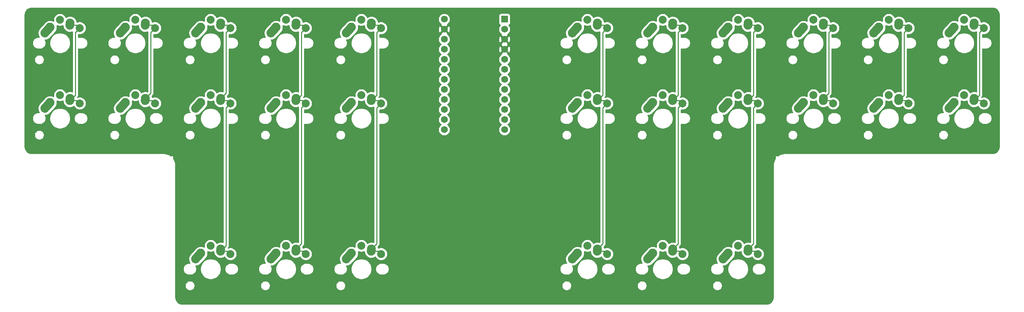
<source format=gtl>
G04 #@! TF.GenerationSoftware,KiCad,Pcbnew,(5.1.9)-1*
G04 #@! TF.CreationDate,2021-01-23T16:01:33-08:00*
G04 #@! TF.ProjectId,unisplit_orthosteno,756e6973-706c-4697-945f-6f7274686f73,rev?*
G04 #@! TF.SameCoordinates,Original*
G04 #@! TF.FileFunction,Copper,L1,Top*
G04 #@! TF.FilePolarity,Positive*
%FSLAX46Y46*%
G04 Gerber Fmt 4.6, Leading zero omitted, Abs format (unit mm)*
G04 Created by KiCad (PCBNEW (5.1.9)-1) date 2021-01-23 16:01:33*
%MOMM*%
%LPD*%
G01*
G04 APERTURE LIST*
G04 #@! TA.AperFunction,ComponentPad*
%ADD10C,2.000000*%
G04 #@! TD*
G04 #@! TA.AperFunction,ComponentPad*
%ADD11C,2.250000*%
G04 #@! TD*
G04 #@! TA.AperFunction,ComponentPad*
%ADD12C,1.752600*%
G04 #@! TD*
G04 #@! TA.AperFunction,ComponentPad*
%ADD13R,1.752600X1.752600*%
G04 #@! TD*
G04 #@! TA.AperFunction,Conductor*
%ADD14C,0.250000*%
G04 #@! TD*
G04 #@! TA.AperFunction,Conductor*
%ADD15C,0.254000*%
G04 #@! TD*
G04 #@! TA.AperFunction,Conductor*
%ADD16C,0.100000*%
G04 #@! TD*
G04 APERTURE END LIST*
D10*
X113506250Y-121100000D03*
X118506250Y-123200000D03*
D11*
X111006250Y-123000000D03*
G04 #@! TA.AperFunction,ComponentPad*
G36*
G01*
X108944938Y-125297350D02*
X108944938Y-125297350D01*
G75*
G02*
X108858900Y-123708688I751312J837350D01*
G01*
X110168890Y-122248680D01*
G75*
G02*
X111757552Y-122162642I837350J-751312D01*
G01*
X111757552Y-122162642D01*
G75*
G02*
X111843590Y-123751304I-751312J-837350D01*
G01*
X110533600Y-125211312D01*
G75*
G02*
X108944938Y-125297350I-837350J751312D01*
G01*
G37*
G04 #@! TD.AperFunction*
X116046250Y-121920000D03*
G04 #@! TA.AperFunction,ComponentPad*
G36*
G01*
X115929733Y-123622395D02*
X115929733Y-123622395D01*
G75*
G02*
X114883855Y-122423483I76517J1122395D01*
G01*
X114923397Y-121843451D01*
G75*
G02*
X116122309Y-120797573I1122395J-76517D01*
G01*
X116122309Y-120797573D01*
G75*
G02*
X117168187Y-121996485I-76517J-1122395D01*
G01*
X117128645Y-122576517D01*
G75*
G02*
X115929733Y-123622395I-1122395J76517D01*
G01*
G37*
G04 #@! TD.AperFunction*
D10*
X94456250Y-121100000D03*
X99456250Y-123200000D03*
D11*
X91956250Y-123000000D03*
G04 #@! TA.AperFunction,ComponentPad*
G36*
G01*
X89894938Y-125297350D02*
X89894938Y-125297350D01*
G75*
G02*
X89808900Y-123708688I751312J837350D01*
G01*
X91118890Y-122248680D01*
G75*
G02*
X92707552Y-122162642I837350J-751312D01*
G01*
X92707552Y-122162642D01*
G75*
G02*
X92793590Y-123751304I-751312J-837350D01*
G01*
X91483600Y-125211312D01*
G75*
G02*
X89894938Y-125297350I-837350J751312D01*
G01*
G37*
G04 #@! TD.AperFunction*
X96996250Y-121920000D03*
G04 #@! TA.AperFunction,ComponentPad*
G36*
G01*
X96879733Y-123622395D02*
X96879733Y-123622395D01*
G75*
G02*
X95833855Y-122423483I76517J1122395D01*
G01*
X95873397Y-121843451D01*
G75*
G02*
X97072309Y-120797573I1122395J-76517D01*
G01*
X97072309Y-120797573D01*
G75*
G02*
X98118187Y-121996485I-76517J-1122395D01*
G01*
X98078645Y-122576517D01*
G75*
G02*
X96879733Y-123622395I-1122395J76517D01*
G01*
G37*
G04 #@! TD.AperFunction*
D10*
X75406250Y-121100000D03*
X80406250Y-123200000D03*
D11*
X72906250Y-123000000D03*
G04 #@! TA.AperFunction,ComponentPad*
G36*
G01*
X70844938Y-125297350D02*
X70844938Y-125297350D01*
G75*
G02*
X70758900Y-123708688I751312J837350D01*
G01*
X72068890Y-122248680D01*
G75*
G02*
X73657552Y-122162642I837350J-751312D01*
G01*
X73657552Y-122162642D01*
G75*
G02*
X73743590Y-123751304I-751312J-837350D01*
G01*
X72433600Y-125211312D01*
G75*
G02*
X70844938Y-125297350I-837350J751312D01*
G01*
G37*
G04 #@! TD.AperFunction*
X77946250Y-121920000D03*
G04 #@! TA.AperFunction,ComponentPad*
G36*
G01*
X77829733Y-123622395D02*
X77829733Y-123622395D01*
G75*
G02*
X76783855Y-122423483I76517J1122395D01*
G01*
X76823397Y-121843451D01*
G75*
G02*
X78022309Y-120797573I1122395J-76517D01*
G01*
X78022309Y-120797573D01*
G75*
G02*
X79068187Y-121996485I-76517J-1122395D01*
G01*
X79028645Y-122576517D01*
G75*
G02*
X77829733Y-123622395I-1122395J76517D01*
G01*
G37*
G04 #@! TD.AperFunction*
D10*
X208756250Y-121100000D03*
X213756250Y-123200000D03*
D11*
X206256250Y-123000000D03*
G04 #@! TA.AperFunction,ComponentPad*
G36*
G01*
X204194938Y-125297350D02*
X204194938Y-125297350D01*
G75*
G02*
X204108900Y-123708688I751312J837350D01*
G01*
X205418890Y-122248680D01*
G75*
G02*
X207007552Y-122162642I837350J-751312D01*
G01*
X207007552Y-122162642D01*
G75*
G02*
X207093590Y-123751304I-751312J-837350D01*
G01*
X205783600Y-125211312D01*
G75*
G02*
X204194938Y-125297350I-837350J751312D01*
G01*
G37*
G04 #@! TD.AperFunction*
X211296250Y-121920000D03*
G04 #@! TA.AperFunction,ComponentPad*
G36*
G01*
X211179733Y-123622395D02*
X211179733Y-123622395D01*
G75*
G02*
X210133855Y-122423483I76517J1122395D01*
G01*
X210173397Y-121843451D01*
G75*
G02*
X211372309Y-120797573I1122395J-76517D01*
G01*
X211372309Y-120797573D01*
G75*
G02*
X212418187Y-121996485I-76517J-1122395D01*
G01*
X212378645Y-122576517D01*
G75*
G02*
X211179733Y-123622395I-1122395J76517D01*
G01*
G37*
G04 #@! TD.AperFunction*
D10*
X94456250Y-83000000D03*
X99456250Y-85100000D03*
D11*
X91956250Y-84900000D03*
G04 #@! TA.AperFunction,ComponentPad*
G36*
G01*
X89894938Y-87197350D02*
X89894938Y-87197350D01*
G75*
G02*
X89808900Y-85608688I751312J837350D01*
G01*
X91118890Y-84148680D01*
G75*
G02*
X92707552Y-84062642I837350J-751312D01*
G01*
X92707552Y-84062642D01*
G75*
G02*
X92793590Y-85651304I-751312J-837350D01*
G01*
X91483600Y-87111312D01*
G75*
G02*
X89894938Y-87197350I-837350J751312D01*
G01*
G37*
G04 #@! TD.AperFunction*
X96996250Y-83820000D03*
G04 #@! TA.AperFunction,ComponentPad*
G36*
G01*
X96879733Y-85522395D02*
X96879733Y-85522395D01*
G75*
G02*
X95833855Y-84323483I76517J1122395D01*
G01*
X95873397Y-83743451D01*
G75*
G02*
X97072309Y-82697573I1122395J-76517D01*
G01*
X97072309Y-82697573D01*
G75*
G02*
X98118187Y-83896485I-76517J-1122395D01*
G01*
X98078645Y-84476517D01*
G75*
G02*
X96879733Y-85522395I-1122395J76517D01*
G01*
G37*
G04 #@! TD.AperFunction*
D10*
X75406250Y-63950000D03*
X80406250Y-66050000D03*
D11*
X72906250Y-65850000D03*
G04 #@! TA.AperFunction,ComponentPad*
G36*
G01*
X70844938Y-68147350D02*
X70844938Y-68147350D01*
G75*
G02*
X70758900Y-66558688I751312J837350D01*
G01*
X72068890Y-65098680D01*
G75*
G02*
X73657552Y-65012642I837350J-751312D01*
G01*
X73657552Y-65012642D01*
G75*
G02*
X73743590Y-66601304I-751312J-837350D01*
G01*
X72433600Y-68061312D01*
G75*
G02*
X70844938Y-68147350I-837350J751312D01*
G01*
G37*
G04 #@! TD.AperFunction*
X77946250Y-64770000D03*
G04 #@! TA.AperFunction,ComponentPad*
G36*
G01*
X77829733Y-66472395D02*
X77829733Y-66472395D01*
G75*
G02*
X76783855Y-65273483I76517J1122395D01*
G01*
X76823397Y-64693451D01*
G75*
G02*
X78022309Y-63647573I1122395J-76517D01*
G01*
X78022309Y-63647573D01*
G75*
G02*
X79068187Y-64846485I-76517J-1122395D01*
G01*
X79028645Y-65426517D01*
G75*
G02*
X77829733Y-66472395I-1122395J76517D01*
G01*
G37*
G04 #@! TD.AperFunction*
D10*
X56356250Y-83000000D03*
X61356250Y-85100000D03*
D11*
X53856250Y-84900000D03*
G04 #@! TA.AperFunction,ComponentPad*
G36*
G01*
X51794938Y-87197350D02*
X51794938Y-87197350D01*
G75*
G02*
X51708900Y-85608688I751312J837350D01*
G01*
X53018890Y-84148680D01*
G75*
G02*
X54607552Y-84062642I837350J-751312D01*
G01*
X54607552Y-84062642D01*
G75*
G02*
X54693590Y-85651304I-751312J-837350D01*
G01*
X53383600Y-87111312D01*
G75*
G02*
X51794938Y-87197350I-837350J751312D01*
G01*
G37*
G04 #@! TD.AperFunction*
X58896250Y-83820000D03*
G04 #@! TA.AperFunction,ComponentPad*
G36*
G01*
X58779733Y-85522395D02*
X58779733Y-85522395D01*
G75*
G02*
X57733855Y-84323483I76517J1122395D01*
G01*
X57773397Y-83743451D01*
G75*
G02*
X58972309Y-82697573I1122395J-76517D01*
G01*
X58972309Y-82697573D01*
G75*
G02*
X60018187Y-83896485I-76517J-1122395D01*
G01*
X59978645Y-84476517D01*
G75*
G02*
X58779733Y-85522395I-1122395J76517D01*
G01*
G37*
G04 #@! TD.AperFunction*
D10*
X37306250Y-83000000D03*
X42306250Y-85100000D03*
D11*
X34806250Y-84900000D03*
G04 #@! TA.AperFunction,ComponentPad*
G36*
G01*
X32744938Y-87197350D02*
X32744938Y-87197350D01*
G75*
G02*
X32658900Y-85608688I751312J837350D01*
G01*
X33968890Y-84148680D01*
G75*
G02*
X35557552Y-84062642I837350J-751312D01*
G01*
X35557552Y-84062642D01*
G75*
G02*
X35643590Y-85651304I-751312J-837350D01*
G01*
X34333600Y-87111312D01*
G75*
G02*
X32744938Y-87197350I-837350J751312D01*
G01*
G37*
G04 #@! TD.AperFunction*
X39846250Y-83820000D03*
G04 #@! TA.AperFunction,ComponentPad*
G36*
G01*
X39729733Y-85522395D02*
X39729733Y-85522395D01*
G75*
G02*
X38683855Y-84323483I76517J1122395D01*
G01*
X38723397Y-83743451D01*
G75*
G02*
X39922309Y-82697573I1122395J-76517D01*
G01*
X39922309Y-82697573D01*
G75*
G02*
X40968187Y-83896485I-76517J-1122395D01*
G01*
X40928645Y-84476517D01*
G75*
G02*
X39729733Y-85522395I-1122395J76517D01*
G01*
G37*
G04 #@! TD.AperFunction*
D10*
X37306250Y-63950000D03*
X42306250Y-66050000D03*
D11*
X34806250Y-65850000D03*
G04 #@! TA.AperFunction,ComponentPad*
G36*
G01*
X32744938Y-68147350D02*
X32744938Y-68147350D01*
G75*
G02*
X32658900Y-66558688I751312J837350D01*
G01*
X33968890Y-65098680D01*
G75*
G02*
X35557552Y-65012642I837350J-751312D01*
G01*
X35557552Y-65012642D01*
G75*
G02*
X35643590Y-66601304I-751312J-837350D01*
G01*
X34333600Y-68061312D01*
G75*
G02*
X32744938Y-68147350I-837350J751312D01*
G01*
G37*
G04 #@! TD.AperFunction*
X39846250Y-64770000D03*
G04 #@! TA.AperFunction,ComponentPad*
G36*
G01*
X39729733Y-66472395D02*
X39729733Y-66472395D01*
G75*
G02*
X38683855Y-65273483I76517J1122395D01*
G01*
X38723397Y-64693451D01*
G75*
G02*
X39922309Y-63647573I1122395J-76517D01*
G01*
X39922309Y-63647573D01*
G75*
G02*
X40968187Y-64846485I-76517J-1122395D01*
G01*
X40928645Y-65426517D01*
G75*
G02*
X39729733Y-66472395I-1122395J76517D01*
G01*
G37*
G04 #@! TD.AperFunction*
D10*
X113506250Y-83000000D03*
X118506250Y-85100000D03*
D11*
X111006250Y-84900000D03*
G04 #@! TA.AperFunction,ComponentPad*
G36*
G01*
X108944938Y-87197350D02*
X108944938Y-87197350D01*
G75*
G02*
X108858900Y-85608688I751312J837350D01*
G01*
X110168890Y-84148680D01*
G75*
G02*
X111757552Y-84062642I837350J-751312D01*
G01*
X111757552Y-84062642D01*
G75*
G02*
X111843590Y-85651304I-751312J-837350D01*
G01*
X110533600Y-87111312D01*
G75*
G02*
X108944938Y-87197350I-837350J751312D01*
G01*
G37*
G04 #@! TD.AperFunction*
X116046250Y-83820000D03*
G04 #@! TA.AperFunction,ComponentPad*
G36*
G01*
X115929733Y-85522395D02*
X115929733Y-85522395D01*
G75*
G02*
X114883855Y-84323483I76517J1122395D01*
G01*
X114923397Y-83743451D01*
G75*
G02*
X116122309Y-82697573I1122395J-76517D01*
G01*
X116122309Y-82697573D01*
G75*
G02*
X117168187Y-83896485I-76517J-1122395D01*
G01*
X117128645Y-84476517D01*
G75*
G02*
X115929733Y-85522395I-1122395J76517D01*
G01*
G37*
G04 #@! TD.AperFunction*
D10*
X113506250Y-63950000D03*
X118506250Y-66050000D03*
D11*
X111006250Y-65850000D03*
G04 #@! TA.AperFunction,ComponentPad*
G36*
G01*
X108944938Y-68147350D02*
X108944938Y-68147350D01*
G75*
G02*
X108858900Y-66558688I751312J837350D01*
G01*
X110168890Y-65098680D01*
G75*
G02*
X111757552Y-65012642I837350J-751312D01*
G01*
X111757552Y-65012642D01*
G75*
G02*
X111843590Y-66601304I-751312J-837350D01*
G01*
X110533600Y-68061312D01*
G75*
G02*
X108944938Y-68147350I-837350J751312D01*
G01*
G37*
G04 #@! TD.AperFunction*
X116046250Y-64770000D03*
G04 #@! TA.AperFunction,ComponentPad*
G36*
G01*
X115929733Y-66472395D02*
X115929733Y-66472395D01*
G75*
G02*
X114883855Y-65273483I76517J1122395D01*
G01*
X114923397Y-64693451D01*
G75*
G02*
X116122309Y-63647573I1122395J-76517D01*
G01*
X116122309Y-63647573D01*
G75*
G02*
X117168187Y-64846485I-76517J-1122395D01*
G01*
X117128645Y-65426517D01*
G75*
G02*
X115929733Y-66472395I-1122395J76517D01*
G01*
G37*
G04 #@! TD.AperFunction*
D12*
X134461250Y-63817500D03*
X149701250Y-91757500D03*
X134461250Y-66357500D03*
X134461250Y-68897500D03*
X134461250Y-71437500D03*
X134461250Y-73977500D03*
X134461250Y-76517500D03*
X134461250Y-79057500D03*
X134461250Y-81597500D03*
X134461250Y-84137500D03*
X134461250Y-86677500D03*
X134461250Y-89217500D03*
X134461250Y-91757500D03*
X149701250Y-89217500D03*
X149701250Y-86677500D03*
X149701250Y-84137500D03*
X149701250Y-81597500D03*
X149701250Y-79057500D03*
X149701250Y-76517500D03*
X149701250Y-73977500D03*
X149701250Y-71437500D03*
X149701250Y-68897500D03*
X149701250Y-66357500D03*
D13*
X149701250Y-63817500D03*
D10*
X189706250Y-121100000D03*
X194706250Y-123200000D03*
D11*
X187206250Y-123000000D03*
G04 #@! TA.AperFunction,ComponentPad*
G36*
G01*
X185144938Y-125297350D02*
X185144938Y-125297350D01*
G75*
G02*
X185058900Y-123708688I751312J837350D01*
G01*
X186368890Y-122248680D01*
G75*
G02*
X187957552Y-122162642I837350J-751312D01*
G01*
X187957552Y-122162642D01*
G75*
G02*
X188043590Y-123751304I-751312J-837350D01*
G01*
X186733600Y-125211312D01*
G75*
G02*
X185144938Y-125297350I-837350J751312D01*
G01*
G37*
G04 #@! TD.AperFunction*
X192246250Y-121920000D03*
G04 #@! TA.AperFunction,ComponentPad*
G36*
G01*
X192129733Y-123622395D02*
X192129733Y-123622395D01*
G75*
G02*
X191083855Y-122423483I76517J1122395D01*
G01*
X191123397Y-121843451D01*
G75*
G02*
X192322309Y-120797573I1122395J-76517D01*
G01*
X192322309Y-120797573D01*
G75*
G02*
X193368187Y-121996485I-76517J-1122395D01*
G01*
X193328645Y-122576517D01*
G75*
G02*
X192129733Y-123622395I-1122395J76517D01*
G01*
G37*
G04 #@! TD.AperFunction*
D10*
X170656250Y-121100000D03*
X175656250Y-123200000D03*
D11*
X168156250Y-123000000D03*
G04 #@! TA.AperFunction,ComponentPad*
G36*
G01*
X166094938Y-125297350D02*
X166094938Y-125297350D01*
G75*
G02*
X166008900Y-123708688I751312J837350D01*
G01*
X167318890Y-122248680D01*
G75*
G02*
X168907552Y-122162642I837350J-751312D01*
G01*
X168907552Y-122162642D01*
G75*
G02*
X168993590Y-123751304I-751312J-837350D01*
G01*
X167683600Y-125211312D01*
G75*
G02*
X166094938Y-125297350I-837350J751312D01*
G01*
G37*
G04 #@! TD.AperFunction*
X173196250Y-121920000D03*
G04 #@! TA.AperFunction,ComponentPad*
G36*
G01*
X173079733Y-123622395D02*
X173079733Y-123622395D01*
G75*
G02*
X172033855Y-122423483I76517J1122395D01*
G01*
X172073397Y-121843451D01*
G75*
G02*
X173272309Y-120797573I1122395J-76517D01*
G01*
X173272309Y-120797573D01*
G75*
G02*
X174318187Y-121996485I-76517J-1122395D01*
G01*
X174278645Y-122576517D01*
G75*
G02*
X173079733Y-123622395I-1122395J76517D01*
G01*
G37*
G04 #@! TD.AperFunction*
D10*
X265906250Y-83000000D03*
X270906250Y-85100000D03*
D11*
X263406250Y-84900000D03*
G04 #@! TA.AperFunction,ComponentPad*
G36*
G01*
X261344938Y-87197350D02*
X261344938Y-87197350D01*
G75*
G02*
X261258900Y-85608688I751312J837350D01*
G01*
X262568890Y-84148680D01*
G75*
G02*
X264157552Y-84062642I837350J-751312D01*
G01*
X264157552Y-84062642D01*
G75*
G02*
X264243590Y-85651304I-751312J-837350D01*
G01*
X262933600Y-87111312D01*
G75*
G02*
X261344938Y-87197350I-837350J751312D01*
G01*
G37*
G04 #@! TD.AperFunction*
X268446250Y-83820000D03*
G04 #@! TA.AperFunction,ComponentPad*
G36*
G01*
X268329733Y-85522395D02*
X268329733Y-85522395D01*
G75*
G02*
X267283855Y-84323483I76517J1122395D01*
G01*
X267323397Y-83743451D01*
G75*
G02*
X268522309Y-82697573I1122395J-76517D01*
G01*
X268522309Y-82697573D01*
G75*
G02*
X269568187Y-83896485I-76517J-1122395D01*
G01*
X269528645Y-84476517D01*
G75*
G02*
X268329733Y-85522395I-1122395J76517D01*
G01*
G37*
G04 #@! TD.AperFunction*
D10*
X246856250Y-83000000D03*
X251856250Y-85100000D03*
D11*
X244356250Y-84900000D03*
G04 #@! TA.AperFunction,ComponentPad*
G36*
G01*
X242294938Y-87197350D02*
X242294938Y-87197350D01*
G75*
G02*
X242208900Y-85608688I751312J837350D01*
G01*
X243518890Y-84148680D01*
G75*
G02*
X245107552Y-84062642I837350J-751312D01*
G01*
X245107552Y-84062642D01*
G75*
G02*
X245193590Y-85651304I-751312J-837350D01*
G01*
X243883600Y-87111312D01*
G75*
G02*
X242294938Y-87197350I-837350J751312D01*
G01*
G37*
G04 #@! TD.AperFunction*
X249396250Y-83820000D03*
G04 #@! TA.AperFunction,ComponentPad*
G36*
G01*
X249279733Y-85522395D02*
X249279733Y-85522395D01*
G75*
G02*
X248233855Y-84323483I76517J1122395D01*
G01*
X248273397Y-83743451D01*
G75*
G02*
X249472309Y-82697573I1122395J-76517D01*
G01*
X249472309Y-82697573D01*
G75*
G02*
X250518187Y-83896485I-76517J-1122395D01*
G01*
X250478645Y-84476517D01*
G75*
G02*
X249279733Y-85522395I-1122395J76517D01*
G01*
G37*
G04 #@! TD.AperFunction*
D10*
X227806250Y-83000000D03*
X232806250Y-85100000D03*
D11*
X225306250Y-84900000D03*
G04 #@! TA.AperFunction,ComponentPad*
G36*
G01*
X223244938Y-87197350D02*
X223244938Y-87197350D01*
G75*
G02*
X223158900Y-85608688I751312J837350D01*
G01*
X224468890Y-84148680D01*
G75*
G02*
X226057552Y-84062642I837350J-751312D01*
G01*
X226057552Y-84062642D01*
G75*
G02*
X226143590Y-85651304I-751312J-837350D01*
G01*
X224833600Y-87111312D01*
G75*
G02*
X223244938Y-87197350I-837350J751312D01*
G01*
G37*
G04 #@! TD.AperFunction*
X230346250Y-83820000D03*
G04 #@! TA.AperFunction,ComponentPad*
G36*
G01*
X230229733Y-85522395D02*
X230229733Y-85522395D01*
G75*
G02*
X229183855Y-84323483I76517J1122395D01*
G01*
X229223397Y-83743451D01*
G75*
G02*
X230422309Y-82697573I1122395J-76517D01*
G01*
X230422309Y-82697573D01*
G75*
G02*
X231468187Y-83896485I-76517J-1122395D01*
G01*
X231428645Y-84476517D01*
G75*
G02*
X230229733Y-85522395I-1122395J76517D01*
G01*
G37*
G04 #@! TD.AperFunction*
D10*
X208756250Y-83000000D03*
X213756250Y-85100000D03*
D11*
X206256250Y-84900000D03*
G04 #@! TA.AperFunction,ComponentPad*
G36*
G01*
X204194938Y-87197350D02*
X204194938Y-87197350D01*
G75*
G02*
X204108900Y-85608688I751312J837350D01*
G01*
X205418890Y-84148680D01*
G75*
G02*
X207007552Y-84062642I837350J-751312D01*
G01*
X207007552Y-84062642D01*
G75*
G02*
X207093590Y-85651304I-751312J-837350D01*
G01*
X205783600Y-87111312D01*
G75*
G02*
X204194938Y-87197350I-837350J751312D01*
G01*
G37*
G04 #@! TD.AperFunction*
X211296250Y-83820000D03*
G04 #@! TA.AperFunction,ComponentPad*
G36*
G01*
X211179733Y-85522395D02*
X211179733Y-85522395D01*
G75*
G02*
X210133855Y-84323483I76517J1122395D01*
G01*
X210173397Y-83743451D01*
G75*
G02*
X211372309Y-82697573I1122395J-76517D01*
G01*
X211372309Y-82697573D01*
G75*
G02*
X212418187Y-83896485I-76517J-1122395D01*
G01*
X212378645Y-84476517D01*
G75*
G02*
X211179733Y-85522395I-1122395J76517D01*
G01*
G37*
G04 #@! TD.AperFunction*
D10*
X189706250Y-83000000D03*
X194706250Y-85100000D03*
D11*
X187206250Y-84900000D03*
G04 #@! TA.AperFunction,ComponentPad*
G36*
G01*
X185144938Y-87197350D02*
X185144938Y-87197350D01*
G75*
G02*
X185058900Y-85608688I751312J837350D01*
G01*
X186368890Y-84148680D01*
G75*
G02*
X187957552Y-84062642I837350J-751312D01*
G01*
X187957552Y-84062642D01*
G75*
G02*
X188043590Y-85651304I-751312J-837350D01*
G01*
X186733600Y-87111312D01*
G75*
G02*
X185144938Y-87197350I-837350J751312D01*
G01*
G37*
G04 #@! TD.AperFunction*
X192246250Y-83820000D03*
G04 #@! TA.AperFunction,ComponentPad*
G36*
G01*
X192129733Y-85522395D02*
X192129733Y-85522395D01*
G75*
G02*
X191083855Y-84323483I76517J1122395D01*
G01*
X191123397Y-83743451D01*
G75*
G02*
X192322309Y-82697573I1122395J-76517D01*
G01*
X192322309Y-82697573D01*
G75*
G02*
X193368187Y-83896485I-76517J-1122395D01*
G01*
X193328645Y-84476517D01*
G75*
G02*
X192129733Y-85522395I-1122395J76517D01*
G01*
G37*
G04 #@! TD.AperFunction*
D10*
X170656250Y-83000000D03*
X175656250Y-85100000D03*
D11*
X168156250Y-84900000D03*
G04 #@! TA.AperFunction,ComponentPad*
G36*
G01*
X166094938Y-87197350D02*
X166094938Y-87197350D01*
G75*
G02*
X166008900Y-85608688I751312J837350D01*
G01*
X167318890Y-84148680D01*
G75*
G02*
X168907552Y-84062642I837350J-751312D01*
G01*
X168907552Y-84062642D01*
G75*
G02*
X168993590Y-85651304I-751312J-837350D01*
G01*
X167683600Y-87111312D01*
G75*
G02*
X166094938Y-87197350I-837350J751312D01*
G01*
G37*
G04 #@! TD.AperFunction*
X173196250Y-83820000D03*
G04 #@! TA.AperFunction,ComponentPad*
G36*
G01*
X173079733Y-85522395D02*
X173079733Y-85522395D01*
G75*
G02*
X172033855Y-84323483I76517J1122395D01*
G01*
X172073397Y-83743451D01*
G75*
G02*
X173272309Y-82697573I1122395J-76517D01*
G01*
X173272309Y-82697573D01*
G75*
G02*
X174318187Y-83896485I-76517J-1122395D01*
G01*
X174278645Y-84476517D01*
G75*
G02*
X173079733Y-85522395I-1122395J76517D01*
G01*
G37*
G04 #@! TD.AperFunction*
D10*
X75406250Y-83000000D03*
X80406250Y-85100000D03*
D11*
X72906250Y-84900000D03*
G04 #@! TA.AperFunction,ComponentPad*
G36*
G01*
X70844938Y-87197350D02*
X70844938Y-87197350D01*
G75*
G02*
X70758900Y-85608688I751312J837350D01*
G01*
X72068890Y-84148680D01*
G75*
G02*
X73657552Y-84062642I837350J-751312D01*
G01*
X73657552Y-84062642D01*
G75*
G02*
X73743590Y-85651304I-751312J-837350D01*
G01*
X72433600Y-87111312D01*
G75*
G02*
X70844938Y-87197350I-837350J751312D01*
G01*
G37*
G04 #@! TD.AperFunction*
X77946250Y-83820000D03*
G04 #@! TA.AperFunction,ComponentPad*
G36*
G01*
X77829733Y-85522395D02*
X77829733Y-85522395D01*
G75*
G02*
X76783855Y-84323483I76517J1122395D01*
G01*
X76823397Y-83743451D01*
G75*
G02*
X78022309Y-82697573I1122395J-76517D01*
G01*
X78022309Y-82697573D01*
G75*
G02*
X79068187Y-83896485I-76517J-1122395D01*
G01*
X79028645Y-84476517D01*
G75*
G02*
X77829733Y-85522395I-1122395J76517D01*
G01*
G37*
G04 #@! TD.AperFunction*
D10*
X265906250Y-63950000D03*
X270906250Y-66050000D03*
D11*
X263406250Y-65850000D03*
G04 #@! TA.AperFunction,ComponentPad*
G36*
G01*
X261344938Y-68147350D02*
X261344938Y-68147350D01*
G75*
G02*
X261258900Y-66558688I751312J837350D01*
G01*
X262568890Y-65098680D01*
G75*
G02*
X264157552Y-65012642I837350J-751312D01*
G01*
X264157552Y-65012642D01*
G75*
G02*
X264243590Y-66601304I-751312J-837350D01*
G01*
X262933600Y-68061312D01*
G75*
G02*
X261344938Y-68147350I-837350J751312D01*
G01*
G37*
G04 #@! TD.AperFunction*
X268446250Y-64770000D03*
G04 #@! TA.AperFunction,ComponentPad*
G36*
G01*
X268329733Y-66472395D02*
X268329733Y-66472395D01*
G75*
G02*
X267283855Y-65273483I76517J1122395D01*
G01*
X267323397Y-64693451D01*
G75*
G02*
X268522309Y-63647573I1122395J-76517D01*
G01*
X268522309Y-63647573D01*
G75*
G02*
X269568187Y-64846485I-76517J-1122395D01*
G01*
X269528645Y-65426517D01*
G75*
G02*
X268329733Y-66472395I-1122395J76517D01*
G01*
G37*
G04 #@! TD.AperFunction*
D10*
X246856250Y-63950000D03*
X251856250Y-66050000D03*
D11*
X244356250Y-65850000D03*
G04 #@! TA.AperFunction,ComponentPad*
G36*
G01*
X242294938Y-68147350D02*
X242294938Y-68147350D01*
G75*
G02*
X242208900Y-66558688I751312J837350D01*
G01*
X243518890Y-65098680D01*
G75*
G02*
X245107552Y-65012642I837350J-751312D01*
G01*
X245107552Y-65012642D01*
G75*
G02*
X245193590Y-66601304I-751312J-837350D01*
G01*
X243883600Y-68061312D01*
G75*
G02*
X242294938Y-68147350I-837350J751312D01*
G01*
G37*
G04 #@! TD.AperFunction*
X249396250Y-64770000D03*
G04 #@! TA.AperFunction,ComponentPad*
G36*
G01*
X249279733Y-66472395D02*
X249279733Y-66472395D01*
G75*
G02*
X248233855Y-65273483I76517J1122395D01*
G01*
X248273397Y-64693451D01*
G75*
G02*
X249472309Y-63647573I1122395J-76517D01*
G01*
X249472309Y-63647573D01*
G75*
G02*
X250518187Y-64846485I-76517J-1122395D01*
G01*
X250478645Y-65426517D01*
G75*
G02*
X249279733Y-66472395I-1122395J76517D01*
G01*
G37*
G04 #@! TD.AperFunction*
D10*
X227806250Y-63950000D03*
X232806250Y-66050000D03*
D11*
X225306250Y-65850000D03*
G04 #@! TA.AperFunction,ComponentPad*
G36*
G01*
X223244938Y-68147350D02*
X223244938Y-68147350D01*
G75*
G02*
X223158900Y-66558688I751312J837350D01*
G01*
X224468890Y-65098680D01*
G75*
G02*
X226057552Y-65012642I837350J-751312D01*
G01*
X226057552Y-65012642D01*
G75*
G02*
X226143590Y-66601304I-751312J-837350D01*
G01*
X224833600Y-68061312D01*
G75*
G02*
X223244938Y-68147350I-837350J751312D01*
G01*
G37*
G04 #@! TD.AperFunction*
X230346250Y-64770000D03*
G04 #@! TA.AperFunction,ComponentPad*
G36*
G01*
X230229733Y-66472395D02*
X230229733Y-66472395D01*
G75*
G02*
X229183855Y-65273483I76517J1122395D01*
G01*
X229223397Y-64693451D01*
G75*
G02*
X230422309Y-63647573I1122395J-76517D01*
G01*
X230422309Y-63647573D01*
G75*
G02*
X231468187Y-64846485I-76517J-1122395D01*
G01*
X231428645Y-65426517D01*
G75*
G02*
X230229733Y-66472395I-1122395J76517D01*
G01*
G37*
G04 #@! TD.AperFunction*
D10*
X208756250Y-63950000D03*
X213756250Y-66050000D03*
D11*
X206256250Y-65850000D03*
G04 #@! TA.AperFunction,ComponentPad*
G36*
G01*
X204194938Y-68147350D02*
X204194938Y-68147350D01*
G75*
G02*
X204108900Y-66558688I751312J837350D01*
G01*
X205418890Y-65098680D01*
G75*
G02*
X207007552Y-65012642I837350J-751312D01*
G01*
X207007552Y-65012642D01*
G75*
G02*
X207093590Y-66601304I-751312J-837350D01*
G01*
X205783600Y-68061312D01*
G75*
G02*
X204194938Y-68147350I-837350J751312D01*
G01*
G37*
G04 #@! TD.AperFunction*
X211296250Y-64770000D03*
G04 #@! TA.AperFunction,ComponentPad*
G36*
G01*
X211179733Y-66472395D02*
X211179733Y-66472395D01*
G75*
G02*
X210133855Y-65273483I76517J1122395D01*
G01*
X210173397Y-64693451D01*
G75*
G02*
X211372309Y-63647573I1122395J-76517D01*
G01*
X211372309Y-63647573D01*
G75*
G02*
X212418187Y-64846485I-76517J-1122395D01*
G01*
X212378645Y-65426517D01*
G75*
G02*
X211179733Y-66472395I-1122395J76517D01*
G01*
G37*
G04 #@! TD.AperFunction*
D10*
X189706250Y-63950000D03*
X194706250Y-66050000D03*
D11*
X187206250Y-65850000D03*
G04 #@! TA.AperFunction,ComponentPad*
G36*
G01*
X185144938Y-68147350D02*
X185144938Y-68147350D01*
G75*
G02*
X185058900Y-66558688I751312J837350D01*
G01*
X186368890Y-65098680D01*
G75*
G02*
X187957552Y-65012642I837350J-751312D01*
G01*
X187957552Y-65012642D01*
G75*
G02*
X188043590Y-66601304I-751312J-837350D01*
G01*
X186733600Y-68061312D01*
G75*
G02*
X185144938Y-68147350I-837350J751312D01*
G01*
G37*
G04 #@! TD.AperFunction*
X192246250Y-64770000D03*
G04 #@! TA.AperFunction,ComponentPad*
G36*
G01*
X192129733Y-66472395D02*
X192129733Y-66472395D01*
G75*
G02*
X191083855Y-65273483I76517J1122395D01*
G01*
X191123397Y-64693451D01*
G75*
G02*
X192322309Y-63647573I1122395J-76517D01*
G01*
X192322309Y-63647573D01*
G75*
G02*
X193368187Y-64846485I-76517J-1122395D01*
G01*
X193328645Y-65426517D01*
G75*
G02*
X192129733Y-66472395I-1122395J76517D01*
G01*
G37*
G04 #@! TD.AperFunction*
D10*
X170656250Y-63950000D03*
X175656250Y-66050000D03*
D11*
X168156250Y-65850000D03*
G04 #@! TA.AperFunction,ComponentPad*
G36*
G01*
X166094938Y-68147350D02*
X166094938Y-68147350D01*
G75*
G02*
X166008900Y-66558688I751312J837350D01*
G01*
X167318890Y-65098680D01*
G75*
G02*
X168907552Y-65012642I837350J-751312D01*
G01*
X168907552Y-65012642D01*
G75*
G02*
X168993590Y-66601304I-751312J-837350D01*
G01*
X167683600Y-68061312D01*
G75*
G02*
X166094938Y-68147350I-837350J751312D01*
G01*
G37*
G04 #@! TD.AperFunction*
X173196250Y-64770000D03*
G04 #@! TA.AperFunction,ComponentPad*
G36*
G01*
X173079733Y-66472395D02*
X173079733Y-66472395D01*
G75*
G02*
X172033855Y-65273483I76517J1122395D01*
G01*
X172073397Y-64693451D01*
G75*
G02*
X173272309Y-63647573I1122395J-76517D01*
G01*
X173272309Y-63647573D01*
G75*
G02*
X174318187Y-64846485I-76517J-1122395D01*
G01*
X174278645Y-65426517D01*
G75*
G02*
X173079733Y-66472395I-1122395J76517D01*
G01*
G37*
G04 #@! TD.AperFunction*
D10*
X94456250Y-63950000D03*
X99456250Y-66050000D03*
D11*
X91956250Y-65850000D03*
G04 #@! TA.AperFunction,ComponentPad*
G36*
G01*
X89894938Y-68147350D02*
X89894938Y-68147350D01*
G75*
G02*
X89808900Y-66558688I751312J837350D01*
G01*
X91118890Y-65098680D01*
G75*
G02*
X92707552Y-65012642I837350J-751312D01*
G01*
X92707552Y-65012642D01*
G75*
G02*
X92793590Y-66601304I-751312J-837350D01*
G01*
X91483600Y-68061312D01*
G75*
G02*
X89894938Y-68147350I-837350J751312D01*
G01*
G37*
G04 #@! TD.AperFunction*
X96996250Y-64770000D03*
G04 #@! TA.AperFunction,ComponentPad*
G36*
G01*
X96879733Y-66472395D02*
X96879733Y-66472395D01*
G75*
G02*
X95833855Y-65273483I76517J1122395D01*
G01*
X95873397Y-64693451D01*
G75*
G02*
X97072309Y-63647573I1122395J-76517D01*
G01*
X97072309Y-63647573D01*
G75*
G02*
X98118187Y-64846485I-76517J-1122395D01*
G01*
X98078645Y-65426517D01*
G75*
G02*
X96879733Y-66472395I-1122395J76517D01*
G01*
G37*
G04 #@! TD.AperFunction*
D10*
X56356250Y-63950000D03*
X61356250Y-66050000D03*
D11*
X53856250Y-65850000D03*
G04 #@! TA.AperFunction,ComponentPad*
G36*
G01*
X51794938Y-68147350D02*
X51794938Y-68147350D01*
G75*
G02*
X51708900Y-66558688I751312J837350D01*
G01*
X53018890Y-65098680D01*
G75*
G02*
X54607552Y-65012642I837350J-751312D01*
G01*
X54607552Y-65012642D01*
G75*
G02*
X54693590Y-66601304I-751312J-837350D01*
G01*
X53383600Y-68061312D01*
G75*
G02*
X51794938Y-68147350I-837350J751312D01*
G01*
G37*
G04 #@! TD.AperFunction*
X58896250Y-64770000D03*
G04 #@! TA.AperFunction,ComponentPad*
G36*
G01*
X58779733Y-66472395D02*
X58779733Y-66472395D01*
G75*
G02*
X57733855Y-65273483I76517J1122395D01*
G01*
X57773397Y-64693451D01*
G75*
G02*
X58972309Y-63647573I1122395J-76517D01*
G01*
X58972309Y-63647573D01*
G75*
G02*
X60018187Y-64846485I-76517J-1122395D01*
G01*
X59978645Y-65426517D01*
G75*
G02*
X58779733Y-66472395I-1122395J76517D01*
G01*
G37*
G04 #@! TD.AperFunction*
D14*
X41606250Y-65350000D02*
X42306250Y-66050000D01*
X39806250Y-65350000D02*
X41606250Y-65350000D01*
X41606250Y-84400000D02*
X42306250Y-85100000D01*
X39806250Y-84400000D02*
X41606250Y-84400000D01*
X41186249Y-83020001D02*
X39806250Y-84400000D01*
X41186249Y-67170001D02*
X41186249Y-83020001D01*
X42306250Y-66050000D02*
X41186249Y-67170001D01*
X60656250Y-65350000D02*
X61356250Y-66050000D01*
X58856250Y-65350000D02*
X60656250Y-65350000D01*
X60656250Y-84400000D02*
X61356250Y-85100000D01*
X58856250Y-84400000D02*
X60656250Y-84400000D01*
X60236249Y-82480001D02*
X58896250Y-83820000D01*
X60236249Y-67170001D02*
X60236249Y-82480001D01*
X61356250Y-66050000D02*
X60236249Y-67170001D01*
X79706250Y-65350000D02*
X80406250Y-66050000D01*
X77906250Y-65350000D02*
X79706250Y-65350000D01*
X79706250Y-84400000D02*
X80406250Y-85100000D01*
X77906250Y-84400000D02*
X79706250Y-84400000D01*
X79286249Y-82480001D02*
X77946250Y-83820000D01*
X79286249Y-67170001D02*
X79286249Y-82480001D01*
X80406250Y-66050000D02*
X79286249Y-67170001D01*
X79706250Y-122500000D02*
X80406250Y-123200000D01*
X77906250Y-122500000D02*
X79706250Y-122500000D01*
X79286249Y-121120001D02*
X77906250Y-122500000D01*
X79286249Y-86220001D02*
X79286249Y-121120001D01*
X80406250Y-85100000D02*
X79286249Y-86220001D01*
X98756250Y-84400000D02*
X99456250Y-85100000D01*
X96956250Y-84400000D02*
X98756250Y-84400000D01*
X98756250Y-65350000D02*
X99456250Y-66050000D01*
X96956250Y-65350000D02*
X98756250Y-65350000D01*
X98336249Y-83020001D02*
X96956250Y-84400000D01*
X98336249Y-67170001D02*
X98336249Y-83020001D01*
X99456250Y-66050000D02*
X98336249Y-67170001D01*
X98756250Y-122500000D02*
X99456250Y-123200000D01*
X96956250Y-122500000D02*
X98756250Y-122500000D01*
X98336249Y-120580001D02*
X96996250Y-121920000D01*
X98336249Y-86220001D02*
X98336249Y-120580001D01*
X99456250Y-85100000D02*
X98336249Y-86220001D01*
X117806250Y-65350000D02*
X118506250Y-66050000D01*
X116006250Y-65350000D02*
X117806250Y-65350000D01*
X117806250Y-84400000D02*
X118506250Y-85100000D01*
X116006250Y-84400000D02*
X117806250Y-84400000D01*
X117386249Y-83020001D02*
X116006250Y-84400000D01*
X117386249Y-67170001D02*
X117386249Y-83020001D01*
X118506250Y-66050000D02*
X117386249Y-67170001D01*
X117806250Y-122500000D02*
X118506250Y-123200000D01*
X116006250Y-122500000D02*
X117806250Y-122500000D01*
X117386249Y-120580001D02*
X116046250Y-121920000D01*
X117386249Y-86220001D02*
X117386249Y-120580001D01*
X118506250Y-85100000D02*
X117386249Y-86220001D01*
X174956250Y-122500000D02*
X175656250Y-123200000D01*
X173156250Y-122500000D02*
X174956250Y-122500000D01*
X174956250Y-65350000D02*
X175656250Y-66050000D01*
X173156250Y-65350000D02*
X174956250Y-65350000D01*
X174956250Y-84400000D02*
X175656250Y-85100000D01*
X173156250Y-84400000D02*
X174956250Y-84400000D01*
X174536249Y-83020001D02*
X173156250Y-84400000D01*
X174536249Y-67170001D02*
X174536249Y-83020001D01*
X175656250Y-66050000D02*
X174536249Y-67170001D01*
X174536249Y-120580001D02*
X173196250Y-121920000D01*
X174536249Y-86220001D02*
X174536249Y-120580001D01*
X175656250Y-85100000D02*
X174536249Y-86220001D01*
X194006250Y-122500000D02*
X194706250Y-123200000D01*
X192206250Y-122500000D02*
X194006250Y-122500000D01*
X194006250Y-65350000D02*
X194706250Y-66050000D01*
X192206250Y-65350000D02*
X194006250Y-65350000D01*
X194006250Y-84400000D02*
X194706250Y-85100000D01*
X192206250Y-84400000D02*
X194006250Y-84400000D01*
X193586249Y-83020001D02*
X192206250Y-84400000D01*
X193586249Y-67170001D02*
X193586249Y-83020001D01*
X194706250Y-66050000D02*
X193586249Y-67170001D01*
X193586249Y-120580001D02*
X192246250Y-121920000D01*
X193586249Y-86220001D02*
X193586249Y-120580001D01*
X194706250Y-85100000D02*
X193586249Y-86220001D01*
X213056250Y-65350000D02*
X213756250Y-66050000D01*
X211256250Y-65350000D02*
X213056250Y-65350000D01*
X213056250Y-84400000D02*
X213756250Y-85100000D01*
X211256250Y-84400000D02*
X213056250Y-84400000D01*
X212636249Y-83020001D02*
X211256250Y-84400000D01*
X212636249Y-67170001D02*
X212636249Y-83020001D01*
X213756250Y-66050000D02*
X212636249Y-67170001D01*
X213056250Y-122500000D02*
X213756250Y-123200000D01*
X211256250Y-122500000D02*
X213056250Y-122500000D01*
X212636249Y-120580001D02*
X211296250Y-121920000D01*
X212636249Y-86220001D02*
X212636249Y-120580001D01*
X213756250Y-85100000D02*
X212636249Y-86220001D01*
X232106250Y-65350000D02*
X232806250Y-66050000D01*
X230306250Y-65350000D02*
X232106250Y-65350000D01*
X232106250Y-84400000D02*
X232806250Y-85100000D01*
X230306250Y-84400000D02*
X232106250Y-84400000D01*
X231686249Y-82480001D02*
X230346250Y-83820000D01*
X231686249Y-67170001D02*
X231686249Y-82480001D01*
X232806250Y-66050000D02*
X231686249Y-67170001D01*
X251156250Y-65350000D02*
X251856250Y-66050000D01*
X249356250Y-65350000D02*
X251156250Y-65350000D01*
X251156250Y-84400000D02*
X251856250Y-85100000D01*
X249356250Y-84400000D02*
X251156250Y-84400000D01*
X250736249Y-83020001D02*
X249356250Y-84400000D01*
X250736249Y-67170001D02*
X250736249Y-83020001D01*
X251856250Y-66050000D02*
X250736249Y-67170001D01*
X270206250Y-65350000D02*
X270906250Y-66050000D01*
X268406250Y-65350000D02*
X270206250Y-65350000D01*
X270206250Y-84400000D02*
X270906250Y-85100000D01*
X268406250Y-84400000D02*
X270206250Y-84400000D01*
X269786249Y-83020001D02*
X268406250Y-84400000D01*
X269786249Y-67170001D02*
X269786249Y-83020001D01*
X270906250Y-66050000D02*
X269786249Y-67170001D01*
D15*
X273383710Y-61020886D02*
X273704710Y-61117801D01*
X274000775Y-61275221D01*
X274260623Y-61487149D01*
X274474358Y-61745510D01*
X274633838Y-62040464D01*
X274732994Y-62360782D01*
X274771251Y-62724772D01*
X274771250Y-96011471D01*
X274735364Y-96377460D01*
X274638448Y-96698462D01*
X274481029Y-96994525D01*
X274269101Y-97254373D01*
X274010742Y-97468106D01*
X273715786Y-97627588D01*
X273395469Y-97726743D01*
X273031479Y-97765000D01*
X220630081Y-97765000D01*
X220600865Y-97767877D01*
X220586059Y-97767774D01*
X220576888Y-97768673D01*
X220114695Y-97817251D01*
X220056078Y-97829284D01*
X219997337Y-97840489D01*
X219988515Y-97843152D01*
X219544561Y-97980579D01*
X219489421Y-98003758D01*
X219433954Y-98026168D01*
X219425817Y-98030495D01*
X219017010Y-98251536D01*
X218967426Y-98284981D01*
X218947531Y-98298000D01*
X218281250Y-98298000D01*
X218256474Y-98300440D01*
X218232649Y-98307667D01*
X218210693Y-98319403D01*
X218191447Y-98335197D01*
X218175653Y-98354443D01*
X218163917Y-98376399D01*
X218156690Y-98400224D01*
X218154250Y-98425000D01*
X218154250Y-99091504D01*
X218134531Y-99121183D01*
X218100743Y-99170530D01*
X218096360Y-99178636D01*
X217878179Y-99588975D01*
X217855375Y-99644302D01*
X217831819Y-99699262D01*
X217829094Y-99708065D01*
X217694770Y-100152968D01*
X217683150Y-100211656D01*
X217670714Y-100270159D01*
X217669751Y-100279324D01*
X217624400Y-100741845D01*
X217624400Y-100741858D01*
X217621251Y-100773831D01*
X217621250Y-134111471D01*
X217585364Y-134477460D01*
X217488448Y-134798462D01*
X217331029Y-135094525D01*
X217119101Y-135354373D01*
X216860742Y-135568106D01*
X216565786Y-135727588D01*
X216245469Y-135826743D01*
X215881479Y-135865000D01*
X68294779Y-135865000D01*
X67928790Y-135829114D01*
X67607788Y-135732198D01*
X67311725Y-135574779D01*
X67051877Y-135362851D01*
X66838144Y-135104492D01*
X66678662Y-134809536D01*
X66579507Y-134489219D01*
X66541250Y-134125229D01*
X66541250Y-131078363D01*
X68951250Y-131078363D01*
X68951250Y-131321637D01*
X68998710Y-131560236D01*
X69091807Y-131784992D01*
X69226963Y-131987267D01*
X69398983Y-132159287D01*
X69601258Y-132294443D01*
X69826014Y-132387540D01*
X70064613Y-132435000D01*
X70307887Y-132435000D01*
X70546486Y-132387540D01*
X70771242Y-132294443D01*
X70973517Y-132159287D01*
X71145537Y-131987267D01*
X71280693Y-131784992D01*
X71373790Y-131560236D01*
X71421250Y-131321637D01*
X71421250Y-131078363D01*
X88001250Y-131078363D01*
X88001250Y-131321637D01*
X88048710Y-131560236D01*
X88141807Y-131784992D01*
X88276963Y-131987267D01*
X88448983Y-132159287D01*
X88651258Y-132294443D01*
X88876014Y-132387540D01*
X89114613Y-132435000D01*
X89357887Y-132435000D01*
X89596486Y-132387540D01*
X89821242Y-132294443D01*
X90023517Y-132159287D01*
X90195537Y-131987267D01*
X90330693Y-131784992D01*
X90423790Y-131560236D01*
X90471250Y-131321637D01*
X90471250Y-131078363D01*
X107051250Y-131078363D01*
X107051250Y-131321637D01*
X107098710Y-131560236D01*
X107191807Y-131784992D01*
X107326963Y-131987267D01*
X107498983Y-132159287D01*
X107701258Y-132294443D01*
X107926014Y-132387540D01*
X108164613Y-132435000D01*
X108407887Y-132435000D01*
X108646486Y-132387540D01*
X108871242Y-132294443D01*
X109073517Y-132159287D01*
X109245537Y-131987267D01*
X109380693Y-131784992D01*
X109473790Y-131560236D01*
X109521250Y-131321637D01*
X109521250Y-131078363D01*
X164201250Y-131078363D01*
X164201250Y-131321637D01*
X164248710Y-131560236D01*
X164341807Y-131784992D01*
X164476963Y-131987267D01*
X164648983Y-132159287D01*
X164851258Y-132294443D01*
X165076014Y-132387540D01*
X165314613Y-132435000D01*
X165557887Y-132435000D01*
X165796486Y-132387540D01*
X166021242Y-132294443D01*
X166223517Y-132159287D01*
X166395537Y-131987267D01*
X166530693Y-131784992D01*
X166623790Y-131560236D01*
X166671250Y-131321637D01*
X166671250Y-131078363D01*
X183251250Y-131078363D01*
X183251250Y-131321637D01*
X183298710Y-131560236D01*
X183391807Y-131784992D01*
X183526963Y-131987267D01*
X183698983Y-132159287D01*
X183901258Y-132294443D01*
X184126014Y-132387540D01*
X184364613Y-132435000D01*
X184607887Y-132435000D01*
X184846486Y-132387540D01*
X185071242Y-132294443D01*
X185273517Y-132159287D01*
X185445537Y-131987267D01*
X185580693Y-131784992D01*
X185673790Y-131560236D01*
X185721250Y-131321637D01*
X185721250Y-131078363D01*
X202301250Y-131078363D01*
X202301250Y-131321637D01*
X202348710Y-131560236D01*
X202441807Y-131784992D01*
X202576963Y-131987267D01*
X202748983Y-132159287D01*
X202951258Y-132294443D01*
X203176014Y-132387540D01*
X203414613Y-132435000D01*
X203657887Y-132435000D01*
X203896486Y-132387540D01*
X204121242Y-132294443D01*
X204323517Y-132159287D01*
X204495537Y-131987267D01*
X204630693Y-131784992D01*
X204723790Y-131560236D01*
X204771250Y-131321637D01*
X204771250Y-131078363D01*
X204723790Y-130839764D01*
X204630693Y-130615008D01*
X204495537Y-130412733D01*
X204323517Y-130240713D01*
X204121242Y-130105557D01*
X203896486Y-130012460D01*
X203657887Y-129965000D01*
X203414613Y-129965000D01*
X203176014Y-130012460D01*
X202951258Y-130105557D01*
X202748983Y-130240713D01*
X202576963Y-130412733D01*
X202441807Y-130615008D01*
X202348710Y-130839764D01*
X202301250Y-131078363D01*
X185721250Y-131078363D01*
X185673790Y-130839764D01*
X185580693Y-130615008D01*
X185445537Y-130412733D01*
X185273517Y-130240713D01*
X185071242Y-130105557D01*
X184846486Y-130012460D01*
X184607887Y-129965000D01*
X184364613Y-129965000D01*
X184126014Y-130012460D01*
X183901258Y-130105557D01*
X183698983Y-130240713D01*
X183526963Y-130412733D01*
X183391807Y-130615008D01*
X183298710Y-130839764D01*
X183251250Y-131078363D01*
X166671250Y-131078363D01*
X166623790Y-130839764D01*
X166530693Y-130615008D01*
X166395537Y-130412733D01*
X166223517Y-130240713D01*
X166021242Y-130105557D01*
X165796486Y-130012460D01*
X165557887Y-129965000D01*
X165314613Y-129965000D01*
X165076014Y-130012460D01*
X164851258Y-130105557D01*
X164648983Y-130240713D01*
X164476963Y-130412733D01*
X164341807Y-130615008D01*
X164248710Y-130839764D01*
X164201250Y-131078363D01*
X109521250Y-131078363D01*
X109473790Y-130839764D01*
X109380693Y-130615008D01*
X109245537Y-130412733D01*
X109073517Y-130240713D01*
X108871242Y-130105557D01*
X108646486Y-130012460D01*
X108407887Y-129965000D01*
X108164613Y-129965000D01*
X107926014Y-130012460D01*
X107701258Y-130105557D01*
X107498983Y-130240713D01*
X107326963Y-130412733D01*
X107191807Y-130615008D01*
X107098710Y-130839764D01*
X107051250Y-131078363D01*
X90471250Y-131078363D01*
X90423790Y-130839764D01*
X90330693Y-130615008D01*
X90195537Y-130412733D01*
X90023517Y-130240713D01*
X89821242Y-130105557D01*
X89596486Y-130012460D01*
X89357887Y-129965000D01*
X89114613Y-129965000D01*
X88876014Y-130012460D01*
X88651258Y-130105557D01*
X88448983Y-130240713D01*
X88276963Y-130412733D01*
X88141807Y-130615008D01*
X88048710Y-130839764D01*
X88001250Y-131078363D01*
X71421250Y-131078363D01*
X71373790Y-130839764D01*
X71280693Y-130615008D01*
X71145537Y-130412733D01*
X70973517Y-130240713D01*
X70771242Y-130105557D01*
X70546486Y-130012460D01*
X70307887Y-129965000D01*
X70064613Y-129965000D01*
X69826014Y-130012460D01*
X69601258Y-130105557D01*
X69398983Y-130240713D01*
X69226963Y-130412733D01*
X69091807Y-130615008D01*
X68998710Y-130839764D01*
X68951250Y-131078363D01*
X66541250Y-131078363D01*
X66541250Y-100773831D01*
X66538373Y-100744615D01*
X66538476Y-100729809D01*
X66537577Y-100720638D01*
X66488999Y-100258445D01*
X66476966Y-100199828D01*
X66465761Y-100141087D01*
X66463098Y-100132265D01*
X66325671Y-99688311D01*
X66302492Y-99633171D01*
X66280082Y-99577704D01*
X66275755Y-99569567D01*
X66054714Y-99160760D01*
X66021269Y-99111176D01*
X66008250Y-99091281D01*
X66008250Y-98425000D01*
X66005810Y-98400224D01*
X65998583Y-98376399D01*
X65986847Y-98354443D01*
X65971053Y-98335197D01*
X65951807Y-98319403D01*
X65929851Y-98307667D01*
X65906026Y-98300440D01*
X65881250Y-98298000D01*
X65214746Y-98298000D01*
X65185067Y-98278281D01*
X65135720Y-98244493D01*
X65127614Y-98240110D01*
X64717275Y-98021929D01*
X64661948Y-97999125D01*
X64606988Y-97975569D01*
X64598185Y-97972844D01*
X64153282Y-97838520D01*
X64094594Y-97826900D01*
X64036091Y-97814464D01*
X64026926Y-97813501D01*
X63564405Y-97768150D01*
X63564402Y-97768150D01*
X63532419Y-97765000D01*
X30194779Y-97765000D01*
X29828790Y-97729114D01*
X29507788Y-97632198D01*
X29211725Y-97474779D01*
X28951877Y-97262851D01*
X28738144Y-97004492D01*
X28578662Y-96709536D01*
X28479507Y-96389219D01*
X28441250Y-96025229D01*
X28441250Y-92978363D01*
X30851250Y-92978363D01*
X30851250Y-93221637D01*
X30898710Y-93460236D01*
X30991807Y-93684992D01*
X31126963Y-93887267D01*
X31298983Y-94059287D01*
X31501258Y-94194443D01*
X31726014Y-94287540D01*
X31964613Y-94335000D01*
X32207887Y-94335000D01*
X32446486Y-94287540D01*
X32671242Y-94194443D01*
X32873517Y-94059287D01*
X33045537Y-93887267D01*
X33180693Y-93684992D01*
X33273790Y-93460236D01*
X33321250Y-93221637D01*
X33321250Y-92978363D01*
X49901250Y-92978363D01*
X49901250Y-93221637D01*
X49948710Y-93460236D01*
X50041807Y-93684992D01*
X50176963Y-93887267D01*
X50348983Y-94059287D01*
X50551258Y-94194443D01*
X50776014Y-94287540D01*
X51014613Y-94335000D01*
X51257887Y-94335000D01*
X51496486Y-94287540D01*
X51721242Y-94194443D01*
X51923517Y-94059287D01*
X52095537Y-93887267D01*
X52230693Y-93684992D01*
X52323790Y-93460236D01*
X52371250Y-93221637D01*
X52371250Y-92978363D01*
X68951250Y-92978363D01*
X68951250Y-93221637D01*
X68998710Y-93460236D01*
X69091807Y-93684992D01*
X69226963Y-93887267D01*
X69398983Y-94059287D01*
X69601258Y-94194443D01*
X69826014Y-94287540D01*
X70064613Y-94335000D01*
X70307887Y-94335000D01*
X70546486Y-94287540D01*
X70771242Y-94194443D01*
X70973517Y-94059287D01*
X71145537Y-93887267D01*
X71280693Y-93684992D01*
X71373790Y-93460236D01*
X71421250Y-93221637D01*
X71421250Y-92978363D01*
X71373790Y-92739764D01*
X71280693Y-92515008D01*
X71145537Y-92312733D01*
X70973517Y-92140713D01*
X70771242Y-92005557D01*
X70546486Y-91912460D01*
X70307887Y-91865000D01*
X70064613Y-91865000D01*
X69826014Y-91912460D01*
X69601258Y-92005557D01*
X69398983Y-92140713D01*
X69226963Y-92312733D01*
X69091807Y-92515008D01*
X68998710Y-92739764D01*
X68951250Y-92978363D01*
X52371250Y-92978363D01*
X52323790Y-92739764D01*
X52230693Y-92515008D01*
X52095537Y-92312733D01*
X51923517Y-92140713D01*
X51721242Y-92005557D01*
X51496486Y-91912460D01*
X51257887Y-91865000D01*
X51014613Y-91865000D01*
X50776014Y-91912460D01*
X50551258Y-92005557D01*
X50348983Y-92140713D01*
X50176963Y-92312733D01*
X50041807Y-92515008D01*
X49948710Y-92739764D01*
X49901250Y-92978363D01*
X33321250Y-92978363D01*
X33273790Y-92739764D01*
X33180693Y-92515008D01*
X33045537Y-92312733D01*
X32873517Y-92140713D01*
X32671242Y-92005557D01*
X32446486Y-91912460D01*
X32207887Y-91865000D01*
X31964613Y-91865000D01*
X31726014Y-91912460D01*
X31501258Y-92005557D01*
X31298983Y-92140713D01*
X31126963Y-92312733D01*
X30991807Y-92515008D01*
X30898710Y-92739764D01*
X30851250Y-92978363D01*
X28441250Y-92978363D01*
X28441250Y-73928363D01*
X30851250Y-73928363D01*
X30851250Y-74171637D01*
X30898710Y-74410236D01*
X30991807Y-74634992D01*
X31126963Y-74837267D01*
X31298983Y-75009287D01*
X31501258Y-75144443D01*
X31726014Y-75237540D01*
X31964613Y-75285000D01*
X32207887Y-75285000D01*
X32446486Y-75237540D01*
X32671242Y-75144443D01*
X32873517Y-75009287D01*
X33045537Y-74837267D01*
X33180693Y-74634992D01*
X33273790Y-74410236D01*
X33321250Y-74171637D01*
X33321250Y-73928363D01*
X33273790Y-73689764D01*
X33180693Y-73465008D01*
X33045537Y-73262733D01*
X32873517Y-73090713D01*
X32671242Y-72955557D01*
X32446486Y-72862460D01*
X32207887Y-72815000D01*
X31964613Y-72815000D01*
X31726014Y-72862460D01*
X31501258Y-72955557D01*
X31298983Y-73090713D01*
X31126963Y-73262733D01*
X30991807Y-73465008D01*
X30898710Y-73689764D01*
X30851250Y-73928363D01*
X28441250Y-73928363D01*
X28441250Y-69703740D01*
X30321250Y-69703740D01*
X30321250Y-69996260D01*
X30378318Y-70283158D01*
X30490260Y-70553411D01*
X30652775Y-70796632D01*
X30859618Y-71003475D01*
X31102839Y-71165990D01*
X31373092Y-71277932D01*
X31659990Y-71335000D01*
X31951846Y-71335000D01*
X32077528Y-71360000D01*
X32374972Y-71360000D01*
X32666701Y-71301971D01*
X32941503Y-71188144D01*
X33188819Y-71022893D01*
X33399143Y-70812569D01*
X33564394Y-70565253D01*
X33678221Y-70290451D01*
X33736250Y-69998722D01*
X33736250Y-69701278D01*
X33714330Y-69591076D01*
X34677350Y-69591076D01*
X34677350Y-70108924D01*
X34778377Y-70616822D01*
X34976549Y-71095251D01*
X35264250Y-71525826D01*
X35630424Y-71892000D01*
X36060999Y-72179701D01*
X36539428Y-72377873D01*
X37047326Y-72478900D01*
X37565174Y-72478900D01*
X38073072Y-72377873D01*
X38551501Y-72179701D01*
X38982076Y-71892000D01*
X39348250Y-71525826D01*
X39635951Y-71095251D01*
X39834123Y-70616822D01*
X39935150Y-70108924D01*
X39935150Y-69591076D01*
X39834123Y-69083178D01*
X39635951Y-68604749D01*
X39348250Y-68174174D01*
X38982076Y-67808000D01*
X38551501Y-67520299D01*
X38073072Y-67322127D01*
X37565174Y-67221100D01*
X37047326Y-67221100D01*
X36539428Y-67322127D01*
X36060999Y-67520299D01*
X35630424Y-67808000D01*
X35264250Y-68174174D01*
X34976549Y-68604749D01*
X34778377Y-69083178D01*
X34677350Y-69591076D01*
X33714330Y-69591076D01*
X33678221Y-69409549D01*
X33564394Y-69134747D01*
X33523064Y-69072892D01*
X33591889Y-69075927D01*
X33934566Y-69023336D01*
X34260400Y-68904904D01*
X34556867Y-68725179D01*
X34748502Y-68549733D01*
X36084266Y-67061000D01*
X36173331Y-66971935D01*
X36248269Y-66859783D01*
X36327688Y-66751567D01*
X36344177Y-66716246D01*
X36365942Y-66683673D01*
X36417555Y-66559067D01*
X36474343Y-66437425D01*
X36483628Y-66399554D01*
X36498614Y-66363373D01*
X36524921Y-66231117D01*
X36556893Y-66100706D01*
X36558611Y-66061749D01*
X36566250Y-66023345D01*
X36566250Y-65888527D01*
X36572167Y-65754353D01*
X36566250Y-65715798D01*
X36566250Y-65676655D01*
X36539954Y-65544456D01*
X36519576Y-65411676D01*
X36509534Y-65384049D01*
X36531787Y-65398918D01*
X36829338Y-65522168D01*
X37145217Y-65585000D01*
X37467283Y-65585000D01*
X37783162Y-65522168D01*
X38047343Y-65412740D01*
X38052268Y-65576248D01*
X38130108Y-65914085D01*
X38272363Y-66230246D01*
X38473564Y-66512579D01*
X38725979Y-66750234D01*
X39019909Y-66934080D01*
X39344057Y-67057050D01*
X39685966Y-67114419D01*
X40032498Y-67103982D01*
X40370335Y-67026142D01*
X40446021Y-66992087D01*
X40437246Y-67021016D01*
X40426249Y-67132669D01*
X40426249Y-67132679D01*
X40422573Y-67170001D01*
X40426249Y-67207323D01*
X40426250Y-82155234D01*
X40359623Y-82127636D01*
X40332621Y-82122265D01*
X40307985Y-82112919D01*
X40165133Y-82088949D01*
X40019595Y-82060000D01*
X39992603Y-82060000D01*
X39966076Y-82055549D01*
X39818293Y-82060000D01*
X39672905Y-82060000D01*
X39646963Y-82065160D01*
X39619544Y-82065986D01*
X39472603Y-82099843D01*
X39332877Y-82127636D01*
X39308933Y-82137554D01*
X39281707Y-82143827D01*
X39141663Y-82206839D01*
X39012577Y-82260308D01*
X38991441Y-82274431D01*
X38965546Y-82286082D01*
X38838420Y-82376677D01*
X38822248Y-82387482D01*
X38755168Y-82225537D01*
X38576237Y-81957748D01*
X38348502Y-81730013D01*
X38080713Y-81551082D01*
X37783162Y-81427832D01*
X37467283Y-81365000D01*
X37145217Y-81365000D01*
X36829338Y-81427832D01*
X36531787Y-81551082D01*
X36263998Y-81730013D01*
X36036263Y-81957748D01*
X35857332Y-82225537D01*
X35734082Y-82523088D01*
X35671250Y-82838967D01*
X35671250Y-83161033D01*
X35715661Y-83384302D01*
X35707815Y-83378544D01*
X35672411Y-83362016D01*
X35639923Y-83340308D01*
X35515636Y-83288827D01*
X35393672Y-83231889D01*
X35355702Y-83222580D01*
X35319623Y-83207636D01*
X35187741Y-83181403D01*
X35056953Y-83149339D01*
X35017883Y-83147616D01*
X34979595Y-83140000D01*
X34845182Y-83140000D01*
X34710600Y-83134065D01*
X34671928Y-83140000D01*
X34632905Y-83140000D01*
X34501112Y-83166215D01*
X34367923Y-83186656D01*
X34331144Y-83200024D01*
X34292877Y-83207636D01*
X34168765Y-83259045D01*
X34042089Y-83305088D01*
X34008615Y-83325381D01*
X33972577Y-83340308D01*
X33860902Y-83414927D01*
X33745622Y-83484812D01*
X33716744Y-83511251D01*
X33684315Y-83532919D01*
X33589359Y-83627875D01*
X33553987Y-83660259D01*
X33527895Y-83689339D01*
X33439169Y-83778065D01*
X33412576Y-83817865D01*
X32128526Y-85248963D01*
X31974802Y-85458425D01*
X31828147Y-85772568D01*
X31745597Y-86109287D01*
X31730323Y-86455639D01*
X31782914Y-86798316D01*
X31901346Y-87124150D01*
X32064126Y-87392666D01*
X31951846Y-87415000D01*
X31659990Y-87415000D01*
X31373092Y-87472068D01*
X31102839Y-87584010D01*
X30859618Y-87746525D01*
X30652775Y-87953368D01*
X30490260Y-88196589D01*
X30378318Y-88466842D01*
X30321250Y-88753740D01*
X30321250Y-89046260D01*
X30378318Y-89333158D01*
X30490260Y-89603411D01*
X30652775Y-89846632D01*
X30859618Y-90053475D01*
X31102839Y-90215990D01*
X31373092Y-90327932D01*
X31659990Y-90385000D01*
X31951846Y-90385000D01*
X32077528Y-90410000D01*
X32374972Y-90410000D01*
X32666701Y-90351971D01*
X32941503Y-90238144D01*
X33188819Y-90072893D01*
X33399143Y-89862569D01*
X33564394Y-89615253D01*
X33678221Y-89340451D01*
X33736250Y-89048722D01*
X33736250Y-88751278D01*
X33714330Y-88641076D01*
X34677350Y-88641076D01*
X34677350Y-89158924D01*
X34778377Y-89666822D01*
X34976549Y-90145251D01*
X35264250Y-90575826D01*
X35630424Y-90942000D01*
X36060999Y-91229701D01*
X36539428Y-91427873D01*
X37047326Y-91528900D01*
X37565174Y-91528900D01*
X38073072Y-91427873D01*
X38551501Y-91229701D01*
X38982076Y-90942000D01*
X39348250Y-90575826D01*
X39635951Y-90145251D01*
X39834123Y-89666822D01*
X39935150Y-89158924D01*
X39935150Y-88751278D01*
X40876250Y-88751278D01*
X40876250Y-89048722D01*
X40934279Y-89340451D01*
X41048106Y-89615253D01*
X41213357Y-89862569D01*
X41423681Y-90072893D01*
X41670997Y-90238144D01*
X41945799Y-90351971D01*
X42237528Y-90410000D01*
X42534972Y-90410000D01*
X42660654Y-90385000D01*
X42952510Y-90385000D01*
X43239408Y-90327932D01*
X43509661Y-90215990D01*
X43752882Y-90053475D01*
X43959725Y-89846632D01*
X44122240Y-89603411D01*
X44234182Y-89333158D01*
X44291250Y-89046260D01*
X44291250Y-88753740D01*
X44234182Y-88466842D01*
X44122240Y-88196589D01*
X43959725Y-87953368D01*
X43752882Y-87746525D01*
X43509661Y-87584010D01*
X43239408Y-87472068D01*
X42952510Y-87415000D01*
X42660654Y-87415000D01*
X42534972Y-87390000D01*
X42237528Y-87390000D01*
X41945799Y-87448029D01*
X41670997Y-87561856D01*
X41423681Y-87727107D01*
X41213357Y-87937431D01*
X41048106Y-88184747D01*
X40934279Y-88459549D01*
X40876250Y-88751278D01*
X39935150Y-88751278D01*
X39935150Y-88641076D01*
X39834123Y-88133178D01*
X39635951Y-87654749D01*
X39348250Y-87224174D01*
X38982076Y-86858000D01*
X38551501Y-86570299D01*
X38073072Y-86372127D01*
X37565174Y-86271100D01*
X37047326Y-86271100D01*
X36539428Y-86372127D01*
X36060999Y-86570299D01*
X35630424Y-86858000D01*
X35264250Y-87224174D01*
X34976549Y-87654749D01*
X34778377Y-88133178D01*
X34677350Y-88641076D01*
X33714330Y-88641076D01*
X33678221Y-88459549D01*
X33564394Y-88184747D01*
X33523064Y-88122892D01*
X33591889Y-88125927D01*
X33934566Y-88073336D01*
X34260400Y-87954904D01*
X34556867Y-87775179D01*
X34748502Y-87599733D01*
X36084266Y-86111000D01*
X36173331Y-86021935D01*
X36248269Y-85909783D01*
X36327688Y-85801567D01*
X36344177Y-85766246D01*
X36365942Y-85733673D01*
X36417555Y-85609067D01*
X36474343Y-85487425D01*
X36483628Y-85449554D01*
X36498614Y-85413373D01*
X36524921Y-85281117D01*
X36556893Y-85150706D01*
X36558611Y-85111749D01*
X36566250Y-85073345D01*
X36566250Y-84938527D01*
X36572167Y-84804353D01*
X36566250Y-84765798D01*
X36566250Y-84726655D01*
X36539954Y-84594456D01*
X36519576Y-84461676D01*
X36509534Y-84434049D01*
X36531787Y-84448918D01*
X36829338Y-84572168D01*
X37145217Y-84635000D01*
X37467283Y-84635000D01*
X37783162Y-84572168D01*
X38047343Y-84462740D01*
X38052268Y-84626248D01*
X38130108Y-84964085D01*
X38272363Y-85280246D01*
X38473564Y-85562579D01*
X38725979Y-85800234D01*
X39019909Y-85984080D01*
X39344057Y-86107050D01*
X39685966Y-86164419D01*
X40032498Y-86153982D01*
X40370335Y-86076142D01*
X40686496Y-85933887D01*
X40837401Y-85826346D01*
X40857332Y-85874463D01*
X41036263Y-86142252D01*
X41263998Y-86369987D01*
X41531787Y-86548918D01*
X41829338Y-86672168D01*
X42145217Y-86735000D01*
X42467283Y-86735000D01*
X42783162Y-86672168D01*
X43080713Y-86548918D01*
X43348502Y-86369987D01*
X43576237Y-86142252D01*
X43755168Y-85874463D01*
X43878418Y-85576912D01*
X43941250Y-85261033D01*
X43941250Y-84938967D01*
X43878418Y-84623088D01*
X43755168Y-84325537D01*
X43576237Y-84057748D01*
X43348502Y-83830013D01*
X43080713Y-83651082D01*
X42783162Y-83527832D01*
X42467283Y-83465000D01*
X42145217Y-83465000D01*
X41829338Y-83527832D01*
X41700342Y-83581264D01*
X41726250Y-83560002D01*
X41821223Y-83444277D01*
X41891795Y-83312248D01*
X41935252Y-83168987D01*
X41946249Y-83057334D01*
X41946249Y-83057325D01*
X41949925Y-83020002D01*
X41946249Y-82982679D01*
X41946249Y-73928363D01*
X49901250Y-73928363D01*
X49901250Y-74171637D01*
X49948710Y-74410236D01*
X50041807Y-74634992D01*
X50176963Y-74837267D01*
X50348983Y-75009287D01*
X50551258Y-75144443D01*
X50776014Y-75237540D01*
X51014613Y-75285000D01*
X51257887Y-75285000D01*
X51496486Y-75237540D01*
X51721242Y-75144443D01*
X51923517Y-75009287D01*
X52095537Y-74837267D01*
X52230693Y-74634992D01*
X52323790Y-74410236D01*
X52371250Y-74171637D01*
X52371250Y-73928363D01*
X52323790Y-73689764D01*
X52230693Y-73465008D01*
X52095537Y-73262733D01*
X51923517Y-73090713D01*
X51721242Y-72955557D01*
X51496486Y-72862460D01*
X51257887Y-72815000D01*
X51014613Y-72815000D01*
X50776014Y-72862460D01*
X50551258Y-72955557D01*
X50348983Y-73090713D01*
X50176963Y-73262733D01*
X50041807Y-73465008D01*
X49948710Y-73689764D01*
X49901250Y-73928363D01*
X41946249Y-73928363D01*
X41946249Y-71302061D01*
X42237528Y-71360000D01*
X42534972Y-71360000D01*
X42660654Y-71335000D01*
X42952510Y-71335000D01*
X43239408Y-71277932D01*
X43509661Y-71165990D01*
X43752882Y-71003475D01*
X43959725Y-70796632D01*
X44122240Y-70553411D01*
X44234182Y-70283158D01*
X44291250Y-69996260D01*
X44291250Y-69703740D01*
X49371250Y-69703740D01*
X49371250Y-69996260D01*
X49428318Y-70283158D01*
X49540260Y-70553411D01*
X49702775Y-70796632D01*
X49909618Y-71003475D01*
X50152839Y-71165990D01*
X50423092Y-71277932D01*
X50709990Y-71335000D01*
X51001846Y-71335000D01*
X51127528Y-71360000D01*
X51424972Y-71360000D01*
X51716701Y-71301971D01*
X51991503Y-71188144D01*
X52238819Y-71022893D01*
X52449143Y-70812569D01*
X52614394Y-70565253D01*
X52728221Y-70290451D01*
X52786250Y-69998722D01*
X52786250Y-69701278D01*
X52764330Y-69591076D01*
X53727350Y-69591076D01*
X53727350Y-70108924D01*
X53828377Y-70616822D01*
X54026549Y-71095251D01*
X54314250Y-71525826D01*
X54680424Y-71892000D01*
X55110999Y-72179701D01*
X55589428Y-72377873D01*
X56097326Y-72478900D01*
X56615174Y-72478900D01*
X57123072Y-72377873D01*
X57601501Y-72179701D01*
X58032076Y-71892000D01*
X58398250Y-71525826D01*
X58685951Y-71095251D01*
X58884123Y-70616822D01*
X58985150Y-70108924D01*
X58985150Y-69591076D01*
X58884123Y-69083178D01*
X58685951Y-68604749D01*
X58398250Y-68174174D01*
X58032076Y-67808000D01*
X57601501Y-67520299D01*
X57123072Y-67322127D01*
X56615174Y-67221100D01*
X56097326Y-67221100D01*
X55589428Y-67322127D01*
X55110999Y-67520299D01*
X54680424Y-67808000D01*
X54314250Y-68174174D01*
X54026549Y-68604749D01*
X53828377Y-69083178D01*
X53727350Y-69591076D01*
X52764330Y-69591076D01*
X52728221Y-69409549D01*
X52614394Y-69134747D01*
X52573064Y-69072892D01*
X52641889Y-69075927D01*
X52984566Y-69023336D01*
X53310400Y-68904904D01*
X53606867Y-68725179D01*
X53798502Y-68549733D01*
X55134266Y-67061000D01*
X55223331Y-66971935D01*
X55298269Y-66859783D01*
X55377688Y-66751567D01*
X55394177Y-66716246D01*
X55415942Y-66683673D01*
X55467555Y-66559067D01*
X55524343Y-66437425D01*
X55533628Y-66399554D01*
X55548614Y-66363373D01*
X55574921Y-66231117D01*
X55606893Y-66100706D01*
X55608611Y-66061749D01*
X55616250Y-66023345D01*
X55616250Y-65888527D01*
X55622167Y-65754353D01*
X55616250Y-65715798D01*
X55616250Y-65676655D01*
X55589954Y-65544456D01*
X55569576Y-65411676D01*
X55559534Y-65384049D01*
X55581787Y-65398918D01*
X55879338Y-65522168D01*
X56195217Y-65585000D01*
X56517283Y-65585000D01*
X56833162Y-65522168D01*
X57097343Y-65412740D01*
X57102268Y-65576248D01*
X57180108Y-65914085D01*
X57322363Y-66230246D01*
X57523564Y-66512579D01*
X57775979Y-66750234D01*
X58069909Y-66934080D01*
X58394057Y-67057050D01*
X58735966Y-67114419D01*
X59082498Y-67103982D01*
X59420335Y-67026142D01*
X59496021Y-66992087D01*
X59487246Y-67021016D01*
X59476249Y-67132669D01*
X59476249Y-67132679D01*
X59472573Y-67170001D01*
X59476249Y-67207323D01*
X59476250Y-82155234D01*
X59409623Y-82127636D01*
X59382621Y-82122265D01*
X59357985Y-82112919D01*
X59215133Y-82088949D01*
X59069595Y-82060000D01*
X59042603Y-82060000D01*
X59016076Y-82055549D01*
X58868293Y-82060000D01*
X58722905Y-82060000D01*
X58696963Y-82065160D01*
X58669544Y-82065986D01*
X58522603Y-82099843D01*
X58382877Y-82127636D01*
X58358933Y-82137554D01*
X58331707Y-82143827D01*
X58191663Y-82206839D01*
X58062577Y-82260308D01*
X58041441Y-82274431D01*
X58015546Y-82286082D01*
X57888420Y-82376677D01*
X57872248Y-82387482D01*
X57805168Y-82225537D01*
X57626237Y-81957748D01*
X57398502Y-81730013D01*
X57130713Y-81551082D01*
X56833162Y-81427832D01*
X56517283Y-81365000D01*
X56195217Y-81365000D01*
X55879338Y-81427832D01*
X55581787Y-81551082D01*
X55313998Y-81730013D01*
X55086263Y-81957748D01*
X54907332Y-82225537D01*
X54784082Y-82523088D01*
X54721250Y-82838967D01*
X54721250Y-83161033D01*
X54765661Y-83384302D01*
X54757815Y-83378544D01*
X54722411Y-83362016D01*
X54689923Y-83340308D01*
X54565636Y-83288827D01*
X54443672Y-83231889D01*
X54405702Y-83222580D01*
X54369623Y-83207636D01*
X54237741Y-83181403D01*
X54106953Y-83149339D01*
X54067883Y-83147616D01*
X54029595Y-83140000D01*
X53895182Y-83140000D01*
X53760600Y-83134065D01*
X53721928Y-83140000D01*
X53682905Y-83140000D01*
X53551112Y-83166215D01*
X53417923Y-83186656D01*
X53381144Y-83200024D01*
X53342877Y-83207636D01*
X53218765Y-83259045D01*
X53092089Y-83305088D01*
X53058615Y-83325381D01*
X53022577Y-83340308D01*
X52910902Y-83414927D01*
X52795622Y-83484812D01*
X52766744Y-83511251D01*
X52734315Y-83532919D01*
X52639359Y-83627875D01*
X52603987Y-83660259D01*
X52577895Y-83689339D01*
X52489169Y-83778065D01*
X52462576Y-83817865D01*
X51178526Y-85248963D01*
X51024802Y-85458425D01*
X50878147Y-85772568D01*
X50795597Y-86109287D01*
X50780323Y-86455639D01*
X50832914Y-86798316D01*
X50951346Y-87124150D01*
X51114126Y-87392666D01*
X51001846Y-87415000D01*
X50709990Y-87415000D01*
X50423092Y-87472068D01*
X50152839Y-87584010D01*
X49909618Y-87746525D01*
X49702775Y-87953368D01*
X49540260Y-88196589D01*
X49428318Y-88466842D01*
X49371250Y-88753740D01*
X49371250Y-89046260D01*
X49428318Y-89333158D01*
X49540260Y-89603411D01*
X49702775Y-89846632D01*
X49909618Y-90053475D01*
X50152839Y-90215990D01*
X50423092Y-90327932D01*
X50709990Y-90385000D01*
X51001846Y-90385000D01*
X51127528Y-90410000D01*
X51424972Y-90410000D01*
X51716701Y-90351971D01*
X51991503Y-90238144D01*
X52238819Y-90072893D01*
X52449143Y-89862569D01*
X52614394Y-89615253D01*
X52728221Y-89340451D01*
X52786250Y-89048722D01*
X52786250Y-88751278D01*
X52764330Y-88641076D01*
X53727350Y-88641076D01*
X53727350Y-89158924D01*
X53828377Y-89666822D01*
X54026549Y-90145251D01*
X54314250Y-90575826D01*
X54680424Y-90942000D01*
X55110999Y-91229701D01*
X55589428Y-91427873D01*
X56097326Y-91528900D01*
X56615174Y-91528900D01*
X57123072Y-91427873D01*
X57601501Y-91229701D01*
X58032076Y-90942000D01*
X58398250Y-90575826D01*
X58685951Y-90145251D01*
X58884123Y-89666822D01*
X58985150Y-89158924D01*
X58985150Y-88751278D01*
X59926250Y-88751278D01*
X59926250Y-89048722D01*
X59984279Y-89340451D01*
X60098106Y-89615253D01*
X60263357Y-89862569D01*
X60473681Y-90072893D01*
X60720997Y-90238144D01*
X60995799Y-90351971D01*
X61287528Y-90410000D01*
X61584972Y-90410000D01*
X61710654Y-90385000D01*
X62002510Y-90385000D01*
X62289408Y-90327932D01*
X62559661Y-90215990D01*
X62802882Y-90053475D01*
X63009725Y-89846632D01*
X63172240Y-89603411D01*
X63284182Y-89333158D01*
X63341250Y-89046260D01*
X63341250Y-88753740D01*
X63284182Y-88466842D01*
X63172240Y-88196589D01*
X63009725Y-87953368D01*
X62802882Y-87746525D01*
X62559661Y-87584010D01*
X62289408Y-87472068D01*
X62002510Y-87415000D01*
X61710654Y-87415000D01*
X61584972Y-87390000D01*
X61287528Y-87390000D01*
X60995799Y-87448029D01*
X60720997Y-87561856D01*
X60473681Y-87727107D01*
X60263357Y-87937431D01*
X60098106Y-88184747D01*
X59984279Y-88459549D01*
X59926250Y-88751278D01*
X58985150Y-88751278D01*
X58985150Y-88641076D01*
X58884123Y-88133178D01*
X58685951Y-87654749D01*
X58398250Y-87224174D01*
X58032076Y-86858000D01*
X57601501Y-86570299D01*
X57123072Y-86372127D01*
X56615174Y-86271100D01*
X56097326Y-86271100D01*
X55589428Y-86372127D01*
X55110999Y-86570299D01*
X54680424Y-86858000D01*
X54314250Y-87224174D01*
X54026549Y-87654749D01*
X53828377Y-88133178D01*
X53727350Y-88641076D01*
X52764330Y-88641076D01*
X52728221Y-88459549D01*
X52614394Y-88184747D01*
X52573064Y-88122892D01*
X52641889Y-88125927D01*
X52984566Y-88073336D01*
X53310400Y-87954904D01*
X53606867Y-87775179D01*
X53798502Y-87599733D01*
X55134266Y-86111000D01*
X55223331Y-86021935D01*
X55298269Y-85909783D01*
X55377688Y-85801567D01*
X55394177Y-85766246D01*
X55415942Y-85733673D01*
X55467555Y-85609067D01*
X55524343Y-85487425D01*
X55533628Y-85449554D01*
X55548614Y-85413373D01*
X55574921Y-85281117D01*
X55606893Y-85150706D01*
X55608611Y-85111749D01*
X55616250Y-85073345D01*
X55616250Y-84938527D01*
X55622167Y-84804353D01*
X55616250Y-84765798D01*
X55616250Y-84726655D01*
X55589954Y-84594456D01*
X55569576Y-84461676D01*
X55559534Y-84434049D01*
X55581787Y-84448918D01*
X55879338Y-84572168D01*
X56195217Y-84635000D01*
X56517283Y-84635000D01*
X56833162Y-84572168D01*
X57097343Y-84462740D01*
X57102268Y-84626248D01*
X57180108Y-84964085D01*
X57322363Y-85280246D01*
X57523564Y-85562579D01*
X57775979Y-85800234D01*
X58069909Y-85984080D01*
X58394057Y-86107050D01*
X58735966Y-86164419D01*
X59082498Y-86153982D01*
X59420335Y-86076142D01*
X59736496Y-85933887D01*
X59887401Y-85826346D01*
X59907332Y-85874463D01*
X60086263Y-86142252D01*
X60313998Y-86369987D01*
X60581787Y-86548918D01*
X60879338Y-86672168D01*
X61195217Y-86735000D01*
X61517283Y-86735000D01*
X61833162Y-86672168D01*
X62130713Y-86548918D01*
X62398502Y-86369987D01*
X62626237Y-86142252D01*
X62805168Y-85874463D01*
X62928418Y-85576912D01*
X62991250Y-85261033D01*
X62991250Y-84938967D01*
X62928418Y-84623088D01*
X62805168Y-84325537D01*
X62626237Y-84057748D01*
X62398502Y-83830013D01*
X62130713Y-83651082D01*
X61833162Y-83527832D01*
X61517283Y-83465000D01*
X61195217Y-83465000D01*
X60879338Y-83527832D01*
X60651395Y-83622249D01*
X60650497Y-83617734D01*
X60649774Y-83593721D01*
X60620116Y-83465000D01*
X60588614Y-83306627D01*
X60577373Y-83279488D01*
X60571934Y-83255883D01*
X60560525Y-83230527D01*
X60747252Y-83043800D01*
X60776250Y-83020002D01*
X60871223Y-82904277D01*
X60941795Y-82772248D01*
X60985252Y-82628987D01*
X60996249Y-82517334D01*
X60996249Y-82517326D01*
X60999925Y-82480001D01*
X60996249Y-82442676D01*
X60996249Y-73928363D01*
X68951250Y-73928363D01*
X68951250Y-74171637D01*
X68998710Y-74410236D01*
X69091807Y-74634992D01*
X69226963Y-74837267D01*
X69398983Y-75009287D01*
X69601258Y-75144443D01*
X69826014Y-75237540D01*
X70064613Y-75285000D01*
X70307887Y-75285000D01*
X70546486Y-75237540D01*
X70771242Y-75144443D01*
X70973517Y-75009287D01*
X71145537Y-74837267D01*
X71280693Y-74634992D01*
X71373790Y-74410236D01*
X71421250Y-74171637D01*
X71421250Y-73928363D01*
X71373790Y-73689764D01*
X71280693Y-73465008D01*
X71145537Y-73262733D01*
X70973517Y-73090713D01*
X70771242Y-72955557D01*
X70546486Y-72862460D01*
X70307887Y-72815000D01*
X70064613Y-72815000D01*
X69826014Y-72862460D01*
X69601258Y-72955557D01*
X69398983Y-73090713D01*
X69226963Y-73262733D01*
X69091807Y-73465008D01*
X68998710Y-73689764D01*
X68951250Y-73928363D01*
X60996249Y-73928363D01*
X60996249Y-71302061D01*
X61287528Y-71360000D01*
X61584972Y-71360000D01*
X61710654Y-71335000D01*
X62002510Y-71335000D01*
X62289408Y-71277932D01*
X62559661Y-71165990D01*
X62802882Y-71003475D01*
X63009725Y-70796632D01*
X63172240Y-70553411D01*
X63284182Y-70283158D01*
X63341250Y-69996260D01*
X63341250Y-69703740D01*
X68421250Y-69703740D01*
X68421250Y-69996260D01*
X68478318Y-70283158D01*
X68590260Y-70553411D01*
X68752775Y-70796632D01*
X68959618Y-71003475D01*
X69202839Y-71165990D01*
X69473092Y-71277932D01*
X69759990Y-71335000D01*
X70051846Y-71335000D01*
X70177528Y-71360000D01*
X70474972Y-71360000D01*
X70766701Y-71301971D01*
X71041503Y-71188144D01*
X71288819Y-71022893D01*
X71499143Y-70812569D01*
X71664394Y-70565253D01*
X71778221Y-70290451D01*
X71836250Y-69998722D01*
X71836250Y-69701278D01*
X71814330Y-69591076D01*
X72777350Y-69591076D01*
X72777350Y-70108924D01*
X72878377Y-70616822D01*
X73076549Y-71095251D01*
X73364250Y-71525826D01*
X73730424Y-71892000D01*
X74160999Y-72179701D01*
X74639428Y-72377873D01*
X75147326Y-72478900D01*
X75665174Y-72478900D01*
X76173072Y-72377873D01*
X76651501Y-72179701D01*
X77082076Y-71892000D01*
X77448250Y-71525826D01*
X77735951Y-71095251D01*
X77934123Y-70616822D01*
X78035150Y-70108924D01*
X78035150Y-69591076D01*
X77934123Y-69083178D01*
X77735951Y-68604749D01*
X77448250Y-68174174D01*
X77082076Y-67808000D01*
X76651501Y-67520299D01*
X76173072Y-67322127D01*
X75665174Y-67221100D01*
X75147326Y-67221100D01*
X74639428Y-67322127D01*
X74160999Y-67520299D01*
X73730424Y-67808000D01*
X73364250Y-68174174D01*
X73076549Y-68604749D01*
X72878377Y-69083178D01*
X72777350Y-69591076D01*
X71814330Y-69591076D01*
X71778221Y-69409549D01*
X71664394Y-69134747D01*
X71623064Y-69072892D01*
X71691889Y-69075927D01*
X72034566Y-69023336D01*
X72360400Y-68904904D01*
X72656867Y-68725179D01*
X72848502Y-68549733D01*
X74184266Y-67061000D01*
X74273331Y-66971935D01*
X74348269Y-66859783D01*
X74427688Y-66751567D01*
X74444177Y-66716246D01*
X74465942Y-66683673D01*
X74517555Y-66559067D01*
X74574343Y-66437425D01*
X74583628Y-66399554D01*
X74598614Y-66363373D01*
X74624921Y-66231117D01*
X74656893Y-66100706D01*
X74658611Y-66061749D01*
X74666250Y-66023345D01*
X74666250Y-65888527D01*
X74672167Y-65754353D01*
X74666250Y-65715798D01*
X74666250Y-65676655D01*
X74639954Y-65544456D01*
X74619576Y-65411676D01*
X74609534Y-65384049D01*
X74631787Y-65398918D01*
X74929338Y-65522168D01*
X75245217Y-65585000D01*
X75567283Y-65585000D01*
X75883162Y-65522168D01*
X76147343Y-65412740D01*
X76152268Y-65576248D01*
X76230108Y-65914085D01*
X76372363Y-66230246D01*
X76573564Y-66512579D01*
X76825979Y-66750234D01*
X77119909Y-66934080D01*
X77444057Y-67057050D01*
X77785966Y-67114419D01*
X78132498Y-67103982D01*
X78470335Y-67026142D01*
X78546021Y-66992087D01*
X78537246Y-67021016D01*
X78526249Y-67132669D01*
X78526249Y-67132679D01*
X78522573Y-67170001D01*
X78526249Y-67207323D01*
X78526250Y-82155234D01*
X78459623Y-82127636D01*
X78432621Y-82122265D01*
X78407985Y-82112919D01*
X78265133Y-82088949D01*
X78119595Y-82060000D01*
X78092603Y-82060000D01*
X78066076Y-82055549D01*
X77918293Y-82060000D01*
X77772905Y-82060000D01*
X77746963Y-82065160D01*
X77719544Y-82065986D01*
X77572603Y-82099843D01*
X77432877Y-82127636D01*
X77408933Y-82137554D01*
X77381707Y-82143827D01*
X77241663Y-82206839D01*
X77112577Y-82260308D01*
X77091441Y-82274431D01*
X77065546Y-82286082D01*
X76938420Y-82376677D01*
X76922248Y-82387482D01*
X76855168Y-82225537D01*
X76676237Y-81957748D01*
X76448502Y-81730013D01*
X76180713Y-81551082D01*
X75883162Y-81427832D01*
X75567283Y-81365000D01*
X75245217Y-81365000D01*
X74929338Y-81427832D01*
X74631787Y-81551082D01*
X74363998Y-81730013D01*
X74136263Y-81957748D01*
X73957332Y-82225537D01*
X73834082Y-82523088D01*
X73771250Y-82838967D01*
X73771250Y-83161033D01*
X73815661Y-83384302D01*
X73807815Y-83378544D01*
X73772411Y-83362016D01*
X73739923Y-83340308D01*
X73615636Y-83288827D01*
X73493672Y-83231889D01*
X73455702Y-83222580D01*
X73419623Y-83207636D01*
X73287741Y-83181403D01*
X73156953Y-83149339D01*
X73117883Y-83147616D01*
X73079595Y-83140000D01*
X72945182Y-83140000D01*
X72810600Y-83134065D01*
X72771928Y-83140000D01*
X72732905Y-83140000D01*
X72601112Y-83166215D01*
X72467923Y-83186656D01*
X72431144Y-83200024D01*
X72392877Y-83207636D01*
X72268765Y-83259045D01*
X72142089Y-83305088D01*
X72108615Y-83325381D01*
X72072577Y-83340308D01*
X71960902Y-83414927D01*
X71845622Y-83484812D01*
X71816744Y-83511251D01*
X71784315Y-83532919D01*
X71689359Y-83627875D01*
X71653987Y-83660259D01*
X71627895Y-83689339D01*
X71539169Y-83778065D01*
X71512576Y-83817865D01*
X70228526Y-85248963D01*
X70074802Y-85458425D01*
X69928147Y-85772568D01*
X69845597Y-86109287D01*
X69830323Y-86455639D01*
X69882914Y-86798316D01*
X70001346Y-87124150D01*
X70164126Y-87392666D01*
X70051846Y-87415000D01*
X69759990Y-87415000D01*
X69473092Y-87472068D01*
X69202839Y-87584010D01*
X68959618Y-87746525D01*
X68752775Y-87953368D01*
X68590260Y-88196589D01*
X68478318Y-88466842D01*
X68421250Y-88753740D01*
X68421250Y-89046260D01*
X68478318Y-89333158D01*
X68590260Y-89603411D01*
X68752775Y-89846632D01*
X68959618Y-90053475D01*
X69202839Y-90215990D01*
X69473092Y-90327932D01*
X69759990Y-90385000D01*
X70051846Y-90385000D01*
X70177528Y-90410000D01*
X70474972Y-90410000D01*
X70766701Y-90351971D01*
X71041503Y-90238144D01*
X71288819Y-90072893D01*
X71499143Y-89862569D01*
X71664394Y-89615253D01*
X71778221Y-89340451D01*
X71836250Y-89048722D01*
X71836250Y-88751278D01*
X71814330Y-88641076D01*
X72777350Y-88641076D01*
X72777350Y-89158924D01*
X72878377Y-89666822D01*
X73076549Y-90145251D01*
X73364250Y-90575826D01*
X73730424Y-90942000D01*
X74160999Y-91229701D01*
X74639428Y-91427873D01*
X75147326Y-91528900D01*
X75665174Y-91528900D01*
X76173072Y-91427873D01*
X76651501Y-91229701D01*
X77082076Y-90942000D01*
X77448250Y-90575826D01*
X77735951Y-90145251D01*
X77934123Y-89666822D01*
X78035150Y-89158924D01*
X78035150Y-88641076D01*
X77934123Y-88133178D01*
X77735951Y-87654749D01*
X77448250Y-87224174D01*
X77082076Y-86858000D01*
X76651501Y-86570299D01*
X76173072Y-86372127D01*
X75665174Y-86271100D01*
X75147326Y-86271100D01*
X74639428Y-86372127D01*
X74160999Y-86570299D01*
X73730424Y-86858000D01*
X73364250Y-87224174D01*
X73076549Y-87654749D01*
X72878377Y-88133178D01*
X72777350Y-88641076D01*
X71814330Y-88641076D01*
X71778221Y-88459549D01*
X71664394Y-88184747D01*
X71623064Y-88122892D01*
X71691889Y-88125927D01*
X72034566Y-88073336D01*
X72360400Y-87954904D01*
X72656867Y-87775179D01*
X72848502Y-87599733D01*
X74184266Y-86111000D01*
X74273331Y-86021935D01*
X74348269Y-85909783D01*
X74427688Y-85801567D01*
X74444177Y-85766246D01*
X74465942Y-85733673D01*
X74517555Y-85609067D01*
X74574343Y-85487425D01*
X74583628Y-85449554D01*
X74598614Y-85413373D01*
X74624921Y-85281117D01*
X74656893Y-85150706D01*
X74658611Y-85111749D01*
X74666250Y-85073345D01*
X74666250Y-84938527D01*
X74672167Y-84804353D01*
X74666250Y-84765798D01*
X74666250Y-84726655D01*
X74639954Y-84594456D01*
X74619576Y-84461676D01*
X74609534Y-84434049D01*
X74631787Y-84448918D01*
X74929338Y-84572168D01*
X75245217Y-84635000D01*
X75567283Y-84635000D01*
X75883162Y-84572168D01*
X76147343Y-84462740D01*
X76152268Y-84626248D01*
X76230108Y-84964085D01*
X76372363Y-85280246D01*
X76573564Y-85562579D01*
X76825979Y-85800234D01*
X77119909Y-85984080D01*
X77444057Y-86107050D01*
X77785966Y-86164419D01*
X78132498Y-86153982D01*
X78470335Y-86076142D01*
X78546021Y-86042087D01*
X78537246Y-86071016D01*
X78526249Y-86182669D01*
X78526249Y-86182679D01*
X78522573Y-86220001D01*
X78526249Y-86257323D01*
X78526250Y-120255234D01*
X78459623Y-120227636D01*
X78432621Y-120222265D01*
X78407985Y-120212919D01*
X78265133Y-120188949D01*
X78119595Y-120160000D01*
X78092603Y-120160000D01*
X78066076Y-120155549D01*
X77918293Y-120160000D01*
X77772905Y-120160000D01*
X77746963Y-120165160D01*
X77719544Y-120165986D01*
X77572603Y-120199843D01*
X77432877Y-120227636D01*
X77408933Y-120237554D01*
X77381707Y-120243827D01*
X77241663Y-120306839D01*
X77112577Y-120360308D01*
X77091441Y-120374431D01*
X77065546Y-120386082D01*
X76938420Y-120476677D01*
X76922248Y-120487482D01*
X76855168Y-120325537D01*
X76676237Y-120057748D01*
X76448502Y-119830013D01*
X76180713Y-119651082D01*
X75883162Y-119527832D01*
X75567283Y-119465000D01*
X75245217Y-119465000D01*
X74929338Y-119527832D01*
X74631787Y-119651082D01*
X74363998Y-119830013D01*
X74136263Y-120057748D01*
X73957332Y-120325537D01*
X73834082Y-120623088D01*
X73771250Y-120938967D01*
X73771250Y-121261033D01*
X73815661Y-121484302D01*
X73807815Y-121478544D01*
X73772411Y-121462016D01*
X73739923Y-121440308D01*
X73615636Y-121388827D01*
X73493672Y-121331889D01*
X73455702Y-121322580D01*
X73419623Y-121307636D01*
X73287741Y-121281403D01*
X73156953Y-121249339D01*
X73117883Y-121247616D01*
X73079595Y-121240000D01*
X72945182Y-121240000D01*
X72810600Y-121234065D01*
X72771928Y-121240000D01*
X72732905Y-121240000D01*
X72601112Y-121266215D01*
X72467923Y-121286656D01*
X72431144Y-121300024D01*
X72392877Y-121307636D01*
X72268765Y-121359045D01*
X72142089Y-121405088D01*
X72108615Y-121425381D01*
X72072577Y-121440308D01*
X71960902Y-121514927D01*
X71845622Y-121584812D01*
X71816744Y-121611251D01*
X71784315Y-121632919D01*
X71689359Y-121727875D01*
X71653987Y-121760259D01*
X71627895Y-121789339D01*
X71539169Y-121878065D01*
X71512576Y-121917865D01*
X70228526Y-123348963D01*
X70074802Y-123558425D01*
X69928147Y-123872568D01*
X69845597Y-124209287D01*
X69830323Y-124555639D01*
X69882914Y-124898316D01*
X70001346Y-125224150D01*
X70164126Y-125492666D01*
X70051846Y-125515000D01*
X69759990Y-125515000D01*
X69473092Y-125572068D01*
X69202839Y-125684010D01*
X68959618Y-125846525D01*
X68752775Y-126053368D01*
X68590260Y-126296589D01*
X68478318Y-126566842D01*
X68421250Y-126853740D01*
X68421250Y-127146260D01*
X68478318Y-127433158D01*
X68590260Y-127703411D01*
X68752775Y-127946632D01*
X68959618Y-128153475D01*
X69202839Y-128315990D01*
X69473092Y-128427932D01*
X69759990Y-128485000D01*
X70051846Y-128485000D01*
X70177528Y-128510000D01*
X70474972Y-128510000D01*
X70766701Y-128451971D01*
X71041503Y-128338144D01*
X71288819Y-128172893D01*
X71499143Y-127962569D01*
X71664394Y-127715253D01*
X71778221Y-127440451D01*
X71836250Y-127148722D01*
X71836250Y-126851278D01*
X71814330Y-126741076D01*
X72777350Y-126741076D01*
X72777350Y-127258924D01*
X72878377Y-127766822D01*
X73076549Y-128245251D01*
X73364250Y-128675826D01*
X73730424Y-129042000D01*
X74160999Y-129329701D01*
X74639428Y-129527873D01*
X75147326Y-129628900D01*
X75665174Y-129628900D01*
X76173072Y-129527873D01*
X76651501Y-129329701D01*
X77082076Y-129042000D01*
X77448250Y-128675826D01*
X77735951Y-128245251D01*
X77934123Y-127766822D01*
X78035150Y-127258924D01*
X78035150Y-126851278D01*
X78976250Y-126851278D01*
X78976250Y-127148722D01*
X79034279Y-127440451D01*
X79148106Y-127715253D01*
X79313357Y-127962569D01*
X79523681Y-128172893D01*
X79770997Y-128338144D01*
X80045799Y-128451971D01*
X80337528Y-128510000D01*
X80634972Y-128510000D01*
X80760654Y-128485000D01*
X81052510Y-128485000D01*
X81339408Y-128427932D01*
X81609661Y-128315990D01*
X81852882Y-128153475D01*
X82059725Y-127946632D01*
X82222240Y-127703411D01*
X82334182Y-127433158D01*
X82391250Y-127146260D01*
X82391250Y-126853740D01*
X82334182Y-126566842D01*
X82222240Y-126296589D01*
X82059725Y-126053368D01*
X81852882Y-125846525D01*
X81609661Y-125684010D01*
X81339408Y-125572068D01*
X81052510Y-125515000D01*
X80760654Y-125515000D01*
X80634972Y-125490000D01*
X80337528Y-125490000D01*
X80045799Y-125548029D01*
X79770997Y-125661856D01*
X79523681Y-125827107D01*
X79313357Y-126037431D01*
X79148106Y-126284747D01*
X79034279Y-126559549D01*
X78976250Y-126851278D01*
X78035150Y-126851278D01*
X78035150Y-126741076D01*
X77934123Y-126233178D01*
X77735951Y-125754749D01*
X77448250Y-125324174D01*
X77082076Y-124958000D01*
X76651501Y-124670299D01*
X76173072Y-124472127D01*
X75665174Y-124371100D01*
X75147326Y-124371100D01*
X74639428Y-124472127D01*
X74160999Y-124670299D01*
X73730424Y-124958000D01*
X73364250Y-125324174D01*
X73076549Y-125754749D01*
X72878377Y-126233178D01*
X72777350Y-126741076D01*
X71814330Y-126741076D01*
X71778221Y-126559549D01*
X71664394Y-126284747D01*
X71623064Y-126222892D01*
X71691889Y-126225927D01*
X72034566Y-126173336D01*
X72360400Y-126054904D01*
X72656867Y-125875179D01*
X72848502Y-125699733D01*
X74184266Y-124211000D01*
X74273331Y-124121935D01*
X74348269Y-124009783D01*
X74427688Y-123901567D01*
X74444177Y-123866246D01*
X74465942Y-123833673D01*
X74517555Y-123709067D01*
X74574343Y-123587425D01*
X74583628Y-123549554D01*
X74598614Y-123513373D01*
X74624921Y-123381117D01*
X74656893Y-123250706D01*
X74658611Y-123211749D01*
X74666250Y-123173345D01*
X74666250Y-123038527D01*
X74672167Y-122904353D01*
X74666250Y-122865798D01*
X74666250Y-122826655D01*
X74639954Y-122694456D01*
X74619576Y-122561676D01*
X74609534Y-122534049D01*
X74631787Y-122548918D01*
X74929338Y-122672168D01*
X75245217Y-122735000D01*
X75567283Y-122735000D01*
X75883162Y-122672168D01*
X76147343Y-122562740D01*
X76152268Y-122726248D01*
X76230108Y-123064085D01*
X76372363Y-123380246D01*
X76573564Y-123662579D01*
X76825979Y-123900234D01*
X77119909Y-124084080D01*
X77444057Y-124207050D01*
X77785966Y-124264419D01*
X78132498Y-124253982D01*
X78470335Y-124176142D01*
X78786496Y-124033887D01*
X78937401Y-123926346D01*
X78957332Y-123974463D01*
X79136263Y-124242252D01*
X79363998Y-124469987D01*
X79631787Y-124648918D01*
X79929338Y-124772168D01*
X80245217Y-124835000D01*
X80567283Y-124835000D01*
X80883162Y-124772168D01*
X81180713Y-124648918D01*
X81448502Y-124469987D01*
X81676237Y-124242252D01*
X81855168Y-123974463D01*
X81978418Y-123676912D01*
X82041250Y-123361033D01*
X82041250Y-123038967D01*
X81978418Y-122723088D01*
X81855168Y-122425537D01*
X81676237Y-122157748D01*
X81448502Y-121930013D01*
X81180713Y-121751082D01*
X80883162Y-121627832D01*
X80567283Y-121565000D01*
X80245217Y-121565000D01*
X79929338Y-121627832D01*
X79800342Y-121681264D01*
X79826250Y-121660002D01*
X79921223Y-121544277D01*
X79991795Y-121412248D01*
X80035252Y-121268987D01*
X80046249Y-121157334D01*
X80046249Y-121157325D01*
X80049925Y-121120002D01*
X80046249Y-121082679D01*
X80046249Y-92978363D01*
X88001250Y-92978363D01*
X88001250Y-93221637D01*
X88048710Y-93460236D01*
X88141807Y-93684992D01*
X88276963Y-93887267D01*
X88448983Y-94059287D01*
X88651258Y-94194443D01*
X88876014Y-94287540D01*
X89114613Y-94335000D01*
X89357887Y-94335000D01*
X89596486Y-94287540D01*
X89821242Y-94194443D01*
X90023517Y-94059287D01*
X90195537Y-93887267D01*
X90330693Y-93684992D01*
X90423790Y-93460236D01*
X90471250Y-93221637D01*
X90471250Y-92978363D01*
X90423790Y-92739764D01*
X90330693Y-92515008D01*
X90195537Y-92312733D01*
X90023517Y-92140713D01*
X89821242Y-92005557D01*
X89596486Y-91912460D01*
X89357887Y-91865000D01*
X89114613Y-91865000D01*
X88876014Y-91912460D01*
X88651258Y-92005557D01*
X88448983Y-92140713D01*
X88276963Y-92312733D01*
X88141807Y-92515008D01*
X88048710Y-92739764D01*
X88001250Y-92978363D01*
X80046249Y-92978363D01*
X80046249Y-90352061D01*
X80337528Y-90410000D01*
X80634972Y-90410000D01*
X80760654Y-90385000D01*
X81052510Y-90385000D01*
X81339408Y-90327932D01*
X81609661Y-90215990D01*
X81852882Y-90053475D01*
X82059725Y-89846632D01*
X82222240Y-89603411D01*
X82334182Y-89333158D01*
X82391250Y-89046260D01*
X82391250Y-88753740D01*
X82334182Y-88466842D01*
X82222240Y-88196589D01*
X82059725Y-87953368D01*
X81852882Y-87746525D01*
X81609661Y-87584010D01*
X81339408Y-87472068D01*
X81052510Y-87415000D01*
X80760654Y-87415000D01*
X80634972Y-87390000D01*
X80337528Y-87390000D01*
X80046249Y-87447939D01*
X80046249Y-86695423D01*
X80245217Y-86735000D01*
X80567283Y-86735000D01*
X80883162Y-86672168D01*
X81180713Y-86548918D01*
X81448502Y-86369987D01*
X81676237Y-86142252D01*
X81855168Y-85874463D01*
X81978418Y-85576912D01*
X82041250Y-85261033D01*
X82041250Y-84938967D01*
X81978418Y-84623088D01*
X81855168Y-84325537D01*
X81676237Y-84057748D01*
X81448502Y-83830013D01*
X81180713Y-83651082D01*
X80883162Y-83527832D01*
X80567283Y-83465000D01*
X80245217Y-83465000D01*
X79929338Y-83527832D01*
X79701395Y-83622249D01*
X79700497Y-83617734D01*
X79699774Y-83593721D01*
X79670116Y-83465000D01*
X79638614Y-83306627D01*
X79627373Y-83279488D01*
X79621934Y-83255883D01*
X79610525Y-83230527D01*
X79797252Y-83043800D01*
X79826250Y-83020002D01*
X79921223Y-82904277D01*
X79991795Y-82772248D01*
X80035252Y-82628987D01*
X80046249Y-82517334D01*
X80046249Y-82517326D01*
X80049925Y-82480001D01*
X80046249Y-82442676D01*
X80046249Y-73928363D01*
X88001250Y-73928363D01*
X88001250Y-74171637D01*
X88048710Y-74410236D01*
X88141807Y-74634992D01*
X88276963Y-74837267D01*
X88448983Y-75009287D01*
X88651258Y-75144443D01*
X88876014Y-75237540D01*
X89114613Y-75285000D01*
X89357887Y-75285000D01*
X89596486Y-75237540D01*
X89821242Y-75144443D01*
X90023517Y-75009287D01*
X90195537Y-74837267D01*
X90330693Y-74634992D01*
X90423790Y-74410236D01*
X90471250Y-74171637D01*
X90471250Y-73928363D01*
X90423790Y-73689764D01*
X90330693Y-73465008D01*
X90195537Y-73262733D01*
X90023517Y-73090713D01*
X89821242Y-72955557D01*
X89596486Y-72862460D01*
X89357887Y-72815000D01*
X89114613Y-72815000D01*
X88876014Y-72862460D01*
X88651258Y-72955557D01*
X88448983Y-73090713D01*
X88276963Y-73262733D01*
X88141807Y-73465008D01*
X88048710Y-73689764D01*
X88001250Y-73928363D01*
X80046249Y-73928363D01*
X80046249Y-71302061D01*
X80337528Y-71360000D01*
X80634972Y-71360000D01*
X80760654Y-71335000D01*
X81052510Y-71335000D01*
X81339408Y-71277932D01*
X81609661Y-71165990D01*
X81852882Y-71003475D01*
X82059725Y-70796632D01*
X82222240Y-70553411D01*
X82334182Y-70283158D01*
X82391250Y-69996260D01*
X82391250Y-69703740D01*
X87471250Y-69703740D01*
X87471250Y-69996260D01*
X87528318Y-70283158D01*
X87640260Y-70553411D01*
X87802775Y-70796632D01*
X88009618Y-71003475D01*
X88252839Y-71165990D01*
X88523092Y-71277932D01*
X88809990Y-71335000D01*
X89101846Y-71335000D01*
X89227528Y-71360000D01*
X89524972Y-71360000D01*
X89816701Y-71301971D01*
X90091503Y-71188144D01*
X90338819Y-71022893D01*
X90549143Y-70812569D01*
X90714394Y-70565253D01*
X90828221Y-70290451D01*
X90886250Y-69998722D01*
X90886250Y-69701278D01*
X90864330Y-69591076D01*
X91827350Y-69591076D01*
X91827350Y-70108924D01*
X91928377Y-70616822D01*
X92126549Y-71095251D01*
X92414250Y-71525826D01*
X92780424Y-71892000D01*
X93210999Y-72179701D01*
X93689428Y-72377873D01*
X94197326Y-72478900D01*
X94715174Y-72478900D01*
X95223072Y-72377873D01*
X95701501Y-72179701D01*
X96132076Y-71892000D01*
X96498250Y-71525826D01*
X96785951Y-71095251D01*
X96984123Y-70616822D01*
X97085150Y-70108924D01*
X97085150Y-69591076D01*
X96984123Y-69083178D01*
X96785951Y-68604749D01*
X96498250Y-68174174D01*
X96132076Y-67808000D01*
X95701501Y-67520299D01*
X95223072Y-67322127D01*
X94715174Y-67221100D01*
X94197326Y-67221100D01*
X93689428Y-67322127D01*
X93210999Y-67520299D01*
X92780424Y-67808000D01*
X92414250Y-68174174D01*
X92126549Y-68604749D01*
X91928377Y-69083178D01*
X91827350Y-69591076D01*
X90864330Y-69591076D01*
X90828221Y-69409549D01*
X90714394Y-69134747D01*
X90673064Y-69072892D01*
X90741889Y-69075927D01*
X91084566Y-69023336D01*
X91410400Y-68904904D01*
X91706867Y-68725179D01*
X91898502Y-68549733D01*
X93234266Y-67061000D01*
X93323331Y-66971935D01*
X93398269Y-66859783D01*
X93477688Y-66751567D01*
X93494177Y-66716246D01*
X93515942Y-66683673D01*
X93567555Y-66559067D01*
X93624343Y-66437425D01*
X93633628Y-66399554D01*
X93648614Y-66363373D01*
X93674921Y-66231117D01*
X93706893Y-66100706D01*
X93708611Y-66061749D01*
X93716250Y-66023345D01*
X93716250Y-65888527D01*
X93722167Y-65754353D01*
X93716250Y-65715798D01*
X93716250Y-65676655D01*
X93689954Y-65544456D01*
X93669576Y-65411676D01*
X93659534Y-65384049D01*
X93681787Y-65398918D01*
X93979338Y-65522168D01*
X94295217Y-65585000D01*
X94617283Y-65585000D01*
X94933162Y-65522168D01*
X95197343Y-65412740D01*
X95202268Y-65576248D01*
X95280108Y-65914085D01*
X95422363Y-66230246D01*
X95623564Y-66512579D01*
X95875979Y-66750234D01*
X96169909Y-66934080D01*
X96494057Y-67057050D01*
X96835966Y-67114419D01*
X97182498Y-67103982D01*
X97520335Y-67026142D01*
X97596021Y-66992087D01*
X97587246Y-67021016D01*
X97576249Y-67132669D01*
X97576249Y-67132679D01*
X97572573Y-67170001D01*
X97576249Y-67207323D01*
X97576250Y-82155234D01*
X97509623Y-82127636D01*
X97482621Y-82122265D01*
X97457985Y-82112919D01*
X97315133Y-82088949D01*
X97169595Y-82060000D01*
X97142603Y-82060000D01*
X97116076Y-82055549D01*
X96968293Y-82060000D01*
X96822905Y-82060000D01*
X96796963Y-82065160D01*
X96769544Y-82065986D01*
X96622603Y-82099843D01*
X96482877Y-82127636D01*
X96458933Y-82137554D01*
X96431707Y-82143827D01*
X96291663Y-82206839D01*
X96162577Y-82260308D01*
X96141441Y-82274431D01*
X96115546Y-82286082D01*
X95988420Y-82376677D01*
X95972248Y-82387482D01*
X95905168Y-82225537D01*
X95726237Y-81957748D01*
X95498502Y-81730013D01*
X95230713Y-81551082D01*
X94933162Y-81427832D01*
X94617283Y-81365000D01*
X94295217Y-81365000D01*
X93979338Y-81427832D01*
X93681787Y-81551082D01*
X93413998Y-81730013D01*
X93186263Y-81957748D01*
X93007332Y-82225537D01*
X92884082Y-82523088D01*
X92821250Y-82838967D01*
X92821250Y-83161033D01*
X92865661Y-83384302D01*
X92857815Y-83378544D01*
X92822411Y-83362016D01*
X92789923Y-83340308D01*
X92665636Y-83288827D01*
X92543672Y-83231889D01*
X92505702Y-83222580D01*
X92469623Y-83207636D01*
X92337741Y-83181403D01*
X92206953Y-83149339D01*
X92167883Y-83147616D01*
X92129595Y-83140000D01*
X91995182Y-83140000D01*
X91860600Y-83134065D01*
X91821928Y-83140000D01*
X91782905Y-83140000D01*
X91651112Y-83166215D01*
X91517923Y-83186656D01*
X91481144Y-83200024D01*
X91442877Y-83207636D01*
X91318765Y-83259045D01*
X91192089Y-83305088D01*
X91158615Y-83325381D01*
X91122577Y-83340308D01*
X91010902Y-83414927D01*
X90895622Y-83484812D01*
X90866744Y-83511251D01*
X90834315Y-83532919D01*
X90739359Y-83627875D01*
X90703987Y-83660259D01*
X90677895Y-83689339D01*
X90589169Y-83778065D01*
X90562576Y-83817865D01*
X89278526Y-85248963D01*
X89124802Y-85458425D01*
X88978147Y-85772568D01*
X88895597Y-86109287D01*
X88880323Y-86455639D01*
X88932914Y-86798316D01*
X89051346Y-87124150D01*
X89214126Y-87392666D01*
X89101846Y-87415000D01*
X88809990Y-87415000D01*
X88523092Y-87472068D01*
X88252839Y-87584010D01*
X88009618Y-87746525D01*
X87802775Y-87953368D01*
X87640260Y-88196589D01*
X87528318Y-88466842D01*
X87471250Y-88753740D01*
X87471250Y-89046260D01*
X87528318Y-89333158D01*
X87640260Y-89603411D01*
X87802775Y-89846632D01*
X88009618Y-90053475D01*
X88252839Y-90215990D01*
X88523092Y-90327932D01*
X88809990Y-90385000D01*
X89101846Y-90385000D01*
X89227528Y-90410000D01*
X89524972Y-90410000D01*
X89816701Y-90351971D01*
X90091503Y-90238144D01*
X90338819Y-90072893D01*
X90549143Y-89862569D01*
X90714394Y-89615253D01*
X90828221Y-89340451D01*
X90886250Y-89048722D01*
X90886250Y-88751278D01*
X90864330Y-88641076D01*
X91827350Y-88641076D01*
X91827350Y-89158924D01*
X91928377Y-89666822D01*
X92126549Y-90145251D01*
X92414250Y-90575826D01*
X92780424Y-90942000D01*
X93210999Y-91229701D01*
X93689428Y-91427873D01*
X94197326Y-91528900D01*
X94715174Y-91528900D01*
X95223072Y-91427873D01*
X95701501Y-91229701D01*
X96132076Y-90942000D01*
X96498250Y-90575826D01*
X96785951Y-90145251D01*
X96984123Y-89666822D01*
X97085150Y-89158924D01*
X97085150Y-88641076D01*
X96984123Y-88133178D01*
X96785951Y-87654749D01*
X96498250Y-87224174D01*
X96132076Y-86858000D01*
X95701501Y-86570299D01*
X95223072Y-86372127D01*
X94715174Y-86271100D01*
X94197326Y-86271100D01*
X93689428Y-86372127D01*
X93210999Y-86570299D01*
X92780424Y-86858000D01*
X92414250Y-87224174D01*
X92126549Y-87654749D01*
X91928377Y-88133178D01*
X91827350Y-88641076D01*
X90864330Y-88641076D01*
X90828221Y-88459549D01*
X90714394Y-88184747D01*
X90673064Y-88122892D01*
X90741889Y-88125927D01*
X91084566Y-88073336D01*
X91410400Y-87954904D01*
X91706867Y-87775179D01*
X91898502Y-87599733D01*
X93234266Y-86111000D01*
X93323331Y-86021935D01*
X93398269Y-85909783D01*
X93477688Y-85801567D01*
X93494177Y-85766246D01*
X93515942Y-85733673D01*
X93567555Y-85609067D01*
X93624343Y-85487425D01*
X93633628Y-85449554D01*
X93648614Y-85413373D01*
X93674921Y-85281117D01*
X93706893Y-85150706D01*
X93708611Y-85111749D01*
X93716250Y-85073345D01*
X93716250Y-84938527D01*
X93722167Y-84804353D01*
X93716250Y-84765798D01*
X93716250Y-84726655D01*
X93689954Y-84594456D01*
X93669576Y-84461676D01*
X93659534Y-84434049D01*
X93681787Y-84448918D01*
X93979338Y-84572168D01*
X94295217Y-84635000D01*
X94617283Y-84635000D01*
X94933162Y-84572168D01*
X95197343Y-84462740D01*
X95202268Y-84626248D01*
X95280108Y-84964085D01*
X95422363Y-85280246D01*
X95623564Y-85562579D01*
X95875979Y-85800234D01*
X96169909Y-85984080D01*
X96494057Y-86107050D01*
X96835966Y-86164419D01*
X97182498Y-86153982D01*
X97520335Y-86076142D01*
X97596021Y-86042087D01*
X97587246Y-86071016D01*
X97576249Y-86182669D01*
X97576249Y-86182679D01*
X97572573Y-86220001D01*
X97576249Y-86257323D01*
X97576250Y-120255234D01*
X97509623Y-120227636D01*
X97482621Y-120222265D01*
X97457985Y-120212919D01*
X97315133Y-120188949D01*
X97169595Y-120160000D01*
X97142603Y-120160000D01*
X97116076Y-120155549D01*
X96968293Y-120160000D01*
X96822905Y-120160000D01*
X96796963Y-120165160D01*
X96769544Y-120165986D01*
X96622603Y-120199843D01*
X96482877Y-120227636D01*
X96458933Y-120237554D01*
X96431707Y-120243827D01*
X96291663Y-120306839D01*
X96162577Y-120360308D01*
X96141441Y-120374431D01*
X96115546Y-120386082D01*
X95988420Y-120476677D01*
X95972248Y-120487482D01*
X95905168Y-120325537D01*
X95726237Y-120057748D01*
X95498502Y-119830013D01*
X95230713Y-119651082D01*
X94933162Y-119527832D01*
X94617283Y-119465000D01*
X94295217Y-119465000D01*
X93979338Y-119527832D01*
X93681787Y-119651082D01*
X93413998Y-119830013D01*
X93186263Y-120057748D01*
X93007332Y-120325537D01*
X92884082Y-120623088D01*
X92821250Y-120938967D01*
X92821250Y-121261033D01*
X92865661Y-121484302D01*
X92857815Y-121478544D01*
X92822411Y-121462016D01*
X92789923Y-121440308D01*
X92665636Y-121388827D01*
X92543672Y-121331889D01*
X92505702Y-121322580D01*
X92469623Y-121307636D01*
X92337741Y-121281403D01*
X92206953Y-121249339D01*
X92167883Y-121247616D01*
X92129595Y-121240000D01*
X91995182Y-121240000D01*
X91860600Y-121234065D01*
X91821928Y-121240000D01*
X91782905Y-121240000D01*
X91651112Y-121266215D01*
X91517923Y-121286656D01*
X91481144Y-121300024D01*
X91442877Y-121307636D01*
X91318765Y-121359045D01*
X91192089Y-121405088D01*
X91158615Y-121425381D01*
X91122577Y-121440308D01*
X91010902Y-121514927D01*
X90895622Y-121584812D01*
X90866744Y-121611251D01*
X90834315Y-121632919D01*
X90739359Y-121727875D01*
X90703987Y-121760259D01*
X90677895Y-121789339D01*
X90589169Y-121878065D01*
X90562576Y-121917865D01*
X89278526Y-123348963D01*
X89124802Y-123558425D01*
X88978147Y-123872568D01*
X88895597Y-124209287D01*
X88880323Y-124555639D01*
X88932914Y-124898316D01*
X89051346Y-125224150D01*
X89214126Y-125492666D01*
X89101846Y-125515000D01*
X88809990Y-125515000D01*
X88523092Y-125572068D01*
X88252839Y-125684010D01*
X88009618Y-125846525D01*
X87802775Y-126053368D01*
X87640260Y-126296589D01*
X87528318Y-126566842D01*
X87471250Y-126853740D01*
X87471250Y-127146260D01*
X87528318Y-127433158D01*
X87640260Y-127703411D01*
X87802775Y-127946632D01*
X88009618Y-128153475D01*
X88252839Y-128315990D01*
X88523092Y-128427932D01*
X88809990Y-128485000D01*
X89101846Y-128485000D01*
X89227528Y-128510000D01*
X89524972Y-128510000D01*
X89816701Y-128451971D01*
X90091503Y-128338144D01*
X90338819Y-128172893D01*
X90549143Y-127962569D01*
X90714394Y-127715253D01*
X90828221Y-127440451D01*
X90886250Y-127148722D01*
X90886250Y-126851278D01*
X90864330Y-126741076D01*
X91827350Y-126741076D01*
X91827350Y-127258924D01*
X91928377Y-127766822D01*
X92126549Y-128245251D01*
X92414250Y-128675826D01*
X92780424Y-129042000D01*
X93210999Y-129329701D01*
X93689428Y-129527873D01*
X94197326Y-129628900D01*
X94715174Y-129628900D01*
X95223072Y-129527873D01*
X95701501Y-129329701D01*
X96132076Y-129042000D01*
X96498250Y-128675826D01*
X96785951Y-128245251D01*
X96984123Y-127766822D01*
X97085150Y-127258924D01*
X97085150Y-126851278D01*
X98026250Y-126851278D01*
X98026250Y-127148722D01*
X98084279Y-127440451D01*
X98198106Y-127715253D01*
X98363357Y-127962569D01*
X98573681Y-128172893D01*
X98820997Y-128338144D01*
X99095799Y-128451971D01*
X99387528Y-128510000D01*
X99684972Y-128510000D01*
X99810654Y-128485000D01*
X100102510Y-128485000D01*
X100389408Y-128427932D01*
X100659661Y-128315990D01*
X100902882Y-128153475D01*
X101109725Y-127946632D01*
X101272240Y-127703411D01*
X101384182Y-127433158D01*
X101441250Y-127146260D01*
X101441250Y-126853740D01*
X101384182Y-126566842D01*
X101272240Y-126296589D01*
X101109725Y-126053368D01*
X100902882Y-125846525D01*
X100659661Y-125684010D01*
X100389408Y-125572068D01*
X100102510Y-125515000D01*
X99810654Y-125515000D01*
X99684972Y-125490000D01*
X99387528Y-125490000D01*
X99095799Y-125548029D01*
X98820997Y-125661856D01*
X98573681Y-125827107D01*
X98363357Y-126037431D01*
X98198106Y-126284747D01*
X98084279Y-126559549D01*
X98026250Y-126851278D01*
X97085150Y-126851278D01*
X97085150Y-126741076D01*
X96984123Y-126233178D01*
X96785951Y-125754749D01*
X96498250Y-125324174D01*
X96132076Y-124958000D01*
X95701501Y-124670299D01*
X95223072Y-124472127D01*
X94715174Y-124371100D01*
X94197326Y-124371100D01*
X93689428Y-124472127D01*
X93210999Y-124670299D01*
X92780424Y-124958000D01*
X92414250Y-125324174D01*
X92126549Y-125754749D01*
X91928377Y-126233178D01*
X91827350Y-126741076D01*
X90864330Y-126741076D01*
X90828221Y-126559549D01*
X90714394Y-126284747D01*
X90673064Y-126222892D01*
X90741889Y-126225927D01*
X91084566Y-126173336D01*
X91410400Y-126054904D01*
X91706867Y-125875179D01*
X91898502Y-125699733D01*
X93234266Y-124211000D01*
X93323331Y-124121935D01*
X93398269Y-124009783D01*
X93477688Y-123901567D01*
X93494177Y-123866246D01*
X93515942Y-123833673D01*
X93567555Y-123709067D01*
X93624343Y-123587425D01*
X93633628Y-123549554D01*
X93648614Y-123513373D01*
X93674921Y-123381117D01*
X93706893Y-123250706D01*
X93708611Y-123211749D01*
X93716250Y-123173345D01*
X93716250Y-123038527D01*
X93722167Y-122904353D01*
X93716250Y-122865798D01*
X93716250Y-122826655D01*
X93689954Y-122694456D01*
X93669576Y-122561676D01*
X93659534Y-122534049D01*
X93681787Y-122548918D01*
X93979338Y-122672168D01*
X94295217Y-122735000D01*
X94617283Y-122735000D01*
X94933162Y-122672168D01*
X95197343Y-122562740D01*
X95202268Y-122726248D01*
X95280108Y-123064085D01*
X95422363Y-123380246D01*
X95623564Y-123662579D01*
X95875979Y-123900234D01*
X96169909Y-124084080D01*
X96494057Y-124207050D01*
X96835966Y-124264419D01*
X97182498Y-124253982D01*
X97520335Y-124176142D01*
X97836496Y-124033887D01*
X97987401Y-123926346D01*
X98007332Y-123974463D01*
X98186263Y-124242252D01*
X98413998Y-124469987D01*
X98681787Y-124648918D01*
X98979338Y-124772168D01*
X99295217Y-124835000D01*
X99617283Y-124835000D01*
X99933162Y-124772168D01*
X100230713Y-124648918D01*
X100498502Y-124469987D01*
X100726237Y-124242252D01*
X100905168Y-123974463D01*
X101028418Y-123676912D01*
X101091250Y-123361033D01*
X101091250Y-123038967D01*
X101028418Y-122723088D01*
X100905168Y-122425537D01*
X100726237Y-122157748D01*
X100498502Y-121930013D01*
X100230713Y-121751082D01*
X99933162Y-121627832D01*
X99617283Y-121565000D01*
X99295217Y-121565000D01*
X98979338Y-121627832D01*
X98751395Y-121722249D01*
X98750497Y-121717734D01*
X98749774Y-121693721D01*
X98720116Y-121565000D01*
X98688614Y-121406627D01*
X98677373Y-121379488D01*
X98671934Y-121355883D01*
X98660525Y-121330527D01*
X98847252Y-121143800D01*
X98876250Y-121120002D01*
X98971223Y-121004277D01*
X99041795Y-120872248D01*
X99085252Y-120728987D01*
X99096249Y-120617334D01*
X99096249Y-120617326D01*
X99099925Y-120580001D01*
X99096249Y-120542676D01*
X99096249Y-92978363D01*
X107051250Y-92978363D01*
X107051250Y-93221637D01*
X107098710Y-93460236D01*
X107191807Y-93684992D01*
X107326963Y-93887267D01*
X107498983Y-94059287D01*
X107701258Y-94194443D01*
X107926014Y-94287540D01*
X108164613Y-94335000D01*
X108407887Y-94335000D01*
X108646486Y-94287540D01*
X108871242Y-94194443D01*
X109073517Y-94059287D01*
X109245537Y-93887267D01*
X109380693Y-93684992D01*
X109473790Y-93460236D01*
X109521250Y-93221637D01*
X109521250Y-92978363D01*
X109473790Y-92739764D01*
X109380693Y-92515008D01*
X109245537Y-92312733D01*
X109073517Y-92140713D01*
X108871242Y-92005557D01*
X108646486Y-91912460D01*
X108407887Y-91865000D01*
X108164613Y-91865000D01*
X107926014Y-91912460D01*
X107701258Y-92005557D01*
X107498983Y-92140713D01*
X107326963Y-92312733D01*
X107191807Y-92515008D01*
X107098710Y-92739764D01*
X107051250Y-92978363D01*
X99096249Y-92978363D01*
X99096249Y-90352061D01*
X99387528Y-90410000D01*
X99684972Y-90410000D01*
X99810654Y-90385000D01*
X100102510Y-90385000D01*
X100389408Y-90327932D01*
X100659661Y-90215990D01*
X100902882Y-90053475D01*
X101109725Y-89846632D01*
X101272240Y-89603411D01*
X101384182Y-89333158D01*
X101441250Y-89046260D01*
X101441250Y-88753740D01*
X101384182Y-88466842D01*
X101272240Y-88196589D01*
X101109725Y-87953368D01*
X100902882Y-87746525D01*
X100659661Y-87584010D01*
X100389408Y-87472068D01*
X100102510Y-87415000D01*
X99810654Y-87415000D01*
X99684972Y-87390000D01*
X99387528Y-87390000D01*
X99096249Y-87447939D01*
X99096249Y-86695423D01*
X99295217Y-86735000D01*
X99617283Y-86735000D01*
X99933162Y-86672168D01*
X100230713Y-86548918D01*
X100498502Y-86369987D01*
X100726237Y-86142252D01*
X100905168Y-85874463D01*
X101028418Y-85576912D01*
X101091250Y-85261033D01*
X101091250Y-84938967D01*
X101028418Y-84623088D01*
X100905168Y-84325537D01*
X100726237Y-84057748D01*
X100498502Y-83830013D01*
X100230713Y-83651082D01*
X99933162Y-83527832D01*
X99617283Y-83465000D01*
X99295217Y-83465000D01*
X98979338Y-83527832D01*
X98850342Y-83581264D01*
X98876250Y-83560002D01*
X98971223Y-83444277D01*
X99041795Y-83312248D01*
X99085252Y-83168987D01*
X99096249Y-83057334D01*
X99096249Y-83057325D01*
X99099925Y-83020002D01*
X99096249Y-82982679D01*
X99096249Y-73928363D01*
X107051250Y-73928363D01*
X107051250Y-74171637D01*
X107098710Y-74410236D01*
X107191807Y-74634992D01*
X107326963Y-74837267D01*
X107498983Y-75009287D01*
X107701258Y-75144443D01*
X107926014Y-75237540D01*
X108164613Y-75285000D01*
X108407887Y-75285000D01*
X108646486Y-75237540D01*
X108871242Y-75144443D01*
X109073517Y-75009287D01*
X109245537Y-74837267D01*
X109380693Y-74634992D01*
X109473790Y-74410236D01*
X109521250Y-74171637D01*
X109521250Y-73928363D01*
X109473790Y-73689764D01*
X109380693Y-73465008D01*
X109245537Y-73262733D01*
X109073517Y-73090713D01*
X108871242Y-72955557D01*
X108646486Y-72862460D01*
X108407887Y-72815000D01*
X108164613Y-72815000D01*
X107926014Y-72862460D01*
X107701258Y-72955557D01*
X107498983Y-73090713D01*
X107326963Y-73262733D01*
X107191807Y-73465008D01*
X107098710Y-73689764D01*
X107051250Y-73928363D01*
X99096249Y-73928363D01*
X99096249Y-71302061D01*
X99387528Y-71360000D01*
X99684972Y-71360000D01*
X99810654Y-71335000D01*
X100102510Y-71335000D01*
X100389408Y-71277932D01*
X100659661Y-71165990D01*
X100902882Y-71003475D01*
X101109725Y-70796632D01*
X101272240Y-70553411D01*
X101384182Y-70283158D01*
X101441250Y-69996260D01*
X101441250Y-69703740D01*
X106521250Y-69703740D01*
X106521250Y-69996260D01*
X106578318Y-70283158D01*
X106690260Y-70553411D01*
X106852775Y-70796632D01*
X107059618Y-71003475D01*
X107302839Y-71165990D01*
X107573092Y-71277932D01*
X107859990Y-71335000D01*
X108151846Y-71335000D01*
X108277528Y-71360000D01*
X108574972Y-71360000D01*
X108866701Y-71301971D01*
X109141503Y-71188144D01*
X109388819Y-71022893D01*
X109599143Y-70812569D01*
X109764394Y-70565253D01*
X109878221Y-70290451D01*
X109936250Y-69998722D01*
X109936250Y-69701278D01*
X109914330Y-69591076D01*
X110877350Y-69591076D01*
X110877350Y-70108924D01*
X110978377Y-70616822D01*
X111176549Y-71095251D01*
X111464250Y-71525826D01*
X111830424Y-71892000D01*
X112260999Y-72179701D01*
X112739428Y-72377873D01*
X113247326Y-72478900D01*
X113765174Y-72478900D01*
X114273072Y-72377873D01*
X114751501Y-72179701D01*
X115182076Y-71892000D01*
X115548250Y-71525826D01*
X115835951Y-71095251D01*
X116034123Y-70616822D01*
X116135150Y-70108924D01*
X116135150Y-69591076D01*
X116034123Y-69083178D01*
X115835951Y-68604749D01*
X115548250Y-68174174D01*
X115182076Y-67808000D01*
X114751501Y-67520299D01*
X114273072Y-67322127D01*
X113765174Y-67221100D01*
X113247326Y-67221100D01*
X112739428Y-67322127D01*
X112260999Y-67520299D01*
X111830424Y-67808000D01*
X111464250Y-68174174D01*
X111176549Y-68604749D01*
X110978377Y-69083178D01*
X110877350Y-69591076D01*
X109914330Y-69591076D01*
X109878221Y-69409549D01*
X109764394Y-69134747D01*
X109723064Y-69072892D01*
X109791889Y-69075927D01*
X110134566Y-69023336D01*
X110460400Y-68904904D01*
X110756867Y-68725179D01*
X110948502Y-68549733D01*
X112284266Y-67061000D01*
X112373331Y-66971935D01*
X112448269Y-66859783D01*
X112527688Y-66751567D01*
X112544177Y-66716246D01*
X112565942Y-66683673D01*
X112617555Y-66559067D01*
X112674343Y-66437425D01*
X112683628Y-66399554D01*
X112698614Y-66363373D01*
X112724921Y-66231117D01*
X112756893Y-66100706D01*
X112758611Y-66061749D01*
X112766250Y-66023345D01*
X112766250Y-65888527D01*
X112772167Y-65754353D01*
X112766250Y-65715798D01*
X112766250Y-65676655D01*
X112739954Y-65544456D01*
X112719576Y-65411676D01*
X112709534Y-65384049D01*
X112731787Y-65398918D01*
X113029338Y-65522168D01*
X113345217Y-65585000D01*
X113667283Y-65585000D01*
X113983162Y-65522168D01*
X114247343Y-65412740D01*
X114252268Y-65576248D01*
X114330108Y-65914085D01*
X114472363Y-66230246D01*
X114673564Y-66512579D01*
X114925979Y-66750234D01*
X115219909Y-66934080D01*
X115544057Y-67057050D01*
X115885966Y-67114419D01*
X116232498Y-67103982D01*
X116570335Y-67026142D01*
X116646021Y-66992087D01*
X116637246Y-67021016D01*
X116626249Y-67132669D01*
X116626249Y-67132679D01*
X116622573Y-67170001D01*
X116626249Y-67207323D01*
X116626250Y-82155234D01*
X116559623Y-82127636D01*
X116532621Y-82122265D01*
X116507985Y-82112919D01*
X116365133Y-82088949D01*
X116219595Y-82060000D01*
X116192603Y-82060000D01*
X116166076Y-82055549D01*
X116018293Y-82060000D01*
X115872905Y-82060000D01*
X115846963Y-82065160D01*
X115819544Y-82065986D01*
X115672603Y-82099843D01*
X115532877Y-82127636D01*
X115508933Y-82137554D01*
X115481707Y-82143827D01*
X115341663Y-82206839D01*
X115212577Y-82260308D01*
X115191441Y-82274431D01*
X115165546Y-82286082D01*
X115038420Y-82376677D01*
X115022248Y-82387482D01*
X114955168Y-82225537D01*
X114776237Y-81957748D01*
X114548502Y-81730013D01*
X114280713Y-81551082D01*
X113983162Y-81427832D01*
X113667283Y-81365000D01*
X113345217Y-81365000D01*
X113029338Y-81427832D01*
X112731787Y-81551082D01*
X112463998Y-81730013D01*
X112236263Y-81957748D01*
X112057332Y-82225537D01*
X111934082Y-82523088D01*
X111871250Y-82838967D01*
X111871250Y-83161033D01*
X111915661Y-83384302D01*
X111907815Y-83378544D01*
X111872411Y-83362016D01*
X111839923Y-83340308D01*
X111715636Y-83288827D01*
X111593672Y-83231889D01*
X111555702Y-83222580D01*
X111519623Y-83207636D01*
X111387741Y-83181403D01*
X111256953Y-83149339D01*
X111217883Y-83147616D01*
X111179595Y-83140000D01*
X111045182Y-83140000D01*
X110910600Y-83134065D01*
X110871928Y-83140000D01*
X110832905Y-83140000D01*
X110701112Y-83166215D01*
X110567923Y-83186656D01*
X110531144Y-83200024D01*
X110492877Y-83207636D01*
X110368765Y-83259045D01*
X110242089Y-83305088D01*
X110208615Y-83325381D01*
X110172577Y-83340308D01*
X110060902Y-83414927D01*
X109945622Y-83484812D01*
X109916744Y-83511251D01*
X109884315Y-83532919D01*
X109789359Y-83627875D01*
X109753987Y-83660259D01*
X109727895Y-83689339D01*
X109639169Y-83778065D01*
X109612576Y-83817865D01*
X108328526Y-85248963D01*
X108174802Y-85458425D01*
X108028147Y-85772568D01*
X107945597Y-86109287D01*
X107930323Y-86455639D01*
X107982914Y-86798316D01*
X108101346Y-87124150D01*
X108264126Y-87392666D01*
X108151846Y-87415000D01*
X107859990Y-87415000D01*
X107573092Y-87472068D01*
X107302839Y-87584010D01*
X107059618Y-87746525D01*
X106852775Y-87953368D01*
X106690260Y-88196589D01*
X106578318Y-88466842D01*
X106521250Y-88753740D01*
X106521250Y-89046260D01*
X106578318Y-89333158D01*
X106690260Y-89603411D01*
X106852775Y-89846632D01*
X107059618Y-90053475D01*
X107302839Y-90215990D01*
X107573092Y-90327932D01*
X107859990Y-90385000D01*
X108151846Y-90385000D01*
X108277528Y-90410000D01*
X108574972Y-90410000D01*
X108866701Y-90351971D01*
X109141503Y-90238144D01*
X109388819Y-90072893D01*
X109599143Y-89862569D01*
X109764394Y-89615253D01*
X109878221Y-89340451D01*
X109936250Y-89048722D01*
X109936250Y-88751278D01*
X109914330Y-88641076D01*
X110877350Y-88641076D01*
X110877350Y-89158924D01*
X110978377Y-89666822D01*
X111176549Y-90145251D01*
X111464250Y-90575826D01*
X111830424Y-90942000D01*
X112260999Y-91229701D01*
X112739428Y-91427873D01*
X113247326Y-91528900D01*
X113765174Y-91528900D01*
X114273072Y-91427873D01*
X114751501Y-91229701D01*
X115182076Y-90942000D01*
X115548250Y-90575826D01*
X115835951Y-90145251D01*
X116034123Y-89666822D01*
X116135150Y-89158924D01*
X116135150Y-88641076D01*
X116034123Y-88133178D01*
X115835951Y-87654749D01*
X115548250Y-87224174D01*
X115182076Y-86858000D01*
X114751501Y-86570299D01*
X114273072Y-86372127D01*
X113765174Y-86271100D01*
X113247326Y-86271100D01*
X112739428Y-86372127D01*
X112260999Y-86570299D01*
X111830424Y-86858000D01*
X111464250Y-87224174D01*
X111176549Y-87654749D01*
X110978377Y-88133178D01*
X110877350Y-88641076D01*
X109914330Y-88641076D01*
X109878221Y-88459549D01*
X109764394Y-88184747D01*
X109723064Y-88122892D01*
X109791889Y-88125927D01*
X110134566Y-88073336D01*
X110460400Y-87954904D01*
X110756867Y-87775179D01*
X110948502Y-87599733D01*
X112284266Y-86111000D01*
X112373331Y-86021935D01*
X112448269Y-85909783D01*
X112527688Y-85801567D01*
X112544177Y-85766246D01*
X112565942Y-85733673D01*
X112617555Y-85609067D01*
X112674343Y-85487425D01*
X112683628Y-85449554D01*
X112698614Y-85413373D01*
X112724921Y-85281117D01*
X112756893Y-85150706D01*
X112758611Y-85111749D01*
X112766250Y-85073345D01*
X112766250Y-84938527D01*
X112772167Y-84804353D01*
X112766250Y-84765798D01*
X112766250Y-84726655D01*
X112739954Y-84594456D01*
X112719576Y-84461676D01*
X112709534Y-84434049D01*
X112731787Y-84448918D01*
X113029338Y-84572168D01*
X113345217Y-84635000D01*
X113667283Y-84635000D01*
X113983162Y-84572168D01*
X114247343Y-84462740D01*
X114252268Y-84626248D01*
X114330108Y-84964085D01*
X114472363Y-85280246D01*
X114673564Y-85562579D01*
X114925979Y-85800234D01*
X115219909Y-85984080D01*
X115544057Y-86107050D01*
X115885966Y-86164419D01*
X116232498Y-86153982D01*
X116570335Y-86076142D01*
X116646021Y-86042087D01*
X116637246Y-86071016D01*
X116626249Y-86182669D01*
X116626249Y-86182679D01*
X116622573Y-86220001D01*
X116626249Y-86257323D01*
X116626250Y-120255234D01*
X116559623Y-120227636D01*
X116532621Y-120222265D01*
X116507985Y-120212919D01*
X116365133Y-120188949D01*
X116219595Y-120160000D01*
X116192603Y-120160000D01*
X116166076Y-120155549D01*
X116018293Y-120160000D01*
X115872905Y-120160000D01*
X115846963Y-120165160D01*
X115819544Y-120165986D01*
X115672603Y-120199843D01*
X115532877Y-120227636D01*
X115508933Y-120237554D01*
X115481707Y-120243827D01*
X115341663Y-120306839D01*
X115212577Y-120360308D01*
X115191441Y-120374431D01*
X115165546Y-120386082D01*
X115038420Y-120476677D01*
X115022248Y-120487482D01*
X114955168Y-120325537D01*
X114776237Y-120057748D01*
X114548502Y-119830013D01*
X114280713Y-119651082D01*
X113983162Y-119527832D01*
X113667283Y-119465000D01*
X113345217Y-119465000D01*
X113029338Y-119527832D01*
X112731787Y-119651082D01*
X112463998Y-119830013D01*
X112236263Y-120057748D01*
X112057332Y-120325537D01*
X111934082Y-120623088D01*
X111871250Y-120938967D01*
X111871250Y-121261033D01*
X111915661Y-121484302D01*
X111907815Y-121478544D01*
X111872411Y-121462016D01*
X111839923Y-121440308D01*
X111715636Y-121388827D01*
X111593672Y-121331889D01*
X111555702Y-121322580D01*
X111519623Y-121307636D01*
X111387741Y-121281403D01*
X111256953Y-121249339D01*
X111217883Y-121247616D01*
X111179595Y-121240000D01*
X111045182Y-121240000D01*
X110910600Y-121234065D01*
X110871928Y-121240000D01*
X110832905Y-121240000D01*
X110701112Y-121266215D01*
X110567923Y-121286656D01*
X110531144Y-121300024D01*
X110492877Y-121307636D01*
X110368765Y-121359045D01*
X110242089Y-121405088D01*
X110208615Y-121425381D01*
X110172577Y-121440308D01*
X110060902Y-121514927D01*
X109945622Y-121584812D01*
X109916744Y-121611251D01*
X109884315Y-121632919D01*
X109789359Y-121727875D01*
X109753987Y-121760259D01*
X109727895Y-121789339D01*
X109639169Y-121878065D01*
X109612576Y-121917865D01*
X108328526Y-123348963D01*
X108174802Y-123558425D01*
X108028147Y-123872568D01*
X107945597Y-124209287D01*
X107930323Y-124555639D01*
X107982914Y-124898316D01*
X108101346Y-125224150D01*
X108264126Y-125492666D01*
X108151846Y-125515000D01*
X107859990Y-125515000D01*
X107573092Y-125572068D01*
X107302839Y-125684010D01*
X107059618Y-125846525D01*
X106852775Y-126053368D01*
X106690260Y-126296589D01*
X106578318Y-126566842D01*
X106521250Y-126853740D01*
X106521250Y-127146260D01*
X106578318Y-127433158D01*
X106690260Y-127703411D01*
X106852775Y-127946632D01*
X107059618Y-128153475D01*
X107302839Y-128315990D01*
X107573092Y-128427932D01*
X107859990Y-128485000D01*
X108151846Y-128485000D01*
X108277528Y-128510000D01*
X108574972Y-128510000D01*
X108866701Y-128451971D01*
X109141503Y-128338144D01*
X109388819Y-128172893D01*
X109599143Y-127962569D01*
X109764394Y-127715253D01*
X109878221Y-127440451D01*
X109936250Y-127148722D01*
X109936250Y-126851278D01*
X109914330Y-126741076D01*
X110877350Y-126741076D01*
X110877350Y-127258924D01*
X110978377Y-127766822D01*
X111176549Y-128245251D01*
X111464250Y-128675826D01*
X111830424Y-129042000D01*
X112260999Y-129329701D01*
X112739428Y-129527873D01*
X113247326Y-129628900D01*
X113765174Y-129628900D01*
X114273072Y-129527873D01*
X114751501Y-129329701D01*
X115182076Y-129042000D01*
X115548250Y-128675826D01*
X115835951Y-128245251D01*
X116034123Y-127766822D01*
X116135150Y-127258924D01*
X116135150Y-126851278D01*
X117076250Y-126851278D01*
X117076250Y-127148722D01*
X117134279Y-127440451D01*
X117248106Y-127715253D01*
X117413357Y-127962569D01*
X117623681Y-128172893D01*
X117870997Y-128338144D01*
X118145799Y-128451971D01*
X118437528Y-128510000D01*
X118734972Y-128510000D01*
X118860654Y-128485000D01*
X119152510Y-128485000D01*
X119439408Y-128427932D01*
X119709661Y-128315990D01*
X119952882Y-128153475D01*
X120159725Y-127946632D01*
X120322240Y-127703411D01*
X120434182Y-127433158D01*
X120491250Y-127146260D01*
X120491250Y-126853740D01*
X120434182Y-126566842D01*
X120322240Y-126296589D01*
X120159725Y-126053368D01*
X119952882Y-125846525D01*
X119709661Y-125684010D01*
X119439408Y-125572068D01*
X119152510Y-125515000D01*
X118860654Y-125515000D01*
X118734972Y-125490000D01*
X118437528Y-125490000D01*
X118145799Y-125548029D01*
X117870997Y-125661856D01*
X117623681Y-125827107D01*
X117413357Y-126037431D01*
X117248106Y-126284747D01*
X117134279Y-126559549D01*
X117076250Y-126851278D01*
X116135150Y-126851278D01*
X116135150Y-126741076D01*
X116034123Y-126233178D01*
X115835951Y-125754749D01*
X115548250Y-125324174D01*
X115182076Y-124958000D01*
X114751501Y-124670299D01*
X114273072Y-124472127D01*
X113765174Y-124371100D01*
X113247326Y-124371100D01*
X112739428Y-124472127D01*
X112260999Y-124670299D01*
X111830424Y-124958000D01*
X111464250Y-125324174D01*
X111176549Y-125754749D01*
X110978377Y-126233178D01*
X110877350Y-126741076D01*
X109914330Y-126741076D01*
X109878221Y-126559549D01*
X109764394Y-126284747D01*
X109723064Y-126222892D01*
X109791889Y-126225927D01*
X110134566Y-126173336D01*
X110460400Y-126054904D01*
X110756867Y-125875179D01*
X110948502Y-125699733D01*
X112284266Y-124211000D01*
X112373331Y-124121935D01*
X112448269Y-124009783D01*
X112527688Y-123901567D01*
X112544177Y-123866246D01*
X112565942Y-123833673D01*
X112617555Y-123709067D01*
X112674343Y-123587425D01*
X112683628Y-123549554D01*
X112698614Y-123513373D01*
X112724921Y-123381117D01*
X112756893Y-123250706D01*
X112758611Y-123211749D01*
X112766250Y-123173345D01*
X112766250Y-123038527D01*
X112772167Y-122904353D01*
X112766250Y-122865798D01*
X112766250Y-122826655D01*
X112739954Y-122694456D01*
X112719576Y-122561676D01*
X112709534Y-122534049D01*
X112731787Y-122548918D01*
X113029338Y-122672168D01*
X113345217Y-122735000D01*
X113667283Y-122735000D01*
X113983162Y-122672168D01*
X114247343Y-122562740D01*
X114252268Y-122726248D01*
X114330108Y-123064085D01*
X114472363Y-123380246D01*
X114673564Y-123662579D01*
X114925979Y-123900234D01*
X115219909Y-124084080D01*
X115544057Y-124207050D01*
X115885966Y-124264419D01*
X116232498Y-124253982D01*
X116570335Y-124176142D01*
X116886496Y-124033887D01*
X117037401Y-123926346D01*
X117057332Y-123974463D01*
X117236263Y-124242252D01*
X117463998Y-124469987D01*
X117731787Y-124648918D01*
X118029338Y-124772168D01*
X118345217Y-124835000D01*
X118667283Y-124835000D01*
X118983162Y-124772168D01*
X119280713Y-124648918D01*
X119548502Y-124469987D01*
X119776237Y-124242252D01*
X119955168Y-123974463D01*
X120078418Y-123676912D01*
X120141250Y-123361033D01*
X120141250Y-123038967D01*
X120078418Y-122723088D01*
X119955168Y-122425537D01*
X119776237Y-122157748D01*
X119548502Y-121930013D01*
X119280713Y-121751082D01*
X118983162Y-121627832D01*
X118667283Y-121565000D01*
X118345217Y-121565000D01*
X118029338Y-121627832D01*
X117801395Y-121722249D01*
X117800497Y-121717734D01*
X117799774Y-121693721D01*
X117770116Y-121565000D01*
X117738614Y-121406627D01*
X117727373Y-121379488D01*
X117721934Y-121355883D01*
X117710525Y-121330527D01*
X117897252Y-121143800D01*
X117926250Y-121120002D01*
X118021223Y-121004277D01*
X118091795Y-120872248D01*
X118135252Y-120728987D01*
X118146249Y-120617334D01*
X118146249Y-120617326D01*
X118149925Y-120580001D01*
X118146249Y-120542676D01*
X118146249Y-90352061D01*
X118437528Y-90410000D01*
X118734972Y-90410000D01*
X118860654Y-90385000D01*
X119152510Y-90385000D01*
X119439408Y-90327932D01*
X119709661Y-90215990D01*
X119952882Y-90053475D01*
X120159725Y-89846632D01*
X120322240Y-89603411D01*
X120434182Y-89333158D01*
X120491250Y-89046260D01*
X120491250Y-88753740D01*
X120434182Y-88466842D01*
X120322240Y-88196589D01*
X120159725Y-87953368D01*
X119952882Y-87746525D01*
X119709661Y-87584010D01*
X119439408Y-87472068D01*
X119152510Y-87415000D01*
X118860654Y-87415000D01*
X118734972Y-87390000D01*
X118437528Y-87390000D01*
X118146249Y-87447939D01*
X118146249Y-86695423D01*
X118345217Y-86735000D01*
X118667283Y-86735000D01*
X118983162Y-86672168D01*
X119280713Y-86548918D01*
X119548502Y-86369987D01*
X119776237Y-86142252D01*
X119955168Y-85874463D01*
X120078418Y-85576912D01*
X120141250Y-85261033D01*
X120141250Y-84938967D01*
X120078418Y-84623088D01*
X119955168Y-84325537D01*
X119776237Y-84057748D01*
X119548502Y-83830013D01*
X119280713Y-83651082D01*
X118983162Y-83527832D01*
X118667283Y-83465000D01*
X118345217Y-83465000D01*
X118029338Y-83527832D01*
X117900342Y-83581264D01*
X117926250Y-83560002D01*
X118021223Y-83444277D01*
X118091795Y-83312248D01*
X118135252Y-83168987D01*
X118146249Y-83057334D01*
X118146249Y-83057325D01*
X118149925Y-83020002D01*
X118146249Y-82982679D01*
X118146249Y-71302061D01*
X118437528Y-71360000D01*
X118734972Y-71360000D01*
X118860654Y-71335000D01*
X119152510Y-71335000D01*
X119439408Y-71277932D01*
X119709661Y-71165990D01*
X119952882Y-71003475D01*
X120159725Y-70796632D01*
X120322240Y-70553411D01*
X120434182Y-70283158D01*
X120491250Y-69996260D01*
X120491250Y-69703740D01*
X120434182Y-69416842D01*
X120322240Y-69146589D01*
X120159725Y-68903368D01*
X120005007Y-68748650D01*
X132949950Y-68748650D01*
X132949950Y-69046350D01*
X133008028Y-69338330D01*
X133121953Y-69613369D01*
X133287346Y-69860898D01*
X133497852Y-70071404D01*
X133641670Y-70167500D01*
X133497852Y-70263596D01*
X133287346Y-70474102D01*
X133121953Y-70721631D01*
X133008028Y-70996670D01*
X132949950Y-71288650D01*
X132949950Y-71586350D01*
X133008028Y-71878330D01*
X133121953Y-72153369D01*
X133287346Y-72400898D01*
X133497852Y-72611404D01*
X133641670Y-72707500D01*
X133497852Y-72803596D01*
X133287346Y-73014102D01*
X133121953Y-73261631D01*
X133008028Y-73536670D01*
X132949950Y-73828650D01*
X132949950Y-74126350D01*
X133008028Y-74418330D01*
X133121953Y-74693369D01*
X133287346Y-74940898D01*
X133497852Y-75151404D01*
X133641670Y-75247500D01*
X133497852Y-75343596D01*
X133287346Y-75554102D01*
X133121953Y-75801631D01*
X133008028Y-76076670D01*
X132949950Y-76368650D01*
X132949950Y-76666350D01*
X133008028Y-76958330D01*
X133121953Y-77233369D01*
X133287346Y-77480898D01*
X133497852Y-77691404D01*
X133641670Y-77787500D01*
X133497852Y-77883596D01*
X133287346Y-78094102D01*
X133121953Y-78341631D01*
X133008028Y-78616670D01*
X132949950Y-78908650D01*
X132949950Y-79206350D01*
X133008028Y-79498330D01*
X133121953Y-79773369D01*
X133287346Y-80020898D01*
X133497852Y-80231404D01*
X133641670Y-80327500D01*
X133497852Y-80423596D01*
X133287346Y-80634102D01*
X133121953Y-80881631D01*
X133008028Y-81156670D01*
X132949950Y-81448650D01*
X132949950Y-81746350D01*
X133008028Y-82038330D01*
X133121953Y-82313369D01*
X133287346Y-82560898D01*
X133497852Y-82771404D01*
X133641670Y-82867500D01*
X133497852Y-82963596D01*
X133287346Y-83174102D01*
X133121953Y-83421631D01*
X133008028Y-83696670D01*
X132949950Y-83988650D01*
X132949950Y-84286350D01*
X133008028Y-84578330D01*
X133121953Y-84853369D01*
X133287346Y-85100898D01*
X133497852Y-85311404D01*
X133641670Y-85407500D01*
X133497852Y-85503596D01*
X133287346Y-85714102D01*
X133121953Y-85961631D01*
X133008028Y-86236670D01*
X132949950Y-86528650D01*
X132949950Y-86826350D01*
X133008028Y-87118330D01*
X133121953Y-87393369D01*
X133287346Y-87640898D01*
X133497852Y-87851404D01*
X133641670Y-87947500D01*
X133497852Y-88043596D01*
X133287346Y-88254102D01*
X133121953Y-88501631D01*
X133008028Y-88776670D01*
X132949950Y-89068650D01*
X132949950Y-89366350D01*
X133008028Y-89658330D01*
X133121953Y-89933369D01*
X133287346Y-90180898D01*
X133497852Y-90391404D01*
X133641670Y-90487500D01*
X133497852Y-90583596D01*
X133287346Y-90794102D01*
X133121953Y-91041631D01*
X133008028Y-91316670D01*
X132949950Y-91608650D01*
X132949950Y-91906350D01*
X133008028Y-92198330D01*
X133121953Y-92473369D01*
X133287346Y-92720898D01*
X133497852Y-92931404D01*
X133745381Y-93096797D01*
X134020420Y-93210722D01*
X134312400Y-93268800D01*
X134610100Y-93268800D01*
X134902080Y-93210722D01*
X135177119Y-93096797D01*
X135424648Y-92931404D01*
X135635154Y-92720898D01*
X135800547Y-92473369D01*
X135914472Y-92198330D01*
X135972550Y-91906350D01*
X135972550Y-91608650D01*
X135914472Y-91316670D01*
X135800547Y-91041631D01*
X135635154Y-90794102D01*
X135424648Y-90583596D01*
X135280830Y-90487500D01*
X135424648Y-90391404D01*
X135635154Y-90180898D01*
X135800547Y-89933369D01*
X135914472Y-89658330D01*
X135972550Y-89366350D01*
X135972550Y-89068650D01*
X135914472Y-88776670D01*
X135800547Y-88501631D01*
X135635154Y-88254102D01*
X135424648Y-88043596D01*
X135280830Y-87947500D01*
X135424648Y-87851404D01*
X135635154Y-87640898D01*
X135800547Y-87393369D01*
X135914472Y-87118330D01*
X135972550Y-86826350D01*
X135972550Y-86528650D01*
X135914472Y-86236670D01*
X135800547Y-85961631D01*
X135635154Y-85714102D01*
X135424648Y-85503596D01*
X135280830Y-85407500D01*
X135424648Y-85311404D01*
X135635154Y-85100898D01*
X135800547Y-84853369D01*
X135914472Y-84578330D01*
X135972550Y-84286350D01*
X135972550Y-83988650D01*
X135914472Y-83696670D01*
X135800547Y-83421631D01*
X135635154Y-83174102D01*
X135424648Y-82963596D01*
X135280830Y-82867500D01*
X135424648Y-82771404D01*
X135635154Y-82560898D01*
X135800547Y-82313369D01*
X135914472Y-82038330D01*
X135972550Y-81746350D01*
X135972550Y-81448650D01*
X135914472Y-81156670D01*
X135800547Y-80881631D01*
X135635154Y-80634102D01*
X135424648Y-80423596D01*
X135280830Y-80327500D01*
X135424648Y-80231404D01*
X135635154Y-80020898D01*
X135800547Y-79773369D01*
X135914472Y-79498330D01*
X135972550Y-79206350D01*
X135972550Y-78908650D01*
X135914472Y-78616670D01*
X135800547Y-78341631D01*
X135635154Y-78094102D01*
X135424648Y-77883596D01*
X135280830Y-77787500D01*
X135424648Y-77691404D01*
X135635154Y-77480898D01*
X135800547Y-77233369D01*
X135914472Y-76958330D01*
X135972550Y-76666350D01*
X135972550Y-76368650D01*
X135914472Y-76076670D01*
X135800547Y-75801631D01*
X135635154Y-75554102D01*
X135424648Y-75343596D01*
X135280830Y-75247500D01*
X135424648Y-75151404D01*
X135635154Y-74940898D01*
X135800547Y-74693369D01*
X135914472Y-74418330D01*
X135972550Y-74126350D01*
X135972550Y-73828650D01*
X148189950Y-73828650D01*
X148189950Y-74126350D01*
X148248028Y-74418330D01*
X148361953Y-74693369D01*
X148527346Y-74940898D01*
X148737852Y-75151404D01*
X148881670Y-75247500D01*
X148737852Y-75343596D01*
X148527346Y-75554102D01*
X148361953Y-75801631D01*
X148248028Y-76076670D01*
X148189950Y-76368650D01*
X148189950Y-76666350D01*
X148248028Y-76958330D01*
X148361953Y-77233369D01*
X148527346Y-77480898D01*
X148737852Y-77691404D01*
X148881670Y-77787500D01*
X148737852Y-77883596D01*
X148527346Y-78094102D01*
X148361953Y-78341631D01*
X148248028Y-78616670D01*
X148189950Y-78908650D01*
X148189950Y-79206350D01*
X148248028Y-79498330D01*
X148361953Y-79773369D01*
X148527346Y-80020898D01*
X148737852Y-80231404D01*
X148881670Y-80327500D01*
X148737852Y-80423596D01*
X148527346Y-80634102D01*
X148361953Y-80881631D01*
X148248028Y-81156670D01*
X148189950Y-81448650D01*
X148189950Y-81746350D01*
X148248028Y-82038330D01*
X148361953Y-82313369D01*
X148527346Y-82560898D01*
X148737852Y-82771404D01*
X148881670Y-82867500D01*
X148737852Y-82963596D01*
X148527346Y-83174102D01*
X148361953Y-83421631D01*
X148248028Y-83696670D01*
X148189950Y-83988650D01*
X148189950Y-84286350D01*
X148248028Y-84578330D01*
X148361953Y-84853369D01*
X148527346Y-85100898D01*
X148737852Y-85311404D01*
X148881670Y-85407500D01*
X148737852Y-85503596D01*
X148527346Y-85714102D01*
X148361953Y-85961631D01*
X148248028Y-86236670D01*
X148189950Y-86528650D01*
X148189950Y-86826350D01*
X148248028Y-87118330D01*
X148361953Y-87393369D01*
X148527346Y-87640898D01*
X148737852Y-87851404D01*
X148881670Y-87947500D01*
X148737852Y-88043596D01*
X148527346Y-88254102D01*
X148361953Y-88501631D01*
X148248028Y-88776670D01*
X148189950Y-89068650D01*
X148189950Y-89366350D01*
X148248028Y-89658330D01*
X148361953Y-89933369D01*
X148527346Y-90180898D01*
X148737852Y-90391404D01*
X148881670Y-90487500D01*
X148737852Y-90583596D01*
X148527346Y-90794102D01*
X148361953Y-91041631D01*
X148248028Y-91316670D01*
X148189950Y-91608650D01*
X148189950Y-91906350D01*
X148248028Y-92198330D01*
X148361953Y-92473369D01*
X148527346Y-92720898D01*
X148737852Y-92931404D01*
X148985381Y-93096797D01*
X149260420Y-93210722D01*
X149552400Y-93268800D01*
X149850100Y-93268800D01*
X150142080Y-93210722D01*
X150417119Y-93096797D01*
X150594368Y-92978363D01*
X164201250Y-92978363D01*
X164201250Y-93221637D01*
X164248710Y-93460236D01*
X164341807Y-93684992D01*
X164476963Y-93887267D01*
X164648983Y-94059287D01*
X164851258Y-94194443D01*
X165076014Y-94287540D01*
X165314613Y-94335000D01*
X165557887Y-94335000D01*
X165796486Y-94287540D01*
X166021242Y-94194443D01*
X166223517Y-94059287D01*
X166395537Y-93887267D01*
X166530693Y-93684992D01*
X166623790Y-93460236D01*
X166671250Y-93221637D01*
X166671250Y-92978363D01*
X166623790Y-92739764D01*
X166530693Y-92515008D01*
X166395537Y-92312733D01*
X166223517Y-92140713D01*
X166021242Y-92005557D01*
X165796486Y-91912460D01*
X165557887Y-91865000D01*
X165314613Y-91865000D01*
X165076014Y-91912460D01*
X164851258Y-92005557D01*
X164648983Y-92140713D01*
X164476963Y-92312733D01*
X164341807Y-92515008D01*
X164248710Y-92739764D01*
X164201250Y-92978363D01*
X150594368Y-92978363D01*
X150664648Y-92931404D01*
X150875154Y-92720898D01*
X151040547Y-92473369D01*
X151154472Y-92198330D01*
X151212550Y-91906350D01*
X151212550Y-91608650D01*
X151154472Y-91316670D01*
X151040547Y-91041631D01*
X150875154Y-90794102D01*
X150664648Y-90583596D01*
X150520830Y-90487500D01*
X150664648Y-90391404D01*
X150875154Y-90180898D01*
X151040547Y-89933369D01*
X151154472Y-89658330D01*
X151212550Y-89366350D01*
X151212550Y-89068650D01*
X151154472Y-88776670D01*
X151040547Y-88501631D01*
X150875154Y-88254102D01*
X150664648Y-88043596D01*
X150520830Y-87947500D01*
X150664648Y-87851404D01*
X150875154Y-87640898D01*
X151040547Y-87393369D01*
X151154472Y-87118330D01*
X151212550Y-86826350D01*
X151212550Y-86528650D01*
X151154472Y-86236670D01*
X151040547Y-85961631D01*
X150875154Y-85714102D01*
X150664648Y-85503596D01*
X150520830Y-85407500D01*
X150664648Y-85311404D01*
X150875154Y-85100898D01*
X151040547Y-84853369D01*
X151154472Y-84578330D01*
X151212550Y-84286350D01*
X151212550Y-83988650D01*
X151154472Y-83696670D01*
X151040547Y-83421631D01*
X150875154Y-83174102D01*
X150664648Y-82963596D01*
X150520830Y-82867500D01*
X150664648Y-82771404D01*
X150875154Y-82560898D01*
X151040547Y-82313369D01*
X151154472Y-82038330D01*
X151212550Y-81746350D01*
X151212550Y-81448650D01*
X151154472Y-81156670D01*
X151040547Y-80881631D01*
X150875154Y-80634102D01*
X150664648Y-80423596D01*
X150520830Y-80327500D01*
X150664648Y-80231404D01*
X150875154Y-80020898D01*
X151040547Y-79773369D01*
X151154472Y-79498330D01*
X151212550Y-79206350D01*
X151212550Y-78908650D01*
X151154472Y-78616670D01*
X151040547Y-78341631D01*
X150875154Y-78094102D01*
X150664648Y-77883596D01*
X150520830Y-77787500D01*
X150664648Y-77691404D01*
X150875154Y-77480898D01*
X151040547Y-77233369D01*
X151154472Y-76958330D01*
X151212550Y-76666350D01*
X151212550Y-76368650D01*
X151154472Y-76076670D01*
X151040547Y-75801631D01*
X150875154Y-75554102D01*
X150664648Y-75343596D01*
X150520830Y-75247500D01*
X150664648Y-75151404D01*
X150875154Y-74940898D01*
X151040547Y-74693369D01*
X151154472Y-74418330D01*
X151212550Y-74126350D01*
X151212550Y-73928363D01*
X164201250Y-73928363D01*
X164201250Y-74171637D01*
X164248710Y-74410236D01*
X164341807Y-74634992D01*
X164476963Y-74837267D01*
X164648983Y-75009287D01*
X164851258Y-75144443D01*
X165076014Y-75237540D01*
X165314613Y-75285000D01*
X165557887Y-75285000D01*
X165796486Y-75237540D01*
X166021242Y-75144443D01*
X166223517Y-75009287D01*
X166395537Y-74837267D01*
X166530693Y-74634992D01*
X166623790Y-74410236D01*
X166671250Y-74171637D01*
X166671250Y-73928363D01*
X166623790Y-73689764D01*
X166530693Y-73465008D01*
X166395537Y-73262733D01*
X166223517Y-73090713D01*
X166021242Y-72955557D01*
X165796486Y-72862460D01*
X165557887Y-72815000D01*
X165314613Y-72815000D01*
X165076014Y-72862460D01*
X164851258Y-72955557D01*
X164648983Y-73090713D01*
X164476963Y-73262733D01*
X164341807Y-73465008D01*
X164248710Y-73689764D01*
X164201250Y-73928363D01*
X151212550Y-73928363D01*
X151212550Y-73828650D01*
X151154472Y-73536670D01*
X151040547Y-73261631D01*
X150875154Y-73014102D01*
X150664648Y-72803596D01*
X150501441Y-72694545D01*
X150568813Y-72484669D01*
X149701250Y-71617105D01*
X148833687Y-72484669D01*
X148901059Y-72694545D01*
X148737852Y-72803596D01*
X148527346Y-73014102D01*
X148361953Y-73261631D01*
X148248028Y-73536670D01*
X148189950Y-73828650D01*
X135972550Y-73828650D01*
X135914472Y-73536670D01*
X135800547Y-73261631D01*
X135635154Y-73014102D01*
X135424648Y-72803596D01*
X135280830Y-72707500D01*
X135424648Y-72611404D01*
X135635154Y-72400898D01*
X135800547Y-72153369D01*
X135914472Y-71878330D01*
X135972550Y-71586350D01*
X135972550Y-71504991D01*
X148184137Y-71504991D01*
X148226454Y-71799667D01*
X148325448Y-72080427D01*
X148402321Y-72224246D01*
X148654081Y-72305063D01*
X149521645Y-71437500D01*
X149880855Y-71437500D01*
X150748419Y-72305063D01*
X151000179Y-72224246D01*
X151128707Y-71955721D01*
X151202379Y-71667281D01*
X151218363Y-71370009D01*
X151176046Y-71075333D01*
X151077052Y-70794573D01*
X151000179Y-70650754D01*
X150748419Y-70569937D01*
X149880855Y-71437500D01*
X149521645Y-71437500D01*
X148654081Y-70569937D01*
X148402321Y-70650754D01*
X148273793Y-70919279D01*
X148200121Y-71207719D01*
X148184137Y-71504991D01*
X135972550Y-71504991D01*
X135972550Y-71288650D01*
X135914472Y-70996670D01*
X135800547Y-70721631D01*
X135635154Y-70474102D01*
X135424648Y-70263596D01*
X135280830Y-70167500D01*
X135424648Y-70071404D01*
X135551383Y-69944669D01*
X148833687Y-69944669D01*
X148905218Y-70167500D01*
X148833687Y-70390331D01*
X149701250Y-71257895D01*
X150568813Y-70390331D01*
X150497282Y-70167500D01*
X150568813Y-69944669D01*
X149701250Y-69077105D01*
X148833687Y-69944669D01*
X135551383Y-69944669D01*
X135635154Y-69860898D01*
X135800547Y-69613369D01*
X135914472Y-69338330D01*
X135972550Y-69046350D01*
X135972550Y-68964991D01*
X148184137Y-68964991D01*
X148226454Y-69259667D01*
X148325448Y-69540427D01*
X148402321Y-69684246D01*
X148654081Y-69765063D01*
X149521645Y-68897500D01*
X149880855Y-68897500D01*
X150748419Y-69765063D01*
X150939451Y-69703740D01*
X163671250Y-69703740D01*
X163671250Y-69996260D01*
X163728318Y-70283158D01*
X163840260Y-70553411D01*
X164002775Y-70796632D01*
X164209618Y-71003475D01*
X164452839Y-71165990D01*
X164723092Y-71277932D01*
X165009990Y-71335000D01*
X165301846Y-71335000D01*
X165427528Y-71360000D01*
X165724972Y-71360000D01*
X166016701Y-71301971D01*
X166291503Y-71188144D01*
X166538819Y-71022893D01*
X166749143Y-70812569D01*
X166914394Y-70565253D01*
X167028221Y-70290451D01*
X167086250Y-69998722D01*
X167086250Y-69701278D01*
X167064330Y-69591076D01*
X168027350Y-69591076D01*
X168027350Y-70108924D01*
X168128377Y-70616822D01*
X168326549Y-71095251D01*
X168614250Y-71525826D01*
X168980424Y-71892000D01*
X169410999Y-72179701D01*
X169889428Y-72377873D01*
X170397326Y-72478900D01*
X170915174Y-72478900D01*
X171423072Y-72377873D01*
X171901501Y-72179701D01*
X172332076Y-71892000D01*
X172698250Y-71525826D01*
X172985951Y-71095251D01*
X173184123Y-70616822D01*
X173285150Y-70108924D01*
X173285150Y-69591076D01*
X173184123Y-69083178D01*
X172985951Y-68604749D01*
X172698250Y-68174174D01*
X172332076Y-67808000D01*
X171901501Y-67520299D01*
X171423072Y-67322127D01*
X170915174Y-67221100D01*
X170397326Y-67221100D01*
X169889428Y-67322127D01*
X169410999Y-67520299D01*
X168980424Y-67808000D01*
X168614250Y-68174174D01*
X168326549Y-68604749D01*
X168128377Y-69083178D01*
X168027350Y-69591076D01*
X167064330Y-69591076D01*
X167028221Y-69409549D01*
X166914394Y-69134747D01*
X166873064Y-69072892D01*
X166941889Y-69075927D01*
X167284566Y-69023336D01*
X167610400Y-68904904D01*
X167906867Y-68725179D01*
X168098502Y-68549733D01*
X169434266Y-67061000D01*
X169523331Y-66971935D01*
X169598269Y-66859783D01*
X169677688Y-66751567D01*
X169694177Y-66716246D01*
X169715942Y-66683673D01*
X169767555Y-66559067D01*
X169824343Y-66437425D01*
X169833628Y-66399554D01*
X169848614Y-66363373D01*
X169874921Y-66231117D01*
X169906893Y-66100706D01*
X169908611Y-66061749D01*
X169916250Y-66023345D01*
X169916250Y-65888527D01*
X169922167Y-65754353D01*
X169916250Y-65715798D01*
X169916250Y-65676655D01*
X169889954Y-65544456D01*
X169869576Y-65411676D01*
X169859534Y-65384049D01*
X169881787Y-65398918D01*
X170179338Y-65522168D01*
X170495217Y-65585000D01*
X170817283Y-65585000D01*
X171133162Y-65522168D01*
X171397343Y-65412740D01*
X171402268Y-65576248D01*
X171480108Y-65914085D01*
X171622363Y-66230246D01*
X171823564Y-66512579D01*
X172075979Y-66750234D01*
X172369909Y-66934080D01*
X172694057Y-67057050D01*
X173035966Y-67114419D01*
X173382498Y-67103982D01*
X173720335Y-67026142D01*
X173796021Y-66992087D01*
X173787246Y-67021016D01*
X173776249Y-67132669D01*
X173776249Y-67132679D01*
X173772573Y-67170001D01*
X173776249Y-67207323D01*
X173776250Y-82155234D01*
X173709623Y-82127636D01*
X173682621Y-82122265D01*
X173657985Y-82112919D01*
X173515133Y-82088949D01*
X173369595Y-82060000D01*
X173342603Y-82060000D01*
X173316076Y-82055549D01*
X173168293Y-82060000D01*
X173022905Y-82060000D01*
X172996963Y-82065160D01*
X172969544Y-82065986D01*
X172822603Y-82099843D01*
X172682877Y-82127636D01*
X172658933Y-82137554D01*
X172631707Y-82143827D01*
X172491663Y-82206839D01*
X172362577Y-82260308D01*
X172341441Y-82274431D01*
X172315546Y-82286082D01*
X172188420Y-82376677D01*
X172172248Y-82387482D01*
X172105168Y-82225537D01*
X171926237Y-81957748D01*
X171698502Y-81730013D01*
X171430713Y-81551082D01*
X171133162Y-81427832D01*
X170817283Y-81365000D01*
X170495217Y-81365000D01*
X170179338Y-81427832D01*
X169881787Y-81551082D01*
X169613998Y-81730013D01*
X169386263Y-81957748D01*
X169207332Y-82225537D01*
X169084082Y-82523088D01*
X169021250Y-82838967D01*
X169021250Y-83161033D01*
X169065661Y-83384302D01*
X169057815Y-83378544D01*
X169022411Y-83362016D01*
X168989923Y-83340308D01*
X168865636Y-83288827D01*
X168743672Y-83231889D01*
X168705702Y-83222580D01*
X168669623Y-83207636D01*
X168537741Y-83181403D01*
X168406953Y-83149339D01*
X168367883Y-83147616D01*
X168329595Y-83140000D01*
X168195182Y-83140000D01*
X168060600Y-83134065D01*
X168021928Y-83140000D01*
X167982905Y-83140000D01*
X167851112Y-83166215D01*
X167717923Y-83186656D01*
X167681144Y-83200024D01*
X167642877Y-83207636D01*
X167518765Y-83259045D01*
X167392089Y-83305088D01*
X167358615Y-83325381D01*
X167322577Y-83340308D01*
X167210902Y-83414927D01*
X167095622Y-83484812D01*
X167066744Y-83511251D01*
X167034315Y-83532919D01*
X166939359Y-83627875D01*
X166903987Y-83660259D01*
X166877895Y-83689339D01*
X166789169Y-83778065D01*
X166762576Y-83817865D01*
X165478526Y-85248963D01*
X165324802Y-85458425D01*
X165178147Y-85772568D01*
X165095597Y-86109287D01*
X165080323Y-86455639D01*
X165132914Y-86798316D01*
X165251346Y-87124150D01*
X165414126Y-87392666D01*
X165301846Y-87415000D01*
X165009990Y-87415000D01*
X164723092Y-87472068D01*
X164452839Y-87584010D01*
X164209618Y-87746525D01*
X164002775Y-87953368D01*
X163840260Y-88196589D01*
X163728318Y-88466842D01*
X163671250Y-88753740D01*
X163671250Y-89046260D01*
X163728318Y-89333158D01*
X163840260Y-89603411D01*
X164002775Y-89846632D01*
X164209618Y-90053475D01*
X164452839Y-90215990D01*
X164723092Y-90327932D01*
X165009990Y-90385000D01*
X165301846Y-90385000D01*
X165427528Y-90410000D01*
X165724972Y-90410000D01*
X166016701Y-90351971D01*
X166291503Y-90238144D01*
X166538819Y-90072893D01*
X166749143Y-89862569D01*
X166914394Y-89615253D01*
X167028221Y-89340451D01*
X167086250Y-89048722D01*
X167086250Y-88751278D01*
X167064330Y-88641076D01*
X168027350Y-88641076D01*
X168027350Y-89158924D01*
X168128377Y-89666822D01*
X168326549Y-90145251D01*
X168614250Y-90575826D01*
X168980424Y-90942000D01*
X169410999Y-91229701D01*
X169889428Y-91427873D01*
X170397326Y-91528900D01*
X170915174Y-91528900D01*
X171423072Y-91427873D01*
X171901501Y-91229701D01*
X172332076Y-90942000D01*
X172698250Y-90575826D01*
X172985951Y-90145251D01*
X173184123Y-89666822D01*
X173285150Y-89158924D01*
X173285150Y-88641076D01*
X173184123Y-88133178D01*
X172985951Y-87654749D01*
X172698250Y-87224174D01*
X172332076Y-86858000D01*
X171901501Y-86570299D01*
X171423072Y-86372127D01*
X170915174Y-86271100D01*
X170397326Y-86271100D01*
X169889428Y-86372127D01*
X169410999Y-86570299D01*
X168980424Y-86858000D01*
X168614250Y-87224174D01*
X168326549Y-87654749D01*
X168128377Y-88133178D01*
X168027350Y-88641076D01*
X167064330Y-88641076D01*
X167028221Y-88459549D01*
X166914394Y-88184747D01*
X166873064Y-88122892D01*
X166941889Y-88125927D01*
X167284566Y-88073336D01*
X167610400Y-87954904D01*
X167906867Y-87775179D01*
X168098502Y-87599733D01*
X169434266Y-86111000D01*
X169523331Y-86021935D01*
X169598269Y-85909783D01*
X169677688Y-85801567D01*
X169694177Y-85766246D01*
X169715942Y-85733673D01*
X169767555Y-85609067D01*
X169824343Y-85487425D01*
X169833628Y-85449554D01*
X169848614Y-85413373D01*
X169874921Y-85281117D01*
X169906893Y-85150706D01*
X169908611Y-85111749D01*
X169916250Y-85073345D01*
X169916250Y-84938527D01*
X169922167Y-84804353D01*
X169916250Y-84765798D01*
X169916250Y-84726655D01*
X169889954Y-84594456D01*
X169869576Y-84461676D01*
X169859534Y-84434049D01*
X169881787Y-84448918D01*
X170179338Y-84572168D01*
X170495217Y-84635000D01*
X170817283Y-84635000D01*
X171133162Y-84572168D01*
X171397343Y-84462740D01*
X171402268Y-84626248D01*
X171480108Y-84964085D01*
X171622363Y-85280246D01*
X171823564Y-85562579D01*
X172075979Y-85800234D01*
X172369909Y-85984080D01*
X172694057Y-86107050D01*
X173035966Y-86164419D01*
X173382498Y-86153982D01*
X173720335Y-86076142D01*
X173796021Y-86042087D01*
X173787246Y-86071016D01*
X173776249Y-86182669D01*
X173776249Y-86182679D01*
X173772573Y-86220001D01*
X173776249Y-86257323D01*
X173776250Y-120255234D01*
X173709623Y-120227636D01*
X173682621Y-120222265D01*
X173657985Y-120212919D01*
X173515133Y-120188949D01*
X173369595Y-120160000D01*
X173342603Y-120160000D01*
X173316076Y-120155549D01*
X173168293Y-120160000D01*
X173022905Y-120160000D01*
X172996963Y-120165160D01*
X172969544Y-120165986D01*
X172822603Y-120199843D01*
X172682877Y-120227636D01*
X172658933Y-120237554D01*
X172631707Y-120243827D01*
X172491663Y-120306839D01*
X172362577Y-120360308D01*
X172341441Y-120374431D01*
X172315546Y-120386082D01*
X172188420Y-120476677D01*
X172172248Y-120487482D01*
X172105168Y-120325537D01*
X171926237Y-120057748D01*
X171698502Y-119830013D01*
X171430713Y-119651082D01*
X171133162Y-119527832D01*
X170817283Y-119465000D01*
X170495217Y-119465000D01*
X170179338Y-119527832D01*
X169881787Y-119651082D01*
X169613998Y-119830013D01*
X169386263Y-120057748D01*
X169207332Y-120325537D01*
X169084082Y-120623088D01*
X169021250Y-120938967D01*
X169021250Y-121261033D01*
X169065661Y-121484302D01*
X169057815Y-121478544D01*
X169022411Y-121462016D01*
X168989923Y-121440308D01*
X168865636Y-121388827D01*
X168743672Y-121331889D01*
X168705702Y-121322580D01*
X168669623Y-121307636D01*
X168537741Y-121281403D01*
X168406953Y-121249339D01*
X168367883Y-121247616D01*
X168329595Y-121240000D01*
X168195182Y-121240000D01*
X168060600Y-121234065D01*
X168021928Y-121240000D01*
X167982905Y-121240000D01*
X167851112Y-121266215D01*
X167717923Y-121286656D01*
X167681144Y-121300024D01*
X167642877Y-121307636D01*
X167518765Y-121359045D01*
X167392089Y-121405088D01*
X167358615Y-121425381D01*
X167322577Y-121440308D01*
X167210902Y-121514927D01*
X167095622Y-121584812D01*
X167066744Y-121611251D01*
X167034315Y-121632919D01*
X166939359Y-121727875D01*
X166903987Y-121760259D01*
X166877895Y-121789339D01*
X166789169Y-121878065D01*
X166762576Y-121917865D01*
X165478526Y-123348963D01*
X165324802Y-123558425D01*
X165178147Y-123872568D01*
X165095597Y-124209287D01*
X165080323Y-124555639D01*
X165132914Y-124898316D01*
X165251346Y-125224150D01*
X165414126Y-125492666D01*
X165301846Y-125515000D01*
X165009990Y-125515000D01*
X164723092Y-125572068D01*
X164452839Y-125684010D01*
X164209618Y-125846525D01*
X164002775Y-126053368D01*
X163840260Y-126296589D01*
X163728318Y-126566842D01*
X163671250Y-126853740D01*
X163671250Y-127146260D01*
X163728318Y-127433158D01*
X163840260Y-127703411D01*
X164002775Y-127946632D01*
X164209618Y-128153475D01*
X164452839Y-128315990D01*
X164723092Y-128427932D01*
X165009990Y-128485000D01*
X165301846Y-128485000D01*
X165427528Y-128510000D01*
X165724972Y-128510000D01*
X166016701Y-128451971D01*
X166291503Y-128338144D01*
X166538819Y-128172893D01*
X166749143Y-127962569D01*
X166914394Y-127715253D01*
X167028221Y-127440451D01*
X167086250Y-127148722D01*
X167086250Y-126851278D01*
X167064330Y-126741076D01*
X168027350Y-126741076D01*
X168027350Y-127258924D01*
X168128377Y-127766822D01*
X168326549Y-128245251D01*
X168614250Y-128675826D01*
X168980424Y-129042000D01*
X169410999Y-129329701D01*
X169889428Y-129527873D01*
X170397326Y-129628900D01*
X170915174Y-129628900D01*
X171423072Y-129527873D01*
X171901501Y-129329701D01*
X172332076Y-129042000D01*
X172698250Y-128675826D01*
X172985951Y-128245251D01*
X173184123Y-127766822D01*
X173285150Y-127258924D01*
X173285150Y-126851278D01*
X174226250Y-126851278D01*
X174226250Y-127148722D01*
X174284279Y-127440451D01*
X174398106Y-127715253D01*
X174563357Y-127962569D01*
X174773681Y-128172893D01*
X175020997Y-128338144D01*
X175295799Y-128451971D01*
X175587528Y-128510000D01*
X175884972Y-128510000D01*
X176010654Y-128485000D01*
X176302510Y-128485000D01*
X176589408Y-128427932D01*
X176859661Y-128315990D01*
X177102882Y-128153475D01*
X177309725Y-127946632D01*
X177472240Y-127703411D01*
X177584182Y-127433158D01*
X177641250Y-127146260D01*
X177641250Y-126853740D01*
X177584182Y-126566842D01*
X177472240Y-126296589D01*
X177309725Y-126053368D01*
X177102882Y-125846525D01*
X176859661Y-125684010D01*
X176589408Y-125572068D01*
X176302510Y-125515000D01*
X176010654Y-125515000D01*
X175884972Y-125490000D01*
X175587528Y-125490000D01*
X175295799Y-125548029D01*
X175020997Y-125661856D01*
X174773681Y-125827107D01*
X174563357Y-126037431D01*
X174398106Y-126284747D01*
X174284279Y-126559549D01*
X174226250Y-126851278D01*
X173285150Y-126851278D01*
X173285150Y-126741076D01*
X173184123Y-126233178D01*
X172985951Y-125754749D01*
X172698250Y-125324174D01*
X172332076Y-124958000D01*
X171901501Y-124670299D01*
X171423072Y-124472127D01*
X170915174Y-124371100D01*
X170397326Y-124371100D01*
X169889428Y-124472127D01*
X169410999Y-124670299D01*
X168980424Y-124958000D01*
X168614250Y-125324174D01*
X168326549Y-125754749D01*
X168128377Y-126233178D01*
X168027350Y-126741076D01*
X167064330Y-126741076D01*
X167028221Y-126559549D01*
X166914394Y-126284747D01*
X166873064Y-126222892D01*
X166941889Y-126225927D01*
X167284566Y-126173336D01*
X167610400Y-126054904D01*
X167906867Y-125875179D01*
X168098502Y-125699733D01*
X169434266Y-124211000D01*
X169523331Y-124121935D01*
X169598269Y-124009783D01*
X169677688Y-123901567D01*
X169694177Y-123866246D01*
X169715942Y-123833673D01*
X169767555Y-123709067D01*
X169824343Y-123587425D01*
X169833628Y-123549554D01*
X169848614Y-123513373D01*
X169874921Y-123381117D01*
X169906893Y-123250706D01*
X169908611Y-123211749D01*
X169916250Y-123173345D01*
X169916250Y-123038527D01*
X169922167Y-122904353D01*
X169916250Y-122865798D01*
X169916250Y-122826655D01*
X169889954Y-122694456D01*
X169869576Y-122561676D01*
X169859534Y-122534049D01*
X169881787Y-122548918D01*
X170179338Y-122672168D01*
X170495217Y-122735000D01*
X170817283Y-122735000D01*
X171133162Y-122672168D01*
X171397343Y-122562740D01*
X171402268Y-122726248D01*
X171480108Y-123064085D01*
X171622363Y-123380246D01*
X171823564Y-123662579D01*
X172075979Y-123900234D01*
X172369909Y-124084080D01*
X172694057Y-124207050D01*
X173035966Y-124264419D01*
X173382498Y-124253982D01*
X173720335Y-124176142D01*
X174036496Y-124033887D01*
X174187401Y-123926346D01*
X174207332Y-123974463D01*
X174386263Y-124242252D01*
X174613998Y-124469987D01*
X174881787Y-124648918D01*
X175179338Y-124772168D01*
X175495217Y-124835000D01*
X175817283Y-124835000D01*
X176133162Y-124772168D01*
X176430713Y-124648918D01*
X176698502Y-124469987D01*
X176926237Y-124242252D01*
X177105168Y-123974463D01*
X177228418Y-123676912D01*
X177291250Y-123361033D01*
X177291250Y-123038967D01*
X177228418Y-122723088D01*
X177105168Y-122425537D01*
X176926237Y-122157748D01*
X176698502Y-121930013D01*
X176430713Y-121751082D01*
X176133162Y-121627832D01*
X175817283Y-121565000D01*
X175495217Y-121565000D01*
X175179338Y-121627832D01*
X174951395Y-121722249D01*
X174950497Y-121717734D01*
X174949774Y-121693721D01*
X174920116Y-121565000D01*
X174888614Y-121406627D01*
X174877373Y-121379488D01*
X174871934Y-121355883D01*
X174860525Y-121330527D01*
X175047252Y-121143800D01*
X175076250Y-121120002D01*
X175171223Y-121004277D01*
X175241795Y-120872248D01*
X175285252Y-120728987D01*
X175296249Y-120617334D01*
X175296249Y-120617326D01*
X175299925Y-120580001D01*
X175296249Y-120542676D01*
X175296249Y-92978363D01*
X183251250Y-92978363D01*
X183251250Y-93221637D01*
X183298710Y-93460236D01*
X183391807Y-93684992D01*
X183526963Y-93887267D01*
X183698983Y-94059287D01*
X183901258Y-94194443D01*
X184126014Y-94287540D01*
X184364613Y-94335000D01*
X184607887Y-94335000D01*
X184846486Y-94287540D01*
X185071242Y-94194443D01*
X185273517Y-94059287D01*
X185445537Y-93887267D01*
X185580693Y-93684992D01*
X185673790Y-93460236D01*
X185721250Y-93221637D01*
X185721250Y-92978363D01*
X185673790Y-92739764D01*
X185580693Y-92515008D01*
X185445537Y-92312733D01*
X185273517Y-92140713D01*
X185071242Y-92005557D01*
X184846486Y-91912460D01*
X184607887Y-91865000D01*
X184364613Y-91865000D01*
X184126014Y-91912460D01*
X183901258Y-92005557D01*
X183698983Y-92140713D01*
X183526963Y-92312733D01*
X183391807Y-92515008D01*
X183298710Y-92739764D01*
X183251250Y-92978363D01*
X175296249Y-92978363D01*
X175296249Y-90352061D01*
X175587528Y-90410000D01*
X175884972Y-90410000D01*
X176010654Y-90385000D01*
X176302510Y-90385000D01*
X176589408Y-90327932D01*
X176859661Y-90215990D01*
X177102882Y-90053475D01*
X177309725Y-89846632D01*
X177472240Y-89603411D01*
X177584182Y-89333158D01*
X177641250Y-89046260D01*
X177641250Y-88753740D01*
X177584182Y-88466842D01*
X177472240Y-88196589D01*
X177309725Y-87953368D01*
X177102882Y-87746525D01*
X176859661Y-87584010D01*
X176589408Y-87472068D01*
X176302510Y-87415000D01*
X176010654Y-87415000D01*
X175884972Y-87390000D01*
X175587528Y-87390000D01*
X175296249Y-87447939D01*
X175296249Y-86695423D01*
X175495217Y-86735000D01*
X175817283Y-86735000D01*
X176133162Y-86672168D01*
X176430713Y-86548918D01*
X176698502Y-86369987D01*
X176926237Y-86142252D01*
X177105168Y-85874463D01*
X177228418Y-85576912D01*
X177291250Y-85261033D01*
X177291250Y-84938967D01*
X177228418Y-84623088D01*
X177105168Y-84325537D01*
X176926237Y-84057748D01*
X176698502Y-83830013D01*
X176430713Y-83651082D01*
X176133162Y-83527832D01*
X175817283Y-83465000D01*
X175495217Y-83465000D01*
X175179338Y-83527832D01*
X175050342Y-83581264D01*
X175076250Y-83560002D01*
X175171223Y-83444277D01*
X175241795Y-83312248D01*
X175285252Y-83168987D01*
X175296249Y-83057334D01*
X175296249Y-83057325D01*
X175299925Y-83020002D01*
X175296249Y-82982679D01*
X175296249Y-73928363D01*
X183251250Y-73928363D01*
X183251250Y-74171637D01*
X183298710Y-74410236D01*
X183391807Y-74634992D01*
X183526963Y-74837267D01*
X183698983Y-75009287D01*
X183901258Y-75144443D01*
X184126014Y-75237540D01*
X184364613Y-75285000D01*
X184607887Y-75285000D01*
X184846486Y-75237540D01*
X185071242Y-75144443D01*
X185273517Y-75009287D01*
X185445537Y-74837267D01*
X185580693Y-74634992D01*
X185673790Y-74410236D01*
X185721250Y-74171637D01*
X185721250Y-73928363D01*
X185673790Y-73689764D01*
X185580693Y-73465008D01*
X185445537Y-73262733D01*
X185273517Y-73090713D01*
X185071242Y-72955557D01*
X184846486Y-72862460D01*
X184607887Y-72815000D01*
X184364613Y-72815000D01*
X184126014Y-72862460D01*
X183901258Y-72955557D01*
X183698983Y-73090713D01*
X183526963Y-73262733D01*
X183391807Y-73465008D01*
X183298710Y-73689764D01*
X183251250Y-73928363D01*
X175296249Y-73928363D01*
X175296249Y-71302061D01*
X175587528Y-71360000D01*
X175884972Y-71360000D01*
X176010654Y-71335000D01*
X176302510Y-71335000D01*
X176589408Y-71277932D01*
X176859661Y-71165990D01*
X177102882Y-71003475D01*
X177309725Y-70796632D01*
X177472240Y-70553411D01*
X177584182Y-70283158D01*
X177641250Y-69996260D01*
X177641250Y-69703740D01*
X182721250Y-69703740D01*
X182721250Y-69996260D01*
X182778318Y-70283158D01*
X182890260Y-70553411D01*
X183052775Y-70796632D01*
X183259618Y-71003475D01*
X183502839Y-71165990D01*
X183773092Y-71277932D01*
X184059990Y-71335000D01*
X184351846Y-71335000D01*
X184477528Y-71360000D01*
X184774972Y-71360000D01*
X185066701Y-71301971D01*
X185341503Y-71188144D01*
X185588819Y-71022893D01*
X185799143Y-70812569D01*
X185964394Y-70565253D01*
X186078221Y-70290451D01*
X186136250Y-69998722D01*
X186136250Y-69701278D01*
X186114330Y-69591076D01*
X187077350Y-69591076D01*
X187077350Y-70108924D01*
X187178377Y-70616822D01*
X187376549Y-71095251D01*
X187664250Y-71525826D01*
X188030424Y-71892000D01*
X188460999Y-72179701D01*
X188939428Y-72377873D01*
X189447326Y-72478900D01*
X189965174Y-72478900D01*
X190473072Y-72377873D01*
X190951501Y-72179701D01*
X191382076Y-71892000D01*
X191748250Y-71525826D01*
X192035951Y-71095251D01*
X192234123Y-70616822D01*
X192335150Y-70108924D01*
X192335150Y-69591076D01*
X192234123Y-69083178D01*
X192035951Y-68604749D01*
X191748250Y-68174174D01*
X191382076Y-67808000D01*
X190951501Y-67520299D01*
X190473072Y-67322127D01*
X189965174Y-67221100D01*
X189447326Y-67221100D01*
X188939428Y-67322127D01*
X188460999Y-67520299D01*
X188030424Y-67808000D01*
X187664250Y-68174174D01*
X187376549Y-68604749D01*
X187178377Y-69083178D01*
X187077350Y-69591076D01*
X186114330Y-69591076D01*
X186078221Y-69409549D01*
X185964394Y-69134747D01*
X185923064Y-69072892D01*
X185991889Y-69075927D01*
X186334566Y-69023336D01*
X186660400Y-68904904D01*
X186956867Y-68725179D01*
X187148502Y-68549733D01*
X188484266Y-67061000D01*
X188573331Y-66971935D01*
X188648269Y-66859783D01*
X188727688Y-66751567D01*
X188744177Y-66716246D01*
X188765942Y-66683673D01*
X188817555Y-66559067D01*
X188874343Y-66437425D01*
X188883628Y-66399554D01*
X188898614Y-66363373D01*
X188924921Y-66231117D01*
X188956893Y-66100706D01*
X188958611Y-66061749D01*
X188966250Y-66023345D01*
X188966250Y-65888527D01*
X188972167Y-65754353D01*
X188966250Y-65715798D01*
X188966250Y-65676655D01*
X188939954Y-65544456D01*
X188919576Y-65411676D01*
X188909534Y-65384049D01*
X188931787Y-65398918D01*
X189229338Y-65522168D01*
X189545217Y-65585000D01*
X189867283Y-65585000D01*
X190183162Y-65522168D01*
X190447343Y-65412740D01*
X190452268Y-65576248D01*
X190530108Y-65914085D01*
X190672363Y-66230246D01*
X190873564Y-66512579D01*
X191125979Y-66750234D01*
X191419909Y-66934080D01*
X191744057Y-67057050D01*
X192085966Y-67114419D01*
X192432498Y-67103982D01*
X192770335Y-67026142D01*
X192846021Y-66992087D01*
X192837246Y-67021016D01*
X192826249Y-67132669D01*
X192826249Y-67132679D01*
X192822573Y-67170001D01*
X192826249Y-67207323D01*
X192826250Y-82155234D01*
X192759623Y-82127636D01*
X192732621Y-82122265D01*
X192707985Y-82112919D01*
X192565133Y-82088949D01*
X192419595Y-82060000D01*
X192392603Y-82060000D01*
X192366076Y-82055549D01*
X192218293Y-82060000D01*
X192072905Y-82060000D01*
X192046963Y-82065160D01*
X192019544Y-82065986D01*
X191872603Y-82099843D01*
X191732877Y-82127636D01*
X191708933Y-82137554D01*
X191681707Y-82143827D01*
X191541663Y-82206839D01*
X191412577Y-82260308D01*
X191391441Y-82274431D01*
X191365546Y-82286082D01*
X191238420Y-82376677D01*
X191222248Y-82387482D01*
X191155168Y-82225537D01*
X190976237Y-81957748D01*
X190748502Y-81730013D01*
X190480713Y-81551082D01*
X190183162Y-81427832D01*
X189867283Y-81365000D01*
X189545217Y-81365000D01*
X189229338Y-81427832D01*
X188931787Y-81551082D01*
X188663998Y-81730013D01*
X188436263Y-81957748D01*
X188257332Y-82225537D01*
X188134082Y-82523088D01*
X188071250Y-82838967D01*
X188071250Y-83161033D01*
X188115661Y-83384302D01*
X188107815Y-83378544D01*
X188072411Y-83362016D01*
X188039923Y-83340308D01*
X187915636Y-83288827D01*
X187793672Y-83231889D01*
X187755702Y-83222580D01*
X187719623Y-83207636D01*
X187587741Y-83181403D01*
X187456953Y-83149339D01*
X187417883Y-83147616D01*
X187379595Y-83140000D01*
X187245182Y-83140000D01*
X187110600Y-83134065D01*
X187071928Y-83140000D01*
X187032905Y-83140000D01*
X186901112Y-83166215D01*
X186767923Y-83186656D01*
X186731144Y-83200024D01*
X186692877Y-83207636D01*
X186568765Y-83259045D01*
X186442089Y-83305088D01*
X186408615Y-83325381D01*
X186372577Y-83340308D01*
X186260902Y-83414927D01*
X186145622Y-83484812D01*
X186116744Y-83511251D01*
X186084315Y-83532919D01*
X185989359Y-83627875D01*
X185953987Y-83660259D01*
X185927895Y-83689339D01*
X185839169Y-83778065D01*
X185812576Y-83817865D01*
X184528526Y-85248963D01*
X184374802Y-85458425D01*
X184228147Y-85772568D01*
X184145597Y-86109287D01*
X184130323Y-86455639D01*
X184182914Y-86798316D01*
X184301346Y-87124150D01*
X184464126Y-87392666D01*
X184351846Y-87415000D01*
X184059990Y-87415000D01*
X183773092Y-87472068D01*
X183502839Y-87584010D01*
X183259618Y-87746525D01*
X183052775Y-87953368D01*
X182890260Y-88196589D01*
X182778318Y-88466842D01*
X182721250Y-88753740D01*
X182721250Y-89046260D01*
X182778318Y-89333158D01*
X182890260Y-89603411D01*
X183052775Y-89846632D01*
X183259618Y-90053475D01*
X183502839Y-90215990D01*
X183773092Y-90327932D01*
X184059990Y-90385000D01*
X184351846Y-90385000D01*
X184477528Y-90410000D01*
X184774972Y-90410000D01*
X185066701Y-90351971D01*
X185341503Y-90238144D01*
X185588819Y-90072893D01*
X185799143Y-89862569D01*
X185964394Y-89615253D01*
X186078221Y-89340451D01*
X186136250Y-89048722D01*
X186136250Y-88751278D01*
X186114330Y-88641076D01*
X187077350Y-88641076D01*
X187077350Y-89158924D01*
X187178377Y-89666822D01*
X187376549Y-90145251D01*
X187664250Y-90575826D01*
X188030424Y-90942000D01*
X188460999Y-91229701D01*
X188939428Y-91427873D01*
X189447326Y-91528900D01*
X189965174Y-91528900D01*
X190473072Y-91427873D01*
X190951501Y-91229701D01*
X191382076Y-90942000D01*
X191748250Y-90575826D01*
X192035951Y-90145251D01*
X192234123Y-89666822D01*
X192335150Y-89158924D01*
X192335150Y-88641076D01*
X192234123Y-88133178D01*
X192035951Y-87654749D01*
X191748250Y-87224174D01*
X191382076Y-86858000D01*
X190951501Y-86570299D01*
X190473072Y-86372127D01*
X189965174Y-86271100D01*
X189447326Y-86271100D01*
X188939428Y-86372127D01*
X188460999Y-86570299D01*
X188030424Y-86858000D01*
X187664250Y-87224174D01*
X187376549Y-87654749D01*
X187178377Y-88133178D01*
X187077350Y-88641076D01*
X186114330Y-88641076D01*
X186078221Y-88459549D01*
X185964394Y-88184747D01*
X185923064Y-88122892D01*
X185991889Y-88125927D01*
X186334566Y-88073336D01*
X186660400Y-87954904D01*
X186956867Y-87775179D01*
X187148502Y-87599733D01*
X188484266Y-86111000D01*
X188573331Y-86021935D01*
X188648269Y-85909783D01*
X188727688Y-85801567D01*
X188744177Y-85766246D01*
X188765942Y-85733673D01*
X188817555Y-85609067D01*
X188874343Y-85487425D01*
X188883628Y-85449554D01*
X188898614Y-85413373D01*
X188924921Y-85281117D01*
X188956893Y-85150706D01*
X188958611Y-85111749D01*
X188966250Y-85073345D01*
X188966250Y-84938527D01*
X188972167Y-84804353D01*
X188966250Y-84765798D01*
X188966250Y-84726655D01*
X188939954Y-84594456D01*
X188919576Y-84461676D01*
X188909534Y-84434049D01*
X188931787Y-84448918D01*
X189229338Y-84572168D01*
X189545217Y-84635000D01*
X189867283Y-84635000D01*
X190183162Y-84572168D01*
X190447343Y-84462740D01*
X190452268Y-84626248D01*
X190530108Y-84964085D01*
X190672363Y-85280246D01*
X190873564Y-85562579D01*
X191125979Y-85800234D01*
X191419909Y-85984080D01*
X191744057Y-86107050D01*
X192085966Y-86164419D01*
X192432498Y-86153982D01*
X192770335Y-86076142D01*
X192846021Y-86042087D01*
X192837246Y-86071016D01*
X192826249Y-86182669D01*
X192826249Y-86182679D01*
X192822573Y-86220001D01*
X192826249Y-86257323D01*
X192826250Y-120255234D01*
X192759623Y-120227636D01*
X192732621Y-120222265D01*
X192707985Y-120212919D01*
X192565133Y-120188949D01*
X192419595Y-120160000D01*
X192392603Y-120160000D01*
X192366076Y-120155549D01*
X192218293Y-120160000D01*
X192072905Y-120160000D01*
X192046963Y-120165160D01*
X192019544Y-120165986D01*
X191872603Y-120199843D01*
X191732877Y-120227636D01*
X191708933Y-120237554D01*
X191681707Y-120243827D01*
X191541663Y-120306839D01*
X191412577Y-120360308D01*
X191391441Y-120374431D01*
X191365546Y-120386082D01*
X191238420Y-120476677D01*
X191222248Y-120487482D01*
X191155168Y-120325537D01*
X190976237Y-120057748D01*
X190748502Y-119830013D01*
X190480713Y-119651082D01*
X190183162Y-119527832D01*
X189867283Y-119465000D01*
X189545217Y-119465000D01*
X189229338Y-119527832D01*
X188931787Y-119651082D01*
X188663998Y-119830013D01*
X188436263Y-120057748D01*
X188257332Y-120325537D01*
X188134082Y-120623088D01*
X188071250Y-120938967D01*
X188071250Y-121261033D01*
X188115661Y-121484302D01*
X188107815Y-121478544D01*
X188072411Y-121462016D01*
X188039923Y-121440308D01*
X187915636Y-121388827D01*
X187793672Y-121331889D01*
X187755702Y-121322580D01*
X187719623Y-121307636D01*
X187587741Y-121281403D01*
X187456953Y-121249339D01*
X187417883Y-121247616D01*
X187379595Y-121240000D01*
X187245182Y-121240000D01*
X187110600Y-121234065D01*
X187071928Y-121240000D01*
X187032905Y-121240000D01*
X186901112Y-121266215D01*
X186767923Y-121286656D01*
X186731144Y-121300024D01*
X186692877Y-121307636D01*
X186568765Y-121359045D01*
X186442089Y-121405088D01*
X186408615Y-121425381D01*
X186372577Y-121440308D01*
X186260902Y-121514927D01*
X186145622Y-121584812D01*
X186116744Y-121611251D01*
X186084315Y-121632919D01*
X185989359Y-121727875D01*
X185953987Y-121760259D01*
X185927895Y-121789339D01*
X185839169Y-121878065D01*
X185812576Y-121917865D01*
X184528526Y-123348963D01*
X184374802Y-123558425D01*
X184228147Y-123872568D01*
X184145597Y-124209287D01*
X184130323Y-124555639D01*
X184182914Y-124898316D01*
X184301346Y-125224150D01*
X184464126Y-125492666D01*
X184351846Y-125515000D01*
X184059990Y-125515000D01*
X183773092Y-125572068D01*
X183502839Y-125684010D01*
X183259618Y-125846525D01*
X183052775Y-126053368D01*
X182890260Y-126296589D01*
X182778318Y-126566842D01*
X182721250Y-126853740D01*
X182721250Y-127146260D01*
X182778318Y-127433158D01*
X182890260Y-127703411D01*
X183052775Y-127946632D01*
X183259618Y-128153475D01*
X183502839Y-128315990D01*
X183773092Y-128427932D01*
X184059990Y-128485000D01*
X184351846Y-128485000D01*
X184477528Y-128510000D01*
X184774972Y-128510000D01*
X185066701Y-128451971D01*
X185341503Y-128338144D01*
X185588819Y-128172893D01*
X185799143Y-127962569D01*
X185964394Y-127715253D01*
X186078221Y-127440451D01*
X186136250Y-127148722D01*
X186136250Y-126851278D01*
X186114330Y-126741076D01*
X187077350Y-126741076D01*
X187077350Y-127258924D01*
X187178377Y-127766822D01*
X187376549Y-128245251D01*
X187664250Y-128675826D01*
X188030424Y-129042000D01*
X188460999Y-129329701D01*
X188939428Y-129527873D01*
X189447326Y-129628900D01*
X189965174Y-129628900D01*
X190473072Y-129527873D01*
X190951501Y-129329701D01*
X191382076Y-129042000D01*
X191748250Y-128675826D01*
X192035951Y-128245251D01*
X192234123Y-127766822D01*
X192335150Y-127258924D01*
X192335150Y-126851278D01*
X193276250Y-126851278D01*
X193276250Y-127148722D01*
X193334279Y-127440451D01*
X193448106Y-127715253D01*
X193613357Y-127962569D01*
X193823681Y-128172893D01*
X194070997Y-128338144D01*
X194345799Y-128451971D01*
X194637528Y-128510000D01*
X194934972Y-128510000D01*
X195060654Y-128485000D01*
X195352510Y-128485000D01*
X195639408Y-128427932D01*
X195909661Y-128315990D01*
X196152882Y-128153475D01*
X196359725Y-127946632D01*
X196522240Y-127703411D01*
X196634182Y-127433158D01*
X196691250Y-127146260D01*
X196691250Y-126853740D01*
X196634182Y-126566842D01*
X196522240Y-126296589D01*
X196359725Y-126053368D01*
X196152882Y-125846525D01*
X195909661Y-125684010D01*
X195639408Y-125572068D01*
X195352510Y-125515000D01*
X195060654Y-125515000D01*
X194934972Y-125490000D01*
X194637528Y-125490000D01*
X194345799Y-125548029D01*
X194070997Y-125661856D01*
X193823681Y-125827107D01*
X193613357Y-126037431D01*
X193448106Y-126284747D01*
X193334279Y-126559549D01*
X193276250Y-126851278D01*
X192335150Y-126851278D01*
X192335150Y-126741076D01*
X192234123Y-126233178D01*
X192035951Y-125754749D01*
X191748250Y-125324174D01*
X191382076Y-124958000D01*
X190951501Y-124670299D01*
X190473072Y-124472127D01*
X189965174Y-124371100D01*
X189447326Y-124371100D01*
X188939428Y-124472127D01*
X188460999Y-124670299D01*
X188030424Y-124958000D01*
X187664250Y-125324174D01*
X187376549Y-125754749D01*
X187178377Y-126233178D01*
X187077350Y-126741076D01*
X186114330Y-126741076D01*
X186078221Y-126559549D01*
X185964394Y-126284747D01*
X185923064Y-126222892D01*
X185991889Y-126225927D01*
X186334566Y-126173336D01*
X186660400Y-126054904D01*
X186956867Y-125875179D01*
X187148502Y-125699733D01*
X188484266Y-124211000D01*
X188573331Y-124121935D01*
X188648269Y-124009783D01*
X188727688Y-123901567D01*
X188744177Y-123866246D01*
X188765942Y-123833673D01*
X188817555Y-123709067D01*
X188874343Y-123587425D01*
X188883628Y-123549554D01*
X188898614Y-123513373D01*
X188924921Y-123381117D01*
X188956893Y-123250706D01*
X188958611Y-123211749D01*
X188966250Y-123173345D01*
X188966250Y-123038527D01*
X188972167Y-122904353D01*
X188966250Y-122865798D01*
X188966250Y-122826655D01*
X188939954Y-122694456D01*
X188919576Y-122561676D01*
X188909534Y-122534049D01*
X188931787Y-122548918D01*
X189229338Y-122672168D01*
X189545217Y-122735000D01*
X189867283Y-122735000D01*
X190183162Y-122672168D01*
X190447343Y-122562740D01*
X190452268Y-122726248D01*
X190530108Y-123064085D01*
X190672363Y-123380246D01*
X190873564Y-123662579D01*
X191125979Y-123900234D01*
X191419909Y-124084080D01*
X191744057Y-124207050D01*
X192085966Y-124264419D01*
X192432498Y-124253982D01*
X192770335Y-124176142D01*
X193086496Y-124033887D01*
X193237401Y-123926346D01*
X193257332Y-123974463D01*
X193436263Y-124242252D01*
X193663998Y-124469987D01*
X193931787Y-124648918D01*
X194229338Y-124772168D01*
X194545217Y-124835000D01*
X194867283Y-124835000D01*
X195183162Y-124772168D01*
X195480713Y-124648918D01*
X195748502Y-124469987D01*
X195976237Y-124242252D01*
X196155168Y-123974463D01*
X196278418Y-123676912D01*
X196341250Y-123361033D01*
X196341250Y-123038967D01*
X196278418Y-122723088D01*
X196155168Y-122425537D01*
X195976237Y-122157748D01*
X195748502Y-121930013D01*
X195480713Y-121751082D01*
X195183162Y-121627832D01*
X194867283Y-121565000D01*
X194545217Y-121565000D01*
X194229338Y-121627832D01*
X194001395Y-121722249D01*
X194000497Y-121717734D01*
X193999774Y-121693721D01*
X193970116Y-121565000D01*
X193938614Y-121406627D01*
X193927373Y-121379488D01*
X193921934Y-121355883D01*
X193910525Y-121330527D01*
X194097252Y-121143800D01*
X194126250Y-121120002D01*
X194221223Y-121004277D01*
X194291795Y-120872248D01*
X194335252Y-120728987D01*
X194346249Y-120617334D01*
X194346249Y-120617326D01*
X194349925Y-120580001D01*
X194346249Y-120542676D01*
X194346249Y-92978363D01*
X202301250Y-92978363D01*
X202301250Y-93221637D01*
X202348710Y-93460236D01*
X202441807Y-93684992D01*
X202576963Y-93887267D01*
X202748983Y-94059287D01*
X202951258Y-94194443D01*
X203176014Y-94287540D01*
X203414613Y-94335000D01*
X203657887Y-94335000D01*
X203896486Y-94287540D01*
X204121242Y-94194443D01*
X204323517Y-94059287D01*
X204495537Y-93887267D01*
X204630693Y-93684992D01*
X204723790Y-93460236D01*
X204771250Y-93221637D01*
X204771250Y-92978363D01*
X204723790Y-92739764D01*
X204630693Y-92515008D01*
X204495537Y-92312733D01*
X204323517Y-92140713D01*
X204121242Y-92005557D01*
X203896486Y-91912460D01*
X203657887Y-91865000D01*
X203414613Y-91865000D01*
X203176014Y-91912460D01*
X202951258Y-92005557D01*
X202748983Y-92140713D01*
X202576963Y-92312733D01*
X202441807Y-92515008D01*
X202348710Y-92739764D01*
X202301250Y-92978363D01*
X194346249Y-92978363D01*
X194346249Y-90352061D01*
X194637528Y-90410000D01*
X194934972Y-90410000D01*
X195060654Y-90385000D01*
X195352510Y-90385000D01*
X195639408Y-90327932D01*
X195909661Y-90215990D01*
X196152882Y-90053475D01*
X196359725Y-89846632D01*
X196522240Y-89603411D01*
X196634182Y-89333158D01*
X196691250Y-89046260D01*
X196691250Y-88753740D01*
X196634182Y-88466842D01*
X196522240Y-88196589D01*
X196359725Y-87953368D01*
X196152882Y-87746525D01*
X195909661Y-87584010D01*
X195639408Y-87472068D01*
X195352510Y-87415000D01*
X195060654Y-87415000D01*
X194934972Y-87390000D01*
X194637528Y-87390000D01*
X194346249Y-87447939D01*
X194346249Y-86695423D01*
X194545217Y-86735000D01*
X194867283Y-86735000D01*
X195183162Y-86672168D01*
X195480713Y-86548918D01*
X195748502Y-86369987D01*
X195976237Y-86142252D01*
X196155168Y-85874463D01*
X196278418Y-85576912D01*
X196341250Y-85261033D01*
X196341250Y-84938967D01*
X196278418Y-84623088D01*
X196155168Y-84325537D01*
X195976237Y-84057748D01*
X195748502Y-83830013D01*
X195480713Y-83651082D01*
X195183162Y-83527832D01*
X194867283Y-83465000D01*
X194545217Y-83465000D01*
X194229338Y-83527832D01*
X194100342Y-83581264D01*
X194126250Y-83560002D01*
X194221223Y-83444277D01*
X194291795Y-83312248D01*
X194335252Y-83168987D01*
X194346249Y-83057334D01*
X194346249Y-83057325D01*
X194349925Y-83020002D01*
X194346249Y-82982679D01*
X194346249Y-73928363D01*
X202301250Y-73928363D01*
X202301250Y-74171637D01*
X202348710Y-74410236D01*
X202441807Y-74634992D01*
X202576963Y-74837267D01*
X202748983Y-75009287D01*
X202951258Y-75144443D01*
X203176014Y-75237540D01*
X203414613Y-75285000D01*
X203657887Y-75285000D01*
X203896486Y-75237540D01*
X204121242Y-75144443D01*
X204323517Y-75009287D01*
X204495537Y-74837267D01*
X204630693Y-74634992D01*
X204723790Y-74410236D01*
X204771250Y-74171637D01*
X204771250Y-73928363D01*
X204723790Y-73689764D01*
X204630693Y-73465008D01*
X204495537Y-73262733D01*
X204323517Y-73090713D01*
X204121242Y-72955557D01*
X203896486Y-72862460D01*
X203657887Y-72815000D01*
X203414613Y-72815000D01*
X203176014Y-72862460D01*
X202951258Y-72955557D01*
X202748983Y-73090713D01*
X202576963Y-73262733D01*
X202441807Y-73465008D01*
X202348710Y-73689764D01*
X202301250Y-73928363D01*
X194346249Y-73928363D01*
X194346249Y-71302061D01*
X194637528Y-71360000D01*
X194934972Y-71360000D01*
X195060654Y-71335000D01*
X195352510Y-71335000D01*
X195639408Y-71277932D01*
X195909661Y-71165990D01*
X196152882Y-71003475D01*
X196359725Y-70796632D01*
X196522240Y-70553411D01*
X196634182Y-70283158D01*
X196691250Y-69996260D01*
X196691250Y-69703740D01*
X201771250Y-69703740D01*
X201771250Y-69996260D01*
X201828318Y-70283158D01*
X201940260Y-70553411D01*
X202102775Y-70796632D01*
X202309618Y-71003475D01*
X202552839Y-71165990D01*
X202823092Y-71277932D01*
X203109990Y-71335000D01*
X203401846Y-71335000D01*
X203527528Y-71360000D01*
X203824972Y-71360000D01*
X204116701Y-71301971D01*
X204391503Y-71188144D01*
X204638819Y-71022893D01*
X204849143Y-70812569D01*
X205014394Y-70565253D01*
X205128221Y-70290451D01*
X205186250Y-69998722D01*
X205186250Y-69701278D01*
X205164330Y-69591076D01*
X206127350Y-69591076D01*
X206127350Y-70108924D01*
X206228377Y-70616822D01*
X206426549Y-71095251D01*
X206714250Y-71525826D01*
X207080424Y-71892000D01*
X207510999Y-72179701D01*
X207989428Y-72377873D01*
X208497326Y-72478900D01*
X209015174Y-72478900D01*
X209523072Y-72377873D01*
X210001501Y-72179701D01*
X210432076Y-71892000D01*
X210798250Y-71525826D01*
X211085951Y-71095251D01*
X211284123Y-70616822D01*
X211385150Y-70108924D01*
X211385150Y-69591076D01*
X211284123Y-69083178D01*
X211085951Y-68604749D01*
X210798250Y-68174174D01*
X210432076Y-67808000D01*
X210001501Y-67520299D01*
X209523072Y-67322127D01*
X209015174Y-67221100D01*
X208497326Y-67221100D01*
X207989428Y-67322127D01*
X207510999Y-67520299D01*
X207080424Y-67808000D01*
X206714250Y-68174174D01*
X206426549Y-68604749D01*
X206228377Y-69083178D01*
X206127350Y-69591076D01*
X205164330Y-69591076D01*
X205128221Y-69409549D01*
X205014394Y-69134747D01*
X204973064Y-69072892D01*
X205041889Y-69075927D01*
X205384566Y-69023336D01*
X205710400Y-68904904D01*
X206006867Y-68725179D01*
X206198502Y-68549733D01*
X207534266Y-67061000D01*
X207623331Y-66971935D01*
X207698269Y-66859783D01*
X207777688Y-66751567D01*
X207794177Y-66716246D01*
X207815942Y-66683673D01*
X207867555Y-66559067D01*
X207924343Y-66437425D01*
X207933628Y-66399554D01*
X207948614Y-66363373D01*
X207974921Y-66231117D01*
X208006893Y-66100706D01*
X208008611Y-66061749D01*
X208016250Y-66023345D01*
X208016250Y-65888527D01*
X208022167Y-65754353D01*
X208016250Y-65715798D01*
X208016250Y-65676655D01*
X207989954Y-65544456D01*
X207969576Y-65411676D01*
X207959534Y-65384049D01*
X207981787Y-65398918D01*
X208279338Y-65522168D01*
X208595217Y-65585000D01*
X208917283Y-65585000D01*
X209233162Y-65522168D01*
X209497343Y-65412740D01*
X209502268Y-65576248D01*
X209580108Y-65914085D01*
X209722363Y-66230246D01*
X209923564Y-66512579D01*
X210175979Y-66750234D01*
X210469909Y-66934080D01*
X210794057Y-67057050D01*
X211135966Y-67114419D01*
X211482498Y-67103982D01*
X211820335Y-67026142D01*
X211896021Y-66992087D01*
X211887246Y-67021016D01*
X211876249Y-67132669D01*
X211876249Y-67132679D01*
X211872573Y-67170001D01*
X211876249Y-67207323D01*
X211876250Y-82155234D01*
X211809623Y-82127636D01*
X211782621Y-82122265D01*
X211757985Y-82112919D01*
X211615133Y-82088949D01*
X211469595Y-82060000D01*
X211442603Y-82060000D01*
X211416076Y-82055549D01*
X211268293Y-82060000D01*
X211122905Y-82060000D01*
X211096963Y-82065160D01*
X211069544Y-82065986D01*
X210922603Y-82099843D01*
X210782877Y-82127636D01*
X210758933Y-82137554D01*
X210731707Y-82143827D01*
X210591663Y-82206839D01*
X210462577Y-82260308D01*
X210441441Y-82274431D01*
X210415546Y-82286082D01*
X210288420Y-82376677D01*
X210272248Y-82387482D01*
X210205168Y-82225537D01*
X210026237Y-81957748D01*
X209798502Y-81730013D01*
X209530713Y-81551082D01*
X209233162Y-81427832D01*
X208917283Y-81365000D01*
X208595217Y-81365000D01*
X208279338Y-81427832D01*
X207981787Y-81551082D01*
X207713998Y-81730013D01*
X207486263Y-81957748D01*
X207307332Y-82225537D01*
X207184082Y-82523088D01*
X207121250Y-82838967D01*
X207121250Y-83161033D01*
X207165661Y-83384302D01*
X207157815Y-83378544D01*
X207122411Y-83362016D01*
X207089923Y-83340308D01*
X206965636Y-83288827D01*
X206843672Y-83231889D01*
X206805702Y-83222580D01*
X206769623Y-83207636D01*
X206637741Y-83181403D01*
X206506953Y-83149339D01*
X206467883Y-83147616D01*
X206429595Y-83140000D01*
X206295182Y-83140000D01*
X206160600Y-83134065D01*
X206121928Y-83140000D01*
X206082905Y-83140000D01*
X205951112Y-83166215D01*
X205817923Y-83186656D01*
X205781144Y-83200024D01*
X205742877Y-83207636D01*
X205618765Y-83259045D01*
X205492089Y-83305088D01*
X205458615Y-83325381D01*
X205422577Y-83340308D01*
X205310902Y-83414927D01*
X205195622Y-83484812D01*
X205166744Y-83511251D01*
X205134315Y-83532919D01*
X205039359Y-83627875D01*
X205003987Y-83660259D01*
X204977895Y-83689339D01*
X204889169Y-83778065D01*
X204862576Y-83817865D01*
X203578526Y-85248963D01*
X203424802Y-85458425D01*
X203278147Y-85772568D01*
X203195597Y-86109287D01*
X203180323Y-86455639D01*
X203232914Y-86798316D01*
X203351346Y-87124150D01*
X203514126Y-87392666D01*
X203401846Y-87415000D01*
X203109990Y-87415000D01*
X202823092Y-87472068D01*
X202552839Y-87584010D01*
X202309618Y-87746525D01*
X202102775Y-87953368D01*
X201940260Y-88196589D01*
X201828318Y-88466842D01*
X201771250Y-88753740D01*
X201771250Y-89046260D01*
X201828318Y-89333158D01*
X201940260Y-89603411D01*
X202102775Y-89846632D01*
X202309618Y-90053475D01*
X202552839Y-90215990D01*
X202823092Y-90327932D01*
X203109990Y-90385000D01*
X203401846Y-90385000D01*
X203527528Y-90410000D01*
X203824972Y-90410000D01*
X204116701Y-90351971D01*
X204391503Y-90238144D01*
X204638819Y-90072893D01*
X204849143Y-89862569D01*
X205014394Y-89615253D01*
X205128221Y-89340451D01*
X205186250Y-89048722D01*
X205186250Y-88751278D01*
X205164330Y-88641076D01*
X206127350Y-88641076D01*
X206127350Y-89158924D01*
X206228377Y-89666822D01*
X206426549Y-90145251D01*
X206714250Y-90575826D01*
X207080424Y-90942000D01*
X207510999Y-91229701D01*
X207989428Y-91427873D01*
X208497326Y-91528900D01*
X209015174Y-91528900D01*
X209523072Y-91427873D01*
X210001501Y-91229701D01*
X210432076Y-90942000D01*
X210798250Y-90575826D01*
X211085951Y-90145251D01*
X211284123Y-89666822D01*
X211385150Y-89158924D01*
X211385150Y-88641076D01*
X211284123Y-88133178D01*
X211085951Y-87654749D01*
X210798250Y-87224174D01*
X210432076Y-86858000D01*
X210001501Y-86570299D01*
X209523072Y-86372127D01*
X209015174Y-86271100D01*
X208497326Y-86271100D01*
X207989428Y-86372127D01*
X207510999Y-86570299D01*
X207080424Y-86858000D01*
X206714250Y-87224174D01*
X206426549Y-87654749D01*
X206228377Y-88133178D01*
X206127350Y-88641076D01*
X205164330Y-88641076D01*
X205128221Y-88459549D01*
X205014394Y-88184747D01*
X204973064Y-88122892D01*
X205041889Y-88125927D01*
X205384566Y-88073336D01*
X205710400Y-87954904D01*
X206006867Y-87775179D01*
X206198502Y-87599733D01*
X207534266Y-86111000D01*
X207623331Y-86021935D01*
X207698269Y-85909783D01*
X207777688Y-85801567D01*
X207794177Y-85766246D01*
X207815942Y-85733673D01*
X207867555Y-85609067D01*
X207924343Y-85487425D01*
X207933628Y-85449554D01*
X207948614Y-85413373D01*
X207974921Y-85281117D01*
X208006893Y-85150706D01*
X208008611Y-85111749D01*
X208016250Y-85073345D01*
X208016250Y-84938527D01*
X208022167Y-84804353D01*
X208016250Y-84765798D01*
X208016250Y-84726655D01*
X207989954Y-84594456D01*
X207969576Y-84461676D01*
X207959534Y-84434049D01*
X207981787Y-84448918D01*
X208279338Y-84572168D01*
X208595217Y-84635000D01*
X208917283Y-84635000D01*
X209233162Y-84572168D01*
X209497343Y-84462740D01*
X209502268Y-84626248D01*
X209580108Y-84964085D01*
X209722363Y-85280246D01*
X209923564Y-85562579D01*
X210175979Y-85800234D01*
X210469909Y-85984080D01*
X210794057Y-86107050D01*
X211135966Y-86164419D01*
X211482498Y-86153982D01*
X211820335Y-86076142D01*
X211896021Y-86042087D01*
X211887246Y-86071016D01*
X211876249Y-86182669D01*
X211876249Y-86182679D01*
X211872573Y-86220001D01*
X211876249Y-86257323D01*
X211876250Y-120255234D01*
X211809623Y-120227636D01*
X211782621Y-120222265D01*
X211757985Y-120212919D01*
X211615133Y-120188949D01*
X211469595Y-120160000D01*
X211442603Y-120160000D01*
X211416076Y-120155549D01*
X211268293Y-120160000D01*
X211122905Y-120160000D01*
X211096963Y-120165160D01*
X211069544Y-120165986D01*
X210922603Y-120199843D01*
X210782877Y-120227636D01*
X210758933Y-120237554D01*
X210731707Y-120243827D01*
X210591663Y-120306839D01*
X210462577Y-120360308D01*
X210441441Y-120374431D01*
X210415546Y-120386082D01*
X210288420Y-120476677D01*
X210272248Y-120487482D01*
X210205168Y-120325537D01*
X210026237Y-120057748D01*
X209798502Y-119830013D01*
X209530713Y-119651082D01*
X209233162Y-119527832D01*
X208917283Y-119465000D01*
X208595217Y-119465000D01*
X208279338Y-119527832D01*
X207981787Y-119651082D01*
X207713998Y-119830013D01*
X207486263Y-120057748D01*
X207307332Y-120325537D01*
X207184082Y-120623088D01*
X207121250Y-120938967D01*
X207121250Y-121261033D01*
X207165661Y-121484302D01*
X207157815Y-121478544D01*
X207122411Y-121462016D01*
X207089923Y-121440308D01*
X206965636Y-121388827D01*
X206843672Y-121331889D01*
X206805702Y-121322580D01*
X206769623Y-121307636D01*
X206637741Y-121281403D01*
X206506953Y-121249339D01*
X206467883Y-121247616D01*
X206429595Y-121240000D01*
X206295182Y-121240000D01*
X206160600Y-121234065D01*
X206121928Y-121240000D01*
X206082905Y-121240000D01*
X205951112Y-121266215D01*
X205817923Y-121286656D01*
X205781144Y-121300024D01*
X205742877Y-121307636D01*
X205618765Y-121359045D01*
X205492089Y-121405088D01*
X205458615Y-121425381D01*
X205422577Y-121440308D01*
X205310902Y-121514927D01*
X205195622Y-121584812D01*
X205166744Y-121611251D01*
X205134315Y-121632919D01*
X205039359Y-121727875D01*
X205003987Y-121760259D01*
X204977895Y-121789339D01*
X204889169Y-121878065D01*
X204862576Y-121917865D01*
X203578526Y-123348963D01*
X203424802Y-123558425D01*
X203278147Y-123872568D01*
X203195597Y-124209287D01*
X203180323Y-124555639D01*
X203232914Y-124898316D01*
X203351346Y-125224150D01*
X203514126Y-125492666D01*
X203401846Y-125515000D01*
X203109990Y-125515000D01*
X202823092Y-125572068D01*
X202552839Y-125684010D01*
X202309618Y-125846525D01*
X202102775Y-126053368D01*
X201940260Y-126296589D01*
X201828318Y-126566842D01*
X201771250Y-126853740D01*
X201771250Y-127146260D01*
X201828318Y-127433158D01*
X201940260Y-127703411D01*
X202102775Y-127946632D01*
X202309618Y-128153475D01*
X202552839Y-128315990D01*
X202823092Y-128427932D01*
X203109990Y-128485000D01*
X203401846Y-128485000D01*
X203527528Y-128510000D01*
X203824972Y-128510000D01*
X204116701Y-128451971D01*
X204391503Y-128338144D01*
X204638819Y-128172893D01*
X204849143Y-127962569D01*
X205014394Y-127715253D01*
X205128221Y-127440451D01*
X205186250Y-127148722D01*
X205186250Y-126851278D01*
X205164330Y-126741076D01*
X206127350Y-126741076D01*
X206127350Y-127258924D01*
X206228377Y-127766822D01*
X206426549Y-128245251D01*
X206714250Y-128675826D01*
X207080424Y-129042000D01*
X207510999Y-129329701D01*
X207989428Y-129527873D01*
X208497326Y-129628900D01*
X209015174Y-129628900D01*
X209523072Y-129527873D01*
X210001501Y-129329701D01*
X210432076Y-129042000D01*
X210798250Y-128675826D01*
X211085951Y-128245251D01*
X211284123Y-127766822D01*
X211385150Y-127258924D01*
X211385150Y-126851278D01*
X212326250Y-126851278D01*
X212326250Y-127148722D01*
X212384279Y-127440451D01*
X212498106Y-127715253D01*
X212663357Y-127962569D01*
X212873681Y-128172893D01*
X213120997Y-128338144D01*
X213395799Y-128451971D01*
X213687528Y-128510000D01*
X213984972Y-128510000D01*
X214110654Y-128485000D01*
X214402510Y-128485000D01*
X214689408Y-128427932D01*
X214959661Y-128315990D01*
X215202882Y-128153475D01*
X215409725Y-127946632D01*
X215572240Y-127703411D01*
X215684182Y-127433158D01*
X215741250Y-127146260D01*
X215741250Y-126853740D01*
X215684182Y-126566842D01*
X215572240Y-126296589D01*
X215409725Y-126053368D01*
X215202882Y-125846525D01*
X214959661Y-125684010D01*
X214689408Y-125572068D01*
X214402510Y-125515000D01*
X214110654Y-125515000D01*
X213984972Y-125490000D01*
X213687528Y-125490000D01*
X213395799Y-125548029D01*
X213120997Y-125661856D01*
X212873681Y-125827107D01*
X212663357Y-126037431D01*
X212498106Y-126284747D01*
X212384279Y-126559549D01*
X212326250Y-126851278D01*
X211385150Y-126851278D01*
X211385150Y-126741076D01*
X211284123Y-126233178D01*
X211085951Y-125754749D01*
X210798250Y-125324174D01*
X210432076Y-124958000D01*
X210001501Y-124670299D01*
X209523072Y-124472127D01*
X209015174Y-124371100D01*
X208497326Y-124371100D01*
X207989428Y-124472127D01*
X207510999Y-124670299D01*
X207080424Y-124958000D01*
X206714250Y-125324174D01*
X206426549Y-125754749D01*
X206228377Y-126233178D01*
X206127350Y-126741076D01*
X205164330Y-126741076D01*
X205128221Y-126559549D01*
X205014394Y-126284747D01*
X204973064Y-126222892D01*
X205041889Y-126225927D01*
X205384566Y-126173336D01*
X205710400Y-126054904D01*
X206006867Y-125875179D01*
X206198502Y-125699733D01*
X207534266Y-124211000D01*
X207623331Y-124121935D01*
X207698269Y-124009783D01*
X207777688Y-123901567D01*
X207794177Y-123866246D01*
X207815942Y-123833673D01*
X207867555Y-123709067D01*
X207924343Y-123587425D01*
X207933628Y-123549554D01*
X207948614Y-123513373D01*
X207974921Y-123381117D01*
X208006893Y-123250706D01*
X208008611Y-123211749D01*
X208016250Y-123173345D01*
X208016250Y-123038527D01*
X208022167Y-122904353D01*
X208016250Y-122865798D01*
X208016250Y-122826655D01*
X207989954Y-122694456D01*
X207969576Y-122561676D01*
X207959534Y-122534049D01*
X207981787Y-122548918D01*
X208279338Y-122672168D01*
X208595217Y-122735000D01*
X208917283Y-122735000D01*
X209233162Y-122672168D01*
X209497343Y-122562740D01*
X209502268Y-122726248D01*
X209580108Y-123064085D01*
X209722363Y-123380246D01*
X209923564Y-123662579D01*
X210175979Y-123900234D01*
X210469909Y-124084080D01*
X210794057Y-124207050D01*
X211135966Y-124264419D01*
X211482498Y-124253982D01*
X211820335Y-124176142D01*
X212136496Y-124033887D01*
X212287401Y-123926346D01*
X212307332Y-123974463D01*
X212486263Y-124242252D01*
X212713998Y-124469987D01*
X212981787Y-124648918D01*
X213279338Y-124772168D01*
X213595217Y-124835000D01*
X213917283Y-124835000D01*
X214233162Y-124772168D01*
X214530713Y-124648918D01*
X214798502Y-124469987D01*
X215026237Y-124242252D01*
X215205168Y-123974463D01*
X215328418Y-123676912D01*
X215391250Y-123361033D01*
X215391250Y-123038967D01*
X215328418Y-122723088D01*
X215205168Y-122425537D01*
X215026237Y-122157748D01*
X214798502Y-121930013D01*
X214530713Y-121751082D01*
X214233162Y-121627832D01*
X213917283Y-121565000D01*
X213595217Y-121565000D01*
X213279338Y-121627832D01*
X213051395Y-121722249D01*
X213050497Y-121717734D01*
X213049774Y-121693721D01*
X213020116Y-121565000D01*
X212988614Y-121406627D01*
X212977373Y-121379488D01*
X212971934Y-121355883D01*
X212960525Y-121330527D01*
X213147252Y-121143800D01*
X213176250Y-121120002D01*
X213271223Y-121004277D01*
X213341795Y-120872248D01*
X213385252Y-120728987D01*
X213396249Y-120617334D01*
X213396249Y-120617326D01*
X213399925Y-120580001D01*
X213396249Y-120542676D01*
X213396249Y-92978363D01*
X221351250Y-92978363D01*
X221351250Y-93221637D01*
X221398710Y-93460236D01*
X221491807Y-93684992D01*
X221626963Y-93887267D01*
X221798983Y-94059287D01*
X222001258Y-94194443D01*
X222226014Y-94287540D01*
X222464613Y-94335000D01*
X222707887Y-94335000D01*
X222946486Y-94287540D01*
X223171242Y-94194443D01*
X223373517Y-94059287D01*
X223545537Y-93887267D01*
X223680693Y-93684992D01*
X223773790Y-93460236D01*
X223821250Y-93221637D01*
X223821250Y-92978363D01*
X240401250Y-92978363D01*
X240401250Y-93221637D01*
X240448710Y-93460236D01*
X240541807Y-93684992D01*
X240676963Y-93887267D01*
X240848983Y-94059287D01*
X241051258Y-94194443D01*
X241276014Y-94287540D01*
X241514613Y-94335000D01*
X241757887Y-94335000D01*
X241996486Y-94287540D01*
X242221242Y-94194443D01*
X242423517Y-94059287D01*
X242595537Y-93887267D01*
X242730693Y-93684992D01*
X242823790Y-93460236D01*
X242871250Y-93221637D01*
X242871250Y-92978363D01*
X259451250Y-92978363D01*
X259451250Y-93221637D01*
X259498710Y-93460236D01*
X259591807Y-93684992D01*
X259726963Y-93887267D01*
X259898983Y-94059287D01*
X260101258Y-94194443D01*
X260326014Y-94287540D01*
X260564613Y-94335000D01*
X260807887Y-94335000D01*
X261046486Y-94287540D01*
X261271242Y-94194443D01*
X261473517Y-94059287D01*
X261645537Y-93887267D01*
X261780693Y-93684992D01*
X261873790Y-93460236D01*
X261921250Y-93221637D01*
X261921250Y-92978363D01*
X261873790Y-92739764D01*
X261780693Y-92515008D01*
X261645537Y-92312733D01*
X261473517Y-92140713D01*
X261271242Y-92005557D01*
X261046486Y-91912460D01*
X260807887Y-91865000D01*
X260564613Y-91865000D01*
X260326014Y-91912460D01*
X260101258Y-92005557D01*
X259898983Y-92140713D01*
X259726963Y-92312733D01*
X259591807Y-92515008D01*
X259498710Y-92739764D01*
X259451250Y-92978363D01*
X242871250Y-92978363D01*
X242823790Y-92739764D01*
X242730693Y-92515008D01*
X242595537Y-92312733D01*
X242423517Y-92140713D01*
X242221242Y-92005557D01*
X241996486Y-91912460D01*
X241757887Y-91865000D01*
X241514613Y-91865000D01*
X241276014Y-91912460D01*
X241051258Y-92005557D01*
X240848983Y-92140713D01*
X240676963Y-92312733D01*
X240541807Y-92515008D01*
X240448710Y-92739764D01*
X240401250Y-92978363D01*
X223821250Y-92978363D01*
X223773790Y-92739764D01*
X223680693Y-92515008D01*
X223545537Y-92312733D01*
X223373517Y-92140713D01*
X223171242Y-92005557D01*
X222946486Y-91912460D01*
X222707887Y-91865000D01*
X222464613Y-91865000D01*
X222226014Y-91912460D01*
X222001258Y-92005557D01*
X221798983Y-92140713D01*
X221626963Y-92312733D01*
X221491807Y-92515008D01*
X221398710Y-92739764D01*
X221351250Y-92978363D01*
X213396249Y-92978363D01*
X213396249Y-90352061D01*
X213687528Y-90410000D01*
X213984972Y-90410000D01*
X214110654Y-90385000D01*
X214402510Y-90385000D01*
X214689408Y-90327932D01*
X214959661Y-90215990D01*
X215202882Y-90053475D01*
X215409725Y-89846632D01*
X215572240Y-89603411D01*
X215684182Y-89333158D01*
X215741250Y-89046260D01*
X215741250Y-88753740D01*
X215684182Y-88466842D01*
X215572240Y-88196589D01*
X215409725Y-87953368D01*
X215202882Y-87746525D01*
X214959661Y-87584010D01*
X214689408Y-87472068D01*
X214402510Y-87415000D01*
X214110654Y-87415000D01*
X213984972Y-87390000D01*
X213687528Y-87390000D01*
X213396249Y-87447939D01*
X213396249Y-86695423D01*
X213595217Y-86735000D01*
X213917283Y-86735000D01*
X214233162Y-86672168D01*
X214530713Y-86548918D01*
X214798502Y-86369987D01*
X215026237Y-86142252D01*
X215205168Y-85874463D01*
X215328418Y-85576912D01*
X215391250Y-85261033D01*
X215391250Y-84938967D01*
X215328418Y-84623088D01*
X215205168Y-84325537D01*
X215026237Y-84057748D01*
X214798502Y-83830013D01*
X214530713Y-83651082D01*
X214233162Y-83527832D01*
X213917283Y-83465000D01*
X213595217Y-83465000D01*
X213279338Y-83527832D01*
X213150342Y-83581264D01*
X213176250Y-83560002D01*
X213271223Y-83444277D01*
X213341795Y-83312248D01*
X213385252Y-83168987D01*
X213396249Y-83057334D01*
X213396249Y-83057325D01*
X213399925Y-83020002D01*
X213396249Y-82982679D01*
X213396249Y-73928363D01*
X221351250Y-73928363D01*
X221351250Y-74171637D01*
X221398710Y-74410236D01*
X221491807Y-74634992D01*
X221626963Y-74837267D01*
X221798983Y-75009287D01*
X222001258Y-75144443D01*
X222226014Y-75237540D01*
X222464613Y-75285000D01*
X222707887Y-75285000D01*
X222946486Y-75237540D01*
X223171242Y-75144443D01*
X223373517Y-75009287D01*
X223545537Y-74837267D01*
X223680693Y-74634992D01*
X223773790Y-74410236D01*
X223821250Y-74171637D01*
X223821250Y-73928363D01*
X223773790Y-73689764D01*
X223680693Y-73465008D01*
X223545537Y-73262733D01*
X223373517Y-73090713D01*
X223171242Y-72955557D01*
X222946486Y-72862460D01*
X222707887Y-72815000D01*
X222464613Y-72815000D01*
X222226014Y-72862460D01*
X222001258Y-72955557D01*
X221798983Y-73090713D01*
X221626963Y-73262733D01*
X221491807Y-73465008D01*
X221398710Y-73689764D01*
X221351250Y-73928363D01*
X213396249Y-73928363D01*
X213396249Y-71302061D01*
X213687528Y-71360000D01*
X213984972Y-71360000D01*
X214110654Y-71335000D01*
X214402510Y-71335000D01*
X214689408Y-71277932D01*
X214959661Y-71165990D01*
X215202882Y-71003475D01*
X215409725Y-70796632D01*
X215572240Y-70553411D01*
X215684182Y-70283158D01*
X215741250Y-69996260D01*
X215741250Y-69703740D01*
X220821250Y-69703740D01*
X220821250Y-69996260D01*
X220878318Y-70283158D01*
X220990260Y-70553411D01*
X221152775Y-70796632D01*
X221359618Y-71003475D01*
X221602839Y-71165990D01*
X221873092Y-71277932D01*
X222159990Y-71335000D01*
X222451846Y-71335000D01*
X222577528Y-71360000D01*
X222874972Y-71360000D01*
X223166701Y-71301971D01*
X223441503Y-71188144D01*
X223688819Y-71022893D01*
X223899143Y-70812569D01*
X224064394Y-70565253D01*
X224178221Y-70290451D01*
X224236250Y-69998722D01*
X224236250Y-69701278D01*
X224214330Y-69591076D01*
X225177350Y-69591076D01*
X225177350Y-70108924D01*
X225278377Y-70616822D01*
X225476549Y-71095251D01*
X225764250Y-71525826D01*
X226130424Y-71892000D01*
X226560999Y-72179701D01*
X227039428Y-72377873D01*
X227547326Y-72478900D01*
X228065174Y-72478900D01*
X228573072Y-72377873D01*
X229051501Y-72179701D01*
X229482076Y-71892000D01*
X229848250Y-71525826D01*
X230135951Y-71095251D01*
X230334123Y-70616822D01*
X230435150Y-70108924D01*
X230435150Y-69591076D01*
X230334123Y-69083178D01*
X230135951Y-68604749D01*
X229848250Y-68174174D01*
X229482076Y-67808000D01*
X229051501Y-67520299D01*
X228573072Y-67322127D01*
X228065174Y-67221100D01*
X227547326Y-67221100D01*
X227039428Y-67322127D01*
X226560999Y-67520299D01*
X226130424Y-67808000D01*
X225764250Y-68174174D01*
X225476549Y-68604749D01*
X225278377Y-69083178D01*
X225177350Y-69591076D01*
X224214330Y-69591076D01*
X224178221Y-69409549D01*
X224064394Y-69134747D01*
X224023064Y-69072892D01*
X224091889Y-69075927D01*
X224434566Y-69023336D01*
X224760400Y-68904904D01*
X225056867Y-68725179D01*
X225248502Y-68549733D01*
X226584266Y-67061000D01*
X226673331Y-66971935D01*
X226748269Y-66859783D01*
X226827688Y-66751567D01*
X226844177Y-66716246D01*
X226865942Y-66683673D01*
X226917555Y-66559067D01*
X226974343Y-66437425D01*
X226983628Y-66399554D01*
X226998614Y-66363373D01*
X227024921Y-66231117D01*
X227056893Y-66100706D01*
X227058611Y-66061749D01*
X227066250Y-66023345D01*
X227066250Y-65888527D01*
X227072167Y-65754353D01*
X227066250Y-65715798D01*
X227066250Y-65676655D01*
X227039954Y-65544456D01*
X227019576Y-65411676D01*
X227009534Y-65384049D01*
X227031787Y-65398918D01*
X227329338Y-65522168D01*
X227645217Y-65585000D01*
X227967283Y-65585000D01*
X228283162Y-65522168D01*
X228547343Y-65412740D01*
X228552268Y-65576248D01*
X228630108Y-65914085D01*
X228772363Y-66230246D01*
X228973564Y-66512579D01*
X229225979Y-66750234D01*
X229519909Y-66934080D01*
X229844057Y-67057050D01*
X230185966Y-67114419D01*
X230532498Y-67103982D01*
X230870335Y-67026142D01*
X230946021Y-66992087D01*
X230937246Y-67021016D01*
X230926249Y-67132669D01*
X230926249Y-67132679D01*
X230922573Y-67170001D01*
X230926249Y-67207323D01*
X230926250Y-82155234D01*
X230859623Y-82127636D01*
X230832621Y-82122265D01*
X230807985Y-82112919D01*
X230665133Y-82088949D01*
X230519595Y-82060000D01*
X230492603Y-82060000D01*
X230466076Y-82055549D01*
X230318293Y-82060000D01*
X230172905Y-82060000D01*
X230146963Y-82065160D01*
X230119544Y-82065986D01*
X229972603Y-82099843D01*
X229832877Y-82127636D01*
X229808933Y-82137554D01*
X229781707Y-82143827D01*
X229641663Y-82206839D01*
X229512577Y-82260308D01*
X229491441Y-82274431D01*
X229465546Y-82286082D01*
X229338420Y-82376677D01*
X229322248Y-82387482D01*
X229255168Y-82225537D01*
X229076237Y-81957748D01*
X228848502Y-81730013D01*
X228580713Y-81551082D01*
X228283162Y-81427832D01*
X227967283Y-81365000D01*
X227645217Y-81365000D01*
X227329338Y-81427832D01*
X227031787Y-81551082D01*
X226763998Y-81730013D01*
X226536263Y-81957748D01*
X226357332Y-82225537D01*
X226234082Y-82523088D01*
X226171250Y-82838967D01*
X226171250Y-83161033D01*
X226215661Y-83384302D01*
X226207815Y-83378544D01*
X226172411Y-83362016D01*
X226139923Y-83340308D01*
X226015636Y-83288827D01*
X225893672Y-83231889D01*
X225855702Y-83222580D01*
X225819623Y-83207636D01*
X225687741Y-83181403D01*
X225556953Y-83149339D01*
X225517883Y-83147616D01*
X225479595Y-83140000D01*
X225345182Y-83140000D01*
X225210600Y-83134065D01*
X225171928Y-83140000D01*
X225132905Y-83140000D01*
X225001112Y-83166215D01*
X224867923Y-83186656D01*
X224831144Y-83200024D01*
X224792877Y-83207636D01*
X224668765Y-83259045D01*
X224542089Y-83305088D01*
X224508615Y-83325381D01*
X224472577Y-83340308D01*
X224360902Y-83414927D01*
X224245622Y-83484812D01*
X224216744Y-83511251D01*
X224184315Y-83532919D01*
X224089359Y-83627875D01*
X224053987Y-83660259D01*
X224027895Y-83689339D01*
X223939169Y-83778065D01*
X223912576Y-83817865D01*
X222628526Y-85248963D01*
X222474802Y-85458425D01*
X222328147Y-85772568D01*
X222245597Y-86109287D01*
X222230323Y-86455639D01*
X222282914Y-86798316D01*
X222401346Y-87124150D01*
X222564126Y-87392666D01*
X222451846Y-87415000D01*
X222159990Y-87415000D01*
X221873092Y-87472068D01*
X221602839Y-87584010D01*
X221359618Y-87746525D01*
X221152775Y-87953368D01*
X220990260Y-88196589D01*
X220878318Y-88466842D01*
X220821250Y-88753740D01*
X220821250Y-89046260D01*
X220878318Y-89333158D01*
X220990260Y-89603411D01*
X221152775Y-89846632D01*
X221359618Y-90053475D01*
X221602839Y-90215990D01*
X221873092Y-90327932D01*
X222159990Y-90385000D01*
X222451846Y-90385000D01*
X222577528Y-90410000D01*
X222874972Y-90410000D01*
X223166701Y-90351971D01*
X223441503Y-90238144D01*
X223688819Y-90072893D01*
X223899143Y-89862569D01*
X224064394Y-89615253D01*
X224178221Y-89340451D01*
X224236250Y-89048722D01*
X224236250Y-88751278D01*
X224214330Y-88641076D01*
X225177350Y-88641076D01*
X225177350Y-89158924D01*
X225278377Y-89666822D01*
X225476549Y-90145251D01*
X225764250Y-90575826D01*
X226130424Y-90942000D01*
X226560999Y-91229701D01*
X227039428Y-91427873D01*
X227547326Y-91528900D01*
X228065174Y-91528900D01*
X228573072Y-91427873D01*
X229051501Y-91229701D01*
X229482076Y-90942000D01*
X229848250Y-90575826D01*
X230135951Y-90145251D01*
X230334123Y-89666822D01*
X230435150Y-89158924D01*
X230435150Y-88751278D01*
X231376250Y-88751278D01*
X231376250Y-89048722D01*
X231434279Y-89340451D01*
X231548106Y-89615253D01*
X231713357Y-89862569D01*
X231923681Y-90072893D01*
X232170997Y-90238144D01*
X232445799Y-90351971D01*
X232737528Y-90410000D01*
X233034972Y-90410000D01*
X233160654Y-90385000D01*
X233452510Y-90385000D01*
X233739408Y-90327932D01*
X234009661Y-90215990D01*
X234252882Y-90053475D01*
X234459725Y-89846632D01*
X234622240Y-89603411D01*
X234734182Y-89333158D01*
X234791250Y-89046260D01*
X234791250Y-88753740D01*
X234734182Y-88466842D01*
X234622240Y-88196589D01*
X234459725Y-87953368D01*
X234252882Y-87746525D01*
X234009661Y-87584010D01*
X233739408Y-87472068D01*
X233452510Y-87415000D01*
X233160654Y-87415000D01*
X233034972Y-87390000D01*
X232737528Y-87390000D01*
X232445799Y-87448029D01*
X232170997Y-87561856D01*
X231923681Y-87727107D01*
X231713357Y-87937431D01*
X231548106Y-88184747D01*
X231434279Y-88459549D01*
X231376250Y-88751278D01*
X230435150Y-88751278D01*
X230435150Y-88641076D01*
X230334123Y-88133178D01*
X230135951Y-87654749D01*
X229848250Y-87224174D01*
X229482076Y-86858000D01*
X229051501Y-86570299D01*
X228573072Y-86372127D01*
X228065174Y-86271100D01*
X227547326Y-86271100D01*
X227039428Y-86372127D01*
X226560999Y-86570299D01*
X226130424Y-86858000D01*
X225764250Y-87224174D01*
X225476549Y-87654749D01*
X225278377Y-88133178D01*
X225177350Y-88641076D01*
X224214330Y-88641076D01*
X224178221Y-88459549D01*
X224064394Y-88184747D01*
X224023064Y-88122892D01*
X224091889Y-88125927D01*
X224434566Y-88073336D01*
X224760400Y-87954904D01*
X225056867Y-87775179D01*
X225248502Y-87599733D01*
X226584266Y-86111000D01*
X226673331Y-86021935D01*
X226748269Y-85909783D01*
X226827688Y-85801567D01*
X226844177Y-85766246D01*
X226865942Y-85733673D01*
X226917555Y-85609067D01*
X226974343Y-85487425D01*
X226983628Y-85449554D01*
X226998614Y-85413373D01*
X227024921Y-85281117D01*
X227056893Y-85150706D01*
X227058611Y-85111749D01*
X227066250Y-85073345D01*
X227066250Y-84938527D01*
X227072167Y-84804353D01*
X227066250Y-84765798D01*
X227066250Y-84726655D01*
X227039954Y-84594456D01*
X227019576Y-84461676D01*
X227009534Y-84434049D01*
X227031787Y-84448918D01*
X227329338Y-84572168D01*
X227645217Y-84635000D01*
X227967283Y-84635000D01*
X228283162Y-84572168D01*
X228547343Y-84462740D01*
X228552268Y-84626248D01*
X228630108Y-84964085D01*
X228772363Y-85280246D01*
X228973564Y-85562579D01*
X229225979Y-85800234D01*
X229519909Y-85984080D01*
X229844057Y-86107050D01*
X230185966Y-86164419D01*
X230532498Y-86153982D01*
X230870335Y-86076142D01*
X231186496Y-85933887D01*
X231337401Y-85826346D01*
X231357332Y-85874463D01*
X231536263Y-86142252D01*
X231763998Y-86369987D01*
X232031787Y-86548918D01*
X232329338Y-86672168D01*
X232645217Y-86735000D01*
X232967283Y-86735000D01*
X233283162Y-86672168D01*
X233580713Y-86548918D01*
X233848502Y-86369987D01*
X234076237Y-86142252D01*
X234255168Y-85874463D01*
X234378418Y-85576912D01*
X234441250Y-85261033D01*
X234441250Y-84938967D01*
X234378418Y-84623088D01*
X234255168Y-84325537D01*
X234076237Y-84057748D01*
X233848502Y-83830013D01*
X233580713Y-83651082D01*
X233283162Y-83527832D01*
X232967283Y-83465000D01*
X232645217Y-83465000D01*
X232329338Y-83527832D01*
X232101395Y-83622249D01*
X232100497Y-83617734D01*
X232099774Y-83593721D01*
X232070116Y-83465000D01*
X232038614Y-83306627D01*
X232027373Y-83279488D01*
X232021934Y-83255883D01*
X232010525Y-83230527D01*
X232197252Y-83043800D01*
X232226250Y-83020002D01*
X232321223Y-82904277D01*
X232391795Y-82772248D01*
X232435252Y-82628987D01*
X232446249Y-82517334D01*
X232446249Y-82517326D01*
X232449925Y-82480001D01*
X232446249Y-82442676D01*
X232446249Y-73928363D01*
X240401250Y-73928363D01*
X240401250Y-74171637D01*
X240448710Y-74410236D01*
X240541807Y-74634992D01*
X240676963Y-74837267D01*
X240848983Y-75009287D01*
X241051258Y-75144443D01*
X241276014Y-75237540D01*
X241514613Y-75285000D01*
X241757887Y-75285000D01*
X241996486Y-75237540D01*
X242221242Y-75144443D01*
X242423517Y-75009287D01*
X242595537Y-74837267D01*
X242730693Y-74634992D01*
X242823790Y-74410236D01*
X242871250Y-74171637D01*
X242871250Y-73928363D01*
X242823790Y-73689764D01*
X242730693Y-73465008D01*
X242595537Y-73262733D01*
X242423517Y-73090713D01*
X242221242Y-72955557D01*
X241996486Y-72862460D01*
X241757887Y-72815000D01*
X241514613Y-72815000D01*
X241276014Y-72862460D01*
X241051258Y-72955557D01*
X240848983Y-73090713D01*
X240676963Y-73262733D01*
X240541807Y-73465008D01*
X240448710Y-73689764D01*
X240401250Y-73928363D01*
X232446249Y-73928363D01*
X232446249Y-71302061D01*
X232737528Y-71360000D01*
X233034972Y-71360000D01*
X233160654Y-71335000D01*
X233452510Y-71335000D01*
X233739408Y-71277932D01*
X234009661Y-71165990D01*
X234252882Y-71003475D01*
X234459725Y-70796632D01*
X234622240Y-70553411D01*
X234734182Y-70283158D01*
X234791250Y-69996260D01*
X234791250Y-69703740D01*
X239871250Y-69703740D01*
X239871250Y-69996260D01*
X239928318Y-70283158D01*
X240040260Y-70553411D01*
X240202775Y-70796632D01*
X240409618Y-71003475D01*
X240652839Y-71165990D01*
X240923092Y-71277932D01*
X241209990Y-71335000D01*
X241501846Y-71335000D01*
X241627528Y-71360000D01*
X241924972Y-71360000D01*
X242216701Y-71301971D01*
X242491503Y-71188144D01*
X242738819Y-71022893D01*
X242949143Y-70812569D01*
X243114394Y-70565253D01*
X243228221Y-70290451D01*
X243286250Y-69998722D01*
X243286250Y-69701278D01*
X243264330Y-69591076D01*
X244227350Y-69591076D01*
X244227350Y-70108924D01*
X244328377Y-70616822D01*
X244526549Y-71095251D01*
X244814250Y-71525826D01*
X245180424Y-71892000D01*
X245610999Y-72179701D01*
X246089428Y-72377873D01*
X246597326Y-72478900D01*
X247115174Y-72478900D01*
X247623072Y-72377873D01*
X248101501Y-72179701D01*
X248532076Y-71892000D01*
X248898250Y-71525826D01*
X249185951Y-71095251D01*
X249384123Y-70616822D01*
X249485150Y-70108924D01*
X249485150Y-69591076D01*
X249384123Y-69083178D01*
X249185951Y-68604749D01*
X248898250Y-68174174D01*
X248532076Y-67808000D01*
X248101501Y-67520299D01*
X247623072Y-67322127D01*
X247115174Y-67221100D01*
X246597326Y-67221100D01*
X246089428Y-67322127D01*
X245610999Y-67520299D01*
X245180424Y-67808000D01*
X244814250Y-68174174D01*
X244526549Y-68604749D01*
X244328377Y-69083178D01*
X244227350Y-69591076D01*
X243264330Y-69591076D01*
X243228221Y-69409549D01*
X243114394Y-69134747D01*
X243073064Y-69072892D01*
X243141889Y-69075927D01*
X243484566Y-69023336D01*
X243810400Y-68904904D01*
X244106867Y-68725179D01*
X244298502Y-68549733D01*
X245634266Y-67061000D01*
X245723331Y-66971935D01*
X245798269Y-66859783D01*
X245877688Y-66751567D01*
X245894177Y-66716246D01*
X245915942Y-66683673D01*
X245967555Y-66559067D01*
X246024343Y-66437425D01*
X246033628Y-66399554D01*
X246048614Y-66363373D01*
X246074921Y-66231117D01*
X246106893Y-66100706D01*
X246108611Y-66061749D01*
X246116250Y-66023345D01*
X246116250Y-65888527D01*
X246122167Y-65754353D01*
X246116250Y-65715798D01*
X246116250Y-65676655D01*
X246089954Y-65544456D01*
X246069576Y-65411676D01*
X246059534Y-65384049D01*
X246081787Y-65398918D01*
X246379338Y-65522168D01*
X246695217Y-65585000D01*
X247017283Y-65585000D01*
X247333162Y-65522168D01*
X247597343Y-65412740D01*
X247602268Y-65576248D01*
X247680108Y-65914085D01*
X247822363Y-66230246D01*
X248023564Y-66512579D01*
X248275979Y-66750234D01*
X248569909Y-66934080D01*
X248894057Y-67057050D01*
X249235966Y-67114419D01*
X249582498Y-67103982D01*
X249920335Y-67026142D01*
X249996021Y-66992087D01*
X249987246Y-67021016D01*
X249976249Y-67132669D01*
X249976249Y-67132679D01*
X249972573Y-67170001D01*
X249976249Y-67207323D01*
X249976250Y-82155234D01*
X249909623Y-82127636D01*
X249882621Y-82122265D01*
X249857985Y-82112919D01*
X249715133Y-82088949D01*
X249569595Y-82060000D01*
X249542603Y-82060000D01*
X249516076Y-82055549D01*
X249368293Y-82060000D01*
X249222905Y-82060000D01*
X249196963Y-82065160D01*
X249169544Y-82065986D01*
X249022603Y-82099843D01*
X248882877Y-82127636D01*
X248858933Y-82137554D01*
X248831707Y-82143827D01*
X248691663Y-82206839D01*
X248562577Y-82260308D01*
X248541441Y-82274431D01*
X248515546Y-82286082D01*
X248388420Y-82376677D01*
X248372248Y-82387482D01*
X248305168Y-82225537D01*
X248126237Y-81957748D01*
X247898502Y-81730013D01*
X247630713Y-81551082D01*
X247333162Y-81427832D01*
X247017283Y-81365000D01*
X246695217Y-81365000D01*
X246379338Y-81427832D01*
X246081787Y-81551082D01*
X245813998Y-81730013D01*
X245586263Y-81957748D01*
X245407332Y-82225537D01*
X245284082Y-82523088D01*
X245221250Y-82838967D01*
X245221250Y-83161033D01*
X245265661Y-83384302D01*
X245257815Y-83378544D01*
X245222411Y-83362016D01*
X245189923Y-83340308D01*
X245065636Y-83288827D01*
X244943672Y-83231889D01*
X244905702Y-83222580D01*
X244869623Y-83207636D01*
X244737741Y-83181403D01*
X244606953Y-83149339D01*
X244567883Y-83147616D01*
X244529595Y-83140000D01*
X244395182Y-83140000D01*
X244260600Y-83134065D01*
X244221928Y-83140000D01*
X244182905Y-83140000D01*
X244051112Y-83166215D01*
X243917923Y-83186656D01*
X243881144Y-83200024D01*
X243842877Y-83207636D01*
X243718765Y-83259045D01*
X243592089Y-83305088D01*
X243558615Y-83325381D01*
X243522577Y-83340308D01*
X243410902Y-83414927D01*
X243295622Y-83484812D01*
X243266744Y-83511251D01*
X243234315Y-83532919D01*
X243139359Y-83627875D01*
X243103987Y-83660259D01*
X243077895Y-83689339D01*
X242989169Y-83778065D01*
X242962576Y-83817865D01*
X241678526Y-85248963D01*
X241524802Y-85458425D01*
X241378147Y-85772568D01*
X241295597Y-86109287D01*
X241280323Y-86455639D01*
X241332914Y-86798316D01*
X241451346Y-87124150D01*
X241614126Y-87392666D01*
X241501846Y-87415000D01*
X241209990Y-87415000D01*
X240923092Y-87472068D01*
X240652839Y-87584010D01*
X240409618Y-87746525D01*
X240202775Y-87953368D01*
X240040260Y-88196589D01*
X239928318Y-88466842D01*
X239871250Y-88753740D01*
X239871250Y-89046260D01*
X239928318Y-89333158D01*
X240040260Y-89603411D01*
X240202775Y-89846632D01*
X240409618Y-90053475D01*
X240652839Y-90215990D01*
X240923092Y-90327932D01*
X241209990Y-90385000D01*
X241501846Y-90385000D01*
X241627528Y-90410000D01*
X241924972Y-90410000D01*
X242216701Y-90351971D01*
X242491503Y-90238144D01*
X242738819Y-90072893D01*
X242949143Y-89862569D01*
X243114394Y-89615253D01*
X243228221Y-89340451D01*
X243286250Y-89048722D01*
X243286250Y-88751278D01*
X243264330Y-88641076D01*
X244227350Y-88641076D01*
X244227350Y-89158924D01*
X244328377Y-89666822D01*
X244526549Y-90145251D01*
X244814250Y-90575826D01*
X245180424Y-90942000D01*
X245610999Y-91229701D01*
X246089428Y-91427873D01*
X2465973
... [279999 chars truncated]
</source>
